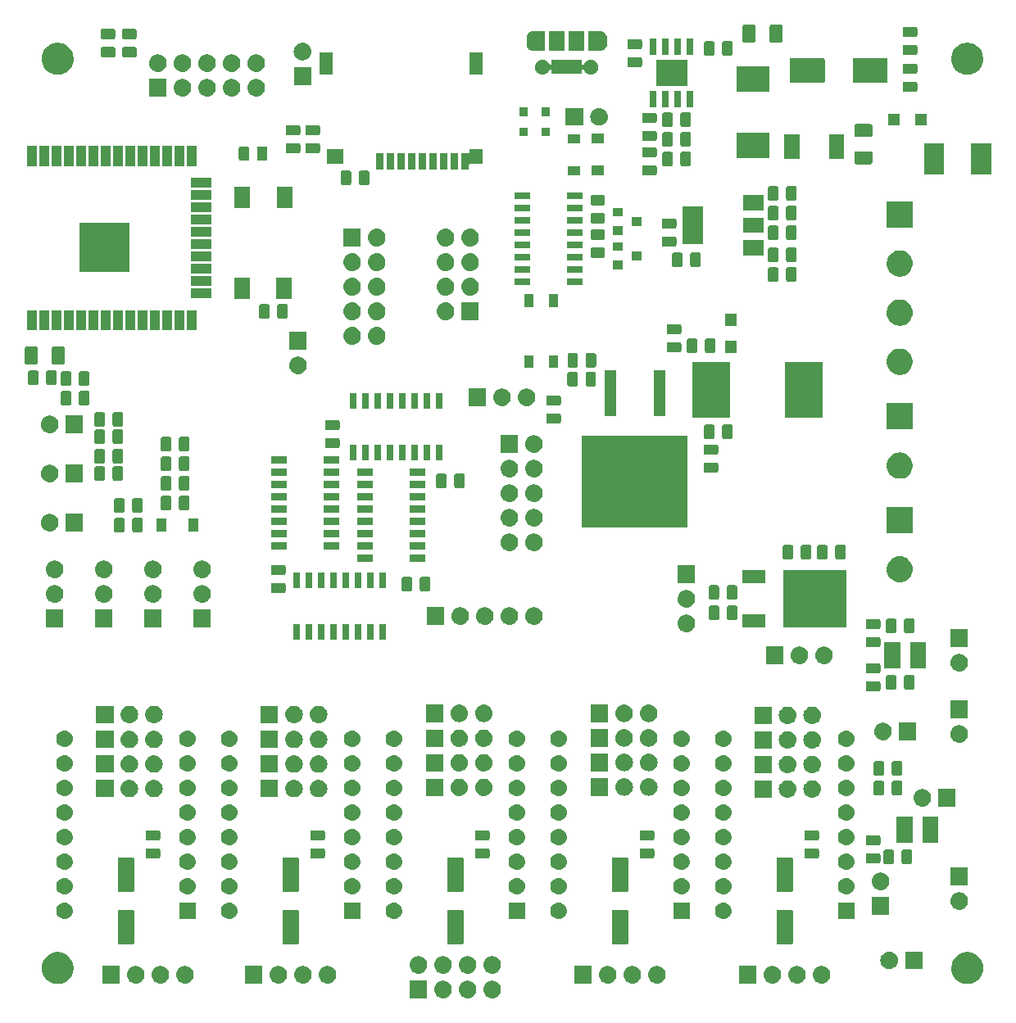
<source format=gts>
G04 #@! TF.GenerationSoftware,KiCad,Pcbnew,5.0.2-bee76a0~70~ubuntu18.04.1*
G04 #@! TF.CreationDate,2019-07-27T20:10:28+09:00*
G04 #@! TF.ProjectId,MRR_ESPE,4d52525f-4553-4504-952e-6b696361645f,v0.4*
G04 #@! TF.SameCoordinates,Original*
G04 #@! TF.FileFunction,Soldermask,Top*
G04 #@! TF.FilePolarity,Negative*
%FSLAX46Y46*%
G04 Gerber Fmt 4.6, Leading zero omitted, Abs format (unit mm)*
G04 Created by KiCad (PCBNEW 5.0.2-bee76a0~70~ubuntu18.04.1) date Sat 27 Jul 2019 08:10:28 PM JST*
%MOMM*%
%LPD*%
G01*
G04 APERTURE LIST*
%ADD10C,0.100000*%
G04 APERTURE END LIST*
D10*
G36*
X89010443Y-139313519D02*
X89076627Y-139320037D01*
X89189853Y-139354384D01*
X89246467Y-139371557D01*
X89368485Y-139436778D01*
X89402991Y-139455222D01*
X89438729Y-139484552D01*
X89540186Y-139567814D01*
X89608454Y-139651000D01*
X89652778Y-139705009D01*
X89652779Y-139705011D01*
X89736443Y-139861533D01*
X89736443Y-139861534D01*
X89787963Y-140031373D01*
X89805359Y-140208000D01*
X89787963Y-140384627D01*
X89753616Y-140497853D01*
X89736443Y-140554467D01*
X89662348Y-140693087D01*
X89652778Y-140710991D01*
X89623448Y-140746729D01*
X89540186Y-140848186D01*
X89438729Y-140931448D01*
X89402991Y-140960778D01*
X89402989Y-140960779D01*
X89246467Y-141044443D01*
X89189853Y-141061616D01*
X89076627Y-141095963D01*
X89010443Y-141102481D01*
X88944260Y-141109000D01*
X88855740Y-141109000D01*
X88789557Y-141102481D01*
X88723373Y-141095963D01*
X88610147Y-141061616D01*
X88553533Y-141044443D01*
X88397011Y-140960779D01*
X88397009Y-140960778D01*
X88361271Y-140931448D01*
X88259814Y-140848186D01*
X88176552Y-140746729D01*
X88147222Y-140710991D01*
X88137652Y-140693087D01*
X88063557Y-140554467D01*
X88046384Y-140497853D01*
X88012037Y-140384627D01*
X87994641Y-140208000D01*
X88012037Y-140031373D01*
X88063557Y-139861534D01*
X88063557Y-139861533D01*
X88147221Y-139705011D01*
X88147222Y-139705009D01*
X88191546Y-139651000D01*
X88259814Y-139567814D01*
X88361271Y-139484552D01*
X88397009Y-139455222D01*
X88431515Y-139436778D01*
X88553533Y-139371557D01*
X88610147Y-139354384D01*
X88723373Y-139320037D01*
X88789557Y-139313519D01*
X88855740Y-139307000D01*
X88944260Y-139307000D01*
X89010443Y-139313519D01*
X89010443Y-139313519D01*
G37*
G36*
X86470443Y-139313519D02*
X86536627Y-139320037D01*
X86649853Y-139354384D01*
X86706467Y-139371557D01*
X86828485Y-139436778D01*
X86862991Y-139455222D01*
X86898729Y-139484552D01*
X87000186Y-139567814D01*
X87068454Y-139651000D01*
X87112778Y-139705009D01*
X87112779Y-139705011D01*
X87196443Y-139861533D01*
X87196443Y-139861534D01*
X87247963Y-140031373D01*
X87265359Y-140208000D01*
X87247963Y-140384627D01*
X87213616Y-140497853D01*
X87196443Y-140554467D01*
X87122348Y-140693087D01*
X87112778Y-140710991D01*
X87083448Y-140746729D01*
X87000186Y-140848186D01*
X86898729Y-140931448D01*
X86862991Y-140960778D01*
X86862989Y-140960779D01*
X86706467Y-141044443D01*
X86649853Y-141061616D01*
X86536627Y-141095963D01*
X86470443Y-141102481D01*
X86404260Y-141109000D01*
X86315740Y-141109000D01*
X86249557Y-141102481D01*
X86183373Y-141095963D01*
X86070147Y-141061616D01*
X86013533Y-141044443D01*
X85857011Y-140960779D01*
X85857009Y-140960778D01*
X85821271Y-140931448D01*
X85719814Y-140848186D01*
X85636552Y-140746729D01*
X85607222Y-140710991D01*
X85597652Y-140693087D01*
X85523557Y-140554467D01*
X85506384Y-140497853D01*
X85472037Y-140384627D01*
X85454641Y-140208000D01*
X85472037Y-140031373D01*
X85523557Y-139861534D01*
X85523557Y-139861533D01*
X85607221Y-139705011D01*
X85607222Y-139705009D01*
X85651546Y-139651000D01*
X85719814Y-139567814D01*
X85821271Y-139484552D01*
X85857009Y-139455222D01*
X85891515Y-139436778D01*
X86013533Y-139371557D01*
X86070147Y-139354384D01*
X86183373Y-139320037D01*
X86249557Y-139313519D01*
X86315740Y-139307000D01*
X86404260Y-139307000D01*
X86470443Y-139313519D01*
X86470443Y-139313519D01*
G37*
G36*
X83930443Y-139313519D02*
X83996627Y-139320037D01*
X84109853Y-139354384D01*
X84166467Y-139371557D01*
X84288485Y-139436778D01*
X84322991Y-139455222D01*
X84358729Y-139484552D01*
X84460186Y-139567814D01*
X84528454Y-139651000D01*
X84572778Y-139705009D01*
X84572779Y-139705011D01*
X84656443Y-139861533D01*
X84656443Y-139861534D01*
X84707963Y-140031373D01*
X84725359Y-140208000D01*
X84707963Y-140384627D01*
X84673616Y-140497853D01*
X84656443Y-140554467D01*
X84582348Y-140693087D01*
X84572778Y-140710991D01*
X84543448Y-140746729D01*
X84460186Y-140848186D01*
X84358729Y-140931448D01*
X84322991Y-140960778D01*
X84322989Y-140960779D01*
X84166467Y-141044443D01*
X84109853Y-141061616D01*
X83996627Y-141095963D01*
X83930443Y-141102481D01*
X83864260Y-141109000D01*
X83775740Y-141109000D01*
X83709557Y-141102481D01*
X83643373Y-141095963D01*
X83530147Y-141061616D01*
X83473533Y-141044443D01*
X83317011Y-140960779D01*
X83317009Y-140960778D01*
X83281271Y-140931448D01*
X83179814Y-140848186D01*
X83096552Y-140746729D01*
X83067222Y-140710991D01*
X83057652Y-140693087D01*
X82983557Y-140554467D01*
X82966384Y-140497853D01*
X82932037Y-140384627D01*
X82914641Y-140208000D01*
X82932037Y-140031373D01*
X82983557Y-139861534D01*
X82983557Y-139861533D01*
X83067221Y-139705011D01*
X83067222Y-139705009D01*
X83111546Y-139651000D01*
X83179814Y-139567814D01*
X83281271Y-139484552D01*
X83317009Y-139455222D01*
X83351515Y-139436778D01*
X83473533Y-139371557D01*
X83530147Y-139354384D01*
X83643373Y-139320037D01*
X83709557Y-139313519D01*
X83775740Y-139307000D01*
X83864260Y-139307000D01*
X83930443Y-139313519D01*
X83930443Y-139313519D01*
G37*
G36*
X82181000Y-141109000D02*
X80379000Y-141109000D01*
X80379000Y-139307000D01*
X82181000Y-139307000D01*
X82181000Y-141109000D01*
X82181000Y-141109000D01*
G37*
G36*
X44375256Y-136391298D02*
X44481579Y-136412447D01*
X44782042Y-136536903D01*
X44809401Y-136555184D01*
X45052454Y-136717587D01*
X45282413Y-136947546D01*
X45282415Y-136947549D01*
X45463097Y-137217958D01*
X45587553Y-137518421D01*
X45608702Y-137624744D01*
X45651000Y-137837389D01*
X45651000Y-138162611D01*
X45616205Y-138337534D01*
X45587553Y-138481579D01*
X45576868Y-138507375D01*
X45463098Y-138782040D01*
X45282413Y-139052454D01*
X45052454Y-139282413D01*
X45052451Y-139282415D01*
X44782042Y-139463097D01*
X44481579Y-139587553D01*
X44375256Y-139608702D01*
X44162611Y-139651000D01*
X43837389Y-139651000D01*
X43624744Y-139608702D01*
X43518421Y-139587553D01*
X43217958Y-139463097D01*
X42947549Y-139282415D01*
X42947546Y-139282413D01*
X42717587Y-139052454D01*
X42536902Y-138782040D01*
X42423132Y-138507375D01*
X42412447Y-138481579D01*
X42383795Y-138337534D01*
X42349000Y-138162611D01*
X42349000Y-137837389D01*
X42391298Y-137624744D01*
X42412447Y-137518421D01*
X42536903Y-137217958D01*
X42717585Y-136947549D01*
X42717587Y-136947546D01*
X42947546Y-136717587D01*
X43190599Y-136555184D01*
X43217958Y-136536903D01*
X43518421Y-136412447D01*
X43624744Y-136391298D01*
X43837389Y-136349000D01*
X44162611Y-136349000D01*
X44375256Y-136391298D01*
X44375256Y-136391298D01*
G37*
G36*
X138375256Y-136391298D02*
X138481579Y-136412447D01*
X138782042Y-136536903D01*
X138809401Y-136555184D01*
X139052454Y-136717587D01*
X139282413Y-136947546D01*
X139282415Y-136947549D01*
X139463097Y-137217958D01*
X139587553Y-137518421D01*
X139608702Y-137624744D01*
X139651000Y-137837389D01*
X139651000Y-138162611D01*
X139616205Y-138337534D01*
X139587553Y-138481579D01*
X139576868Y-138507375D01*
X139463098Y-138782040D01*
X139282413Y-139052454D01*
X139052454Y-139282413D01*
X139052451Y-139282415D01*
X138782042Y-139463097D01*
X138481579Y-139587553D01*
X138375256Y-139608702D01*
X138162611Y-139651000D01*
X137837389Y-139651000D01*
X137624744Y-139608702D01*
X137518421Y-139587553D01*
X137217958Y-139463097D01*
X136947549Y-139282415D01*
X136947546Y-139282413D01*
X136717587Y-139052454D01*
X136536902Y-138782040D01*
X136423132Y-138507375D01*
X136412447Y-138481579D01*
X136383795Y-138337534D01*
X136349000Y-138162611D01*
X136349000Y-137837389D01*
X136391298Y-137624744D01*
X136412447Y-137518421D01*
X136536903Y-137217958D01*
X136717585Y-136947549D01*
X136717587Y-136947546D01*
X136947546Y-136717587D01*
X137190599Y-136555184D01*
X137217958Y-136536903D01*
X137518421Y-136412447D01*
X137624744Y-136391298D01*
X137837389Y-136349000D01*
X138162611Y-136349000D01*
X138375256Y-136391298D01*
X138375256Y-136391298D01*
G37*
G36*
X117966443Y-137789519D02*
X118032627Y-137796037D01*
X118145853Y-137830384D01*
X118202467Y-137847557D01*
X118341087Y-137921652D01*
X118358991Y-137931222D01*
X118379614Y-137948147D01*
X118496186Y-138043814D01*
X118579448Y-138145271D01*
X118608778Y-138181009D01*
X118608779Y-138181011D01*
X118692443Y-138337533D01*
X118692443Y-138337534D01*
X118743963Y-138507373D01*
X118761359Y-138684000D01*
X118743963Y-138860627D01*
X118709616Y-138973853D01*
X118692443Y-139030467D01*
X118618348Y-139169087D01*
X118608778Y-139186991D01*
X118579448Y-139222729D01*
X118496186Y-139324186D01*
X118394729Y-139407448D01*
X118358991Y-139436778D01*
X118358989Y-139436779D01*
X118202467Y-139520443D01*
X118145853Y-139537616D01*
X118032627Y-139571963D01*
X117966443Y-139578481D01*
X117900260Y-139585000D01*
X117811740Y-139585000D01*
X117745557Y-139578481D01*
X117679373Y-139571963D01*
X117566147Y-139537616D01*
X117509533Y-139520443D01*
X117353011Y-139436779D01*
X117353009Y-139436778D01*
X117317271Y-139407448D01*
X117215814Y-139324186D01*
X117132552Y-139222729D01*
X117103222Y-139186991D01*
X117093652Y-139169087D01*
X117019557Y-139030467D01*
X117002384Y-138973853D01*
X116968037Y-138860627D01*
X116950641Y-138684000D01*
X116968037Y-138507373D01*
X117019557Y-138337534D01*
X117019557Y-138337533D01*
X117103221Y-138181011D01*
X117103222Y-138181009D01*
X117132552Y-138145271D01*
X117215814Y-138043814D01*
X117332386Y-137948147D01*
X117353009Y-137931222D01*
X117370913Y-137921652D01*
X117509533Y-137847557D01*
X117566147Y-137830384D01*
X117679373Y-137796037D01*
X117745557Y-137789519D01*
X117811740Y-137783000D01*
X117900260Y-137783000D01*
X117966443Y-137789519D01*
X117966443Y-137789519D01*
G37*
G36*
X116217000Y-139585000D02*
X114415000Y-139585000D01*
X114415000Y-137783000D01*
X116217000Y-137783000D01*
X116217000Y-139585000D01*
X116217000Y-139585000D01*
G37*
G36*
X57260443Y-137789519D02*
X57326627Y-137796037D01*
X57439853Y-137830384D01*
X57496467Y-137847557D01*
X57635087Y-137921652D01*
X57652991Y-137931222D01*
X57673614Y-137948147D01*
X57790186Y-138043814D01*
X57873448Y-138145271D01*
X57902778Y-138181009D01*
X57902779Y-138181011D01*
X57986443Y-138337533D01*
X57986443Y-138337534D01*
X58037963Y-138507373D01*
X58055359Y-138684000D01*
X58037963Y-138860627D01*
X58003616Y-138973853D01*
X57986443Y-139030467D01*
X57912348Y-139169087D01*
X57902778Y-139186991D01*
X57873448Y-139222729D01*
X57790186Y-139324186D01*
X57688729Y-139407448D01*
X57652991Y-139436778D01*
X57652989Y-139436779D01*
X57496467Y-139520443D01*
X57439853Y-139537616D01*
X57326627Y-139571963D01*
X57260443Y-139578481D01*
X57194260Y-139585000D01*
X57105740Y-139585000D01*
X57039557Y-139578481D01*
X56973373Y-139571963D01*
X56860147Y-139537616D01*
X56803533Y-139520443D01*
X56647011Y-139436779D01*
X56647009Y-139436778D01*
X56611271Y-139407448D01*
X56509814Y-139324186D01*
X56426552Y-139222729D01*
X56397222Y-139186991D01*
X56387652Y-139169087D01*
X56313557Y-139030467D01*
X56296384Y-138973853D01*
X56262037Y-138860627D01*
X56244641Y-138684000D01*
X56262037Y-138507373D01*
X56313557Y-138337534D01*
X56313557Y-138337533D01*
X56397221Y-138181011D01*
X56397222Y-138181009D01*
X56426552Y-138145271D01*
X56509814Y-138043814D01*
X56626386Y-137948147D01*
X56647009Y-137931222D01*
X56664913Y-137921652D01*
X56803533Y-137847557D01*
X56860147Y-137830384D01*
X56973373Y-137796037D01*
X57039557Y-137789519D01*
X57105740Y-137783000D01*
X57194260Y-137783000D01*
X57260443Y-137789519D01*
X57260443Y-137789519D01*
G37*
G36*
X54720443Y-137789519D02*
X54786627Y-137796037D01*
X54899853Y-137830384D01*
X54956467Y-137847557D01*
X55095087Y-137921652D01*
X55112991Y-137931222D01*
X55133614Y-137948147D01*
X55250186Y-138043814D01*
X55333448Y-138145271D01*
X55362778Y-138181009D01*
X55362779Y-138181011D01*
X55446443Y-138337533D01*
X55446443Y-138337534D01*
X55497963Y-138507373D01*
X55515359Y-138684000D01*
X55497963Y-138860627D01*
X55463616Y-138973853D01*
X55446443Y-139030467D01*
X55372348Y-139169087D01*
X55362778Y-139186991D01*
X55333448Y-139222729D01*
X55250186Y-139324186D01*
X55148729Y-139407448D01*
X55112991Y-139436778D01*
X55112989Y-139436779D01*
X54956467Y-139520443D01*
X54899853Y-139537616D01*
X54786627Y-139571963D01*
X54720443Y-139578481D01*
X54654260Y-139585000D01*
X54565740Y-139585000D01*
X54499557Y-139578481D01*
X54433373Y-139571963D01*
X54320147Y-139537616D01*
X54263533Y-139520443D01*
X54107011Y-139436779D01*
X54107009Y-139436778D01*
X54071271Y-139407448D01*
X53969814Y-139324186D01*
X53886552Y-139222729D01*
X53857222Y-139186991D01*
X53847652Y-139169087D01*
X53773557Y-139030467D01*
X53756384Y-138973853D01*
X53722037Y-138860627D01*
X53704641Y-138684000D01*
X53722037Y-138507373D01*
X53773557Y-138337534D01*
X53773557Y-138337533D01*
X53857221Y-138181011D01*
X53857222Y-138181009D01*
X53886552Y-138145271D01*
X53969814Y-138043814D01*
X54086386Y-137948147D01*
X54107009Y-137931222D01*
X54124913Y-137921652D01*
X54263533Y-137847557D01*
X54320147Y-137830384D01*
X54433373Y-137796037D01*
X54499557Y-137789519D01*
X54565740Y-137783000D01*
X54654260Y-137783000D01*
X54720443Y-137789519D01*
X54720443Y-137789519D01*
G37*
G36*
X52180443Y-137789519D02*
X52246627Y-137796037D01*
X52359853Y-137830384D01*
X52416467Y-137847557D01*
X52555087Y-137921652D01*
X52572991Y-137931222D01*
X52593614Y-137948147D01*
X52710186Y-138043814D01*
X52793448Y-138145271D01*
X52822778Y-138181009D01*
X52822779Y-138181011D01*
X52906443Y-138337533D01*
X52906443Y-138337534D01*
X52957963Y-138507373D01*
X52975359Y-138684000D01*
X52957963Y-138860627D01*
X52923616Y-138973853D01*
X52906443Y-139030467D01*
X52832348Y-139169087D01*
X52822778Y-139186991D01*
X52793448Y-139222729D01*
X52710186Y-139324186D01*
X52608729Y-139407448D01*
X52572991Y-139436778D01*
X52572989Y-139436779D01*
X52416467Y-139520443D01*
X52359853Y-139537616D01*
X52246627Y-139571963D01*
X52180443Y-139578481D01*
X52114260Y-139585000D01*
X52025740Y-139585000D01*
X51959557Y-139578481D01*
X51893373Y-139571963D01*
X51780147Y-139537616D01*
X51723533Y-139520443D01*
X51567011Y-139436779D01*
X51567009Y-139436778D01*
X51531271Y-139407448D01*
X51429814Y-139324186D01*
X51346552Y-139222729D01*
X51317222Y-139186991D01*
X51307652Y-139169087D01*
X51233557Y-139030467D01*
X51216384Y-138973853D01*
X51182037Y-138860627D01*
X51164641Y-138684000D01*
X51182037Y-138507373D01*
X51233557Y-138337534D01*
X51233557Y-138337533D01*
X51317221Y-138181011D01*
X51317222Y-138181009D01*
X51346552Y-138145271D01*
X51429814Y-138043814D01*
X51546386Y-137948147D01*
X51567009Y-137931222D01*
X51584913Y-137921652D01*
X51723533Y-137847557D01*
X51780147Y-137830384D01*
X51893373Y-137796037D01*
X51959557Y-137789519D01*
X52025740Y-137783000D01*
X52114260Y-137783000D01*
X52180443Y-137789519D01*
X52180443Y-137789519D01*
G37*
G36*
X50431000Y-139585000D02*
X48629000Y-139585000D01*
X48629000Y-137783000D01*
X50431000Y-137783000D01*
X50431000Y-139585000D01*
X50431000Y-139585000D01*
G37*
G36*
X71992443Y-137789519D02*
X72058627Y-137796037D01*
X72171853Y-137830384D01*
X72228467Y-137847557D01*
X72367087Y-137921652D01*
X72384991Y-137931222D01*
X72405614Y-137948147D01*
X72522186Y-138043814D01*
X72605448Y-138145271D01*
X72634778Y-138181009D01*
X72634779Y-138181011D01*
X72718443Y-138337533D01*
X72718443Y-138337534D01*
X72769963Y-138507373D01*
X72787359Y-138684000D01*
X72769963Y-138860627D01*
X72735616Y-138973853D01*
X72718443Y-139030467D01*
X72644348Y-139169087D01*
X72634778Y-139186991D01*
X72605448Y-139222729D01*
X72522186Y-139324186D01*
X72420729Y-139407448D01*
X72384991Y-139436778D01*
X72384989Y-139436779D01*
X72228467Y-139520443D01*
X72171853Y-139537616D01*
X72058627Y-139571963D01*
X71992443Y-139578481D01*
X71926260Y-139585000D01*
X71837740Y-139585000D01*
X71771557Y-139578481D01*
X71705373Y-139571963D01*
X71592147Y-139537616D01*
X71535533Y-139520443D01*
X71379011Y-139436779D01*
X71379009Y-139436778D01*
X71343271Y-139407448D01*
X71241814Y-139324186D01*
X71158552Y-139222729D01*
X71129222Y-139186991D01*
X71119652Y-139169087D01*
X71045557Y-139030467D01*
X71028384Y-138973853D01*
X70994037Y-138860627D01*
X70976641Y-138684000D01*
X70994037Y-138507373D01*
X71045557Y-138337534D01*
X71045557Y-138337533D01*
X71129221Y-138181011D01*
X71129222Y-138181009D01*
X71158552Y-138145271D01*
X71241814Y-138043814D01*
X71358386Y-137948147D01*
X71379009Y-137931222D01*
X71396913Y-137921652D01*
X71535533Y-137847557D01*
X71592147Y-137830384D01*
X71705373Y-137796037D01*
X71771557Y-137789519D01*
X71837740Y-137783000D01*
X71926260Y-137783000D01*
X71992443Y-137789519D01*
X71992443Y-137789519D01*
G37*
G36*
X120506443Y-137789519D02*
X120572627Y-137796037D01*
X120685853Y-137830384D01*
X120742467Y-137847557D01*
X120881087Y-137921652D01*
X120898991Y-137931222D01*
X120919614Y-137948147D01*
X121036186Y-138043814D01*
X121119448Y-138145271D01*
X121148778Y-138181009D01*
X121148779Y-138181011D01*
X121232443Y-138337533D01*
X121232443Y-138337534D01*
X121283963Y-138507373D01*
X121301359Y-138684000D01*
X121283963Y-138860627D01*
X121249616Y-138973853D01*
X121232443Y-139030467D01*
X121158348Y-139169087D01*
X121148778Y-139186991D01*
X121119448Y-139222729D01*
X121036186Y-139324186D01*
X120934729Y-139407448D01*
X120898991Y-139436778D01*
X120898989Y-139436779D01*
X120742467Y-139520443D01*
X120685853Y-139537616D01*
X120572627Y-139571963D01*
X120506443Y-139578481D01*
X120440260Y-139585000D01*
X120351740Y-139585000D01*
X120285557Y-139578481D01*
X120219373Y-139571963D01*
X120106147Y-139537616D01*
X120049533Y-139520443D01*
X119893011Y-139436779D01*
X119893009Y-139436778D01*
X119857271Y-139407448D01*
X119755814Y-139324186D01*
X119672552Y-139222729D01*
X119643222Y-139186991D01*
X119633652Y-139169087D01*
X119559557Y-139030467D01*
X119542384Y-138973853D01*
X119508037Y-138860627D01*
X119490641Y-138684000D01*
X119508037Y-138507373D01*
X119559557Y-138337534D01*
X119559557Y-138337533D01*
X119643221Y-138181011D01*
X119643222Y-138181009D01*
X119672552Y-138145271D01*
X119755814Y-138043814D01*
X119872386Y-137948147D01*
X119893009Y-137931222D01*
X119910913Y-137921652D01*
X120049533Y-137847557D01*
X120106147Y-137830384D01*
X120219373Y-137796037D01*
X120285557Y-137789519D01*
X120351740Y-137783000D01*
X120440260Y-137783000D01*
X120506443Y-137789519D01*
X120506443Y-137789519D01*
G37*
G36*
X65163000Y-139585000D02*
X63361000Y-139585000D01*
X63361000Y-137783000D01*
X65163000Y-137783000D01*
X65163000Y-139585000D01*
X65163000Y-139585000D01*
G37*
G36*
X106028443Y-137789519D02*
X106094627Y-137796037D01*
X106207853Y-137830384D01*
X106264467Y-137847557D01*
X106403087Y-137921652D01*
X106420991Y-137931222D01*
X106441614Y-137948147D01*
X106558186Y-138043814D01*
X106641448Y-138145271D01*
X106670778Y-138181009D01*
X106670779Y-138181011D01*
X106754443Y-138337533D01*
X106754443Y-138337534D01*
X106805963Y-138507373D01*
X106823359Y-138684000D01*
X106805963Y-138860627D01*
X106771616Y-138973853D01*
X106754443Y-139030467D01*
X106680348Y-139169087D01*
X106670778Y-139186991D01*
X106641448Y-139222729D01*
X106558186Y-139324186D01*
X106456729Y-139407448D01*
X106420991Y-139436778D01*
X106420989Y-139436779D01*
X106264467Y-139520443D01*
X106207853Y-139537616D01*
X106094627Y-139571963D01*
X106028443Y-139578481D01*
X105962260Y-139585000D01*
X105873740Y-139585000D01*
X105807557Y-139578481D01*
X105741373Y-139571963D01*
X105628147Y-139537616D01*
X105571533Y-139520443D01*
X105415011Y-139436779D01*
X105415009Y-139436778D01*
X105379271Y-139407448D01*
X105277814Y-139324186D01*
X105194552Y-139222729D01*
X105165222Y-139186991D01*
X105155652Y-139169087D01*
X105081557Y-139030467D01*
X105064384Y-138973853D01*
X105030037Y-138860627D01*
X105012641Y-138684000D01*
X105030037Y-138507373D01*
X105081557Y-138337534D01*
X105081557Y-138337533D01*
X105165221Y-138181011D01*
X105165222Y-138181009D01*
X105194552Y-138145271D01*
X105277814Y-138043814D01*
X105394386Y-137948147D01*
X105415009Y-137931222D01*
X105432913Y-137921652D01*
X105571533Y-137847557D01*
X105628147Y-137830384D01*
X105741373Y-137796037D01*
X105807557Y-137789519D01*
X105873740Y-137783000D01*
X105962260Y-137783000D01*
X106028443Y-137789519D01*
X106028443Y-137789519D01*
G37*
G36*
X103488443Y-137789519D02*
X103554627Y-137796037D01*
X103667853Y-137830384D01*
X103724467Y-137847557D01*
X103863087Y-137921652D01*
X103880991Y-137931222D01*
X103901614Y-137948147D01*
X104018186Y-138043814D01*
X104101448Y-138145271D01*
X104130778Y-138181009D01*
X104130779Y-138181011D01*
X104214443Y-138337533D01*
X104214443Y-138337534D01*
X104265963Y-138507373D01*
X104283359Y-138684000D01*
X104265963Y-138860627D01*
X104231616Y-138973853D01*
X104214443Y-139030467D01*
X104140348Y-139169087D01*
X104130778Y-139186991D01*
X104101448Y-139222729D01*
X104018186Y-139324186D01*
X103916729Y-139407448D01*
X103880991Y-139436778D01*
X103880989Y-139436779D01*
X103724467Y-139520443D01*
X103667853Y-139537616D01*
X103554627Y-139571963D01*
X103488443Y-139578481D01*
X103422260Y-139585000D01*
X103333740Y-139585000D01*
X103267557Y-139578481D01*
X103201373Y-139571963D01*
X103088147Y-139537616D01*
X103031533Y-139520443D01*
X102875011Y-139436779D01*
X102875009Y-139436778D01*
X102839271Y-139407448D01*
X102737814Y-139324186D01*
X102654552Y-139222729D01*
X102625222Y-139186991D01*
X102615652Y-139169087D01*
X102541557Y-139030467D01*
X102524384Y-138973853D01*
X102490037Y-138860627D01*
X102472641Y-138684000D01*
X102490037Y-138507373D01*
X102541557Y-138337534D01*
X102541557Y-138337533D01*
X102625221Y-138181011D01*
X102625222Y-138181009D01*
X102654552Y-138145271D01*
X102737814Y-138043814D01*
X102854386Y-137948147D01*
X102875009Y-137931222D01*
X102892913Y-137921652D01*
X103031533Y-137847557D01*
X103088147Y-137830384D01*
X103201373Y-137796037D01*
X103267557Y-137789519D01*
X103333740Y-137783000D01*
X103422260Y-137783000D01*
X103488443Y-137789519D01*
X103488443Y-137789519D01*
G37*
G36*
X100948443Y-137789519D02*
X101014627Y-137796037D01*
X101127853Y-137830384D01*
X101184467Y-137847557D01*
X101323087Y-137921652D01*
X101340991Y-137931222D01*
X101361614Y-137948147D01*
X101478186Y-138043814D01*
X101561448Y-138145271D01*
X101590778Y-138181009D01*
X101590779Y-138181011D01*
X101674443Y-138337533D01*
X101674443Y-138337534D01*
X101725963Y-138507373D01*
X101743359Y-138684000D01*
X101725963Y-138860627D01*
X101691616Y-138973853D01*
X101674443Y-139030467D01*
X101600348Y-139169087D01*
X101590778Y-139186991D01*
X101561448Y-139222729D01*
X101478186Y-139324186D01*
X101376729Y-139407448D01*
X101340991Y-139436778D01*
X101340989Y-139436779D01*
X101184467Y-139520443D01*
X101127853Y-139537616D01*
X101014627Y-139571963D01*
X100948443Y-139578481D01*
X100882260Y-139585000D01*
X100793740Y-139585000D01*
X100727557Y-139578481D01*
X100661373Y-139571963D01*
X100548147Y-139537616D01*
X100491533Y-139520443D01*
X100335011Y-139436779D01*
X100335009Y-139436778D01*
X100299271Y-139407448D01*
X100197814Y-139324186D01*
X100114552Y-139222729D01*
X100085222Y-139186991D01*
X100075652Y-139169087D01*
X100001557Y-139030467D01*
X99984384Y-138973853D01*
X99950037Y-138860627D01*
X99932641Y-138684000D01*
X99950037Y-138507373D01*
X100001557Y-138337534D01*
X100001557Y-138337533D01*
X100085221Y-138181011D01*
X100085222Y-138181009D01*
X100114552Y-138145271D01*
X100197814Y-138043814D01*
X100314386Y-137948147D01*
X100335009Y-137931222D01*
X100352913Y-137921652D01*
X100491533Y-137847557D01*
X100548147Y-137830384D01*
X100661373Y-137796037D01*
X100727557Y-137789519D01*
X100793740Y-137783000D01*
X100882260Y-137783000D01*
X100948443Y-137789519D01*
X100948443Y-137789519D01*
G37*
G36*
X99199000Y-139585000D02*
X97397000Y-139585000D01*
X97397000Y-137783000D01*
X99199000Y-137783000D01*
X99199000Y-139585000D01*
X99199000Y-139585000D01*
G37*
G36*
X69452443Y-137789519D02*
X69518627Y-137796037D01*
X69631853Y-137830384D01*
X69688467Y-137847557D01*
X69827087Y-137921652D01*
X69844991Y-137931222D01*
X69865614Y-137948147D01*
X69982186Y-138043814D01*
X70065448Y-138145271D01*
X70094778Y-138181009D01*
X70094779Y-138181011D01*
X70178443Y-138337533D01*
X70178443Y-138337534D01*
X70229963Y-138507373D01*
X70247359Y-138684000D01*
X70229963Y-138860627D01*
X70195616Y-138973853D01*
X70178443Y-139030467D01*
X70104348Y-139169087D01*
X70094778Y-139186991D01*
X70065448Y-139222729D01*
X69982186Y-139324186D01*
X69880729Y-139407448D01*
X69844991Y-139436778D01*
X69844989Y-139436779D01*
X69688467Y-139520443D01*
X69631853Y-139537616D01*
X69518627Y-139571963D01*
X69452443Y-139578481D01*
X69386260Y-139585000D01*
X69297740Y-139585000D01*
X69231557Y-139578481D01*
X69165373Y-139571963D01*
X69052147Y-139537616D01*
X68995533Y-139520443D01*
X68839011Y-139436779D01*
X68839009Y-139436778D01*
X68803271Y-139407448D01*
X68701814Y-139324186D01*
X68618552Y-139222729D01*
X68589222Y-139186991D01*
X68579652Y-139169087D01*
X68505557Y-139030467D01*
X68488384Y-138973853D01*
X68454037Y-138860627D01*
X68436641Y-138684000D01*
X68454037Y-138507373D01*
X68505557Y-138337534D01*
X68505557Y-138337533D01*
X68589221Y-138181011D01*
X68589222Y-138181009D01*
X68618552Y-138145271D01*
X68701814Y-138043814D01*
X68818386Y-137948147D01*
X68839009Y-137931222D01*
X68856913Y-137921652D01*
X68995533Y-137847557D01*
X69052147Y-137830384D01*
X69165373Y-137796037D01*
X69231557Y-137789519D01*
X69297740Y-137783000D01*
X69386260Y-137783000D01*
X69452443Y-137789519D01*
X69452443Y-137789519D01*
G37*
G36*
X123046443Y-137789519D02*
X123112627Y-137796037D01*
X123225853Y-137830384D01*
X123282467Y-137847557D01*
X123421087Y-137921652D01*
X123438991Y-137931222D01*
X123459614Y-137948147D01*
X123576186Y-138043814D01*
X123659448Y-138145271D01*
X123688778Y-138181009D01*
X123688779Y-138181011D01*
X123772443Y-138337533D01*
X123772443Y-138337534D01*
X123823963Y-138507373D01*
X123841359Y-138684000D01*
X123823963Y-138860627D01*
X123789616Y-138973853D01*
X123772443Y-139030467D01*
X123698348Y-139169087D01*
X123688778Y-139186991D01*
X123659448Y-139222729D01*
X123576186Y-139324186D01*
X123474729Y-139407448D01*
X123438991Y-139436778D01*
X123438989Y-139436779D01*
X123282467Y-139520443D01*
X123225853Y-139537616D01*
X123112627Y-139571963D01*
X123046443Y-139578481D01*
X122980260Y-139585000D01*
X122891740Y-139585000D01*
X122825557Y-139578481D01*
X122759373Y-139571963D01*
X122646147Y-139537616D01*
X122589533Y-139520443D01*
X122433011Y-139436779D01*
X122433009Y-139436778D01*
X122397271Y-139407448D01*
X122295814Y-139324186D01*
X122212552Y-139222729D01*
X122183222Y-139186991D01*
X122173652Y-139169087D01*
X122099557Y-139030467D01*
X122082384Y-138973853D01*
X122048037Y-138860627D01*
X122030641Y-138684000D01*
X122048037Y-138507373D01*
X122099557Y-138337534D01*
X122099557Y-138337533D01*
X122183221Y-138181011D01*
X122183222Y-138181009D01*
X122212552Y-138145271D01*
X122295814Y-138043814D01*
X122412386Y-137948147D01*
X122433009Y-137931222D01*
X122450913Y-137921652D01*
X122589533Y-137847557D01*
X122646147Y-137830384D01*
X122759373Y-137796037D01*
X122825557Y-137789519D01*
X122891740Y-137783000D01*
X122980260Y-137783000D01*
X123046443Y-137789519D01*
X123046443Y-137789519D01*
G37*
G36*
X66912443Y-137789519D02*
X66978627Y-137796037D01*
X67091853Y-137830384D01*
X67148467Y-137847557D01*
X67287087Y-137921652D01*
X67304991Y-137931222D01*
X67325614Y-137948147D01*
X67442186Y-138043814D01*
X67525448Y-138145271D01*
X67554778Y-138181009D01*
X67554779Y-138181011D01*
X67638443Y-138337533D01*
X67638443Y-138337534D01*
X67689963Y-138507373D01*
X67707359Y-138684000D01*
X67689963Y-138860627D01*
X67655616Y-138973853D01*
X67638443Y-139030467D01*
X67564348Y-139169087D01*
X67554778Y-139186991D01*
X67525448Y-139222729D01*
X67442186Y-139324186D01*
X67340729Y-139407448D01*
X67304991Y-139436778D01*
X67304989Y-139436779D01*
X67148467Y-139520443D01*
X67091853Y-139537616D01*
X66978627Y-139571963D01*
X66912443Y-139578481D01*
X66846260Y-139585000D01*
X66757740Y-139585000D01*
X66691557Y-139578481D01*
X66625373Y-139571963D01*
X66512147Y-139537616D01*
X66455533Y-139520443D01*
X66299011Y-139436779D01*
X66299009Y-139436778D01*
X66263271Y-139407448D01*
X66161814Y-139324186D01*
X66078552Y-139222729D01*
X66049222Y-139186991D01*
X66039652Y-139169087D01*
X65965557Y-139030467D01*
X65948384Y-138973853D01*
X65914037Y-138860627D01*
X65896641Y-138684000D01*
X65914037Y-138507373D01*
X65965557Y-138337534D01*
X65965557Y-138337533D01*
X66049221Y-138181011D01*
X66049222Y-138181009D01*
X66078552Y-138145271D01*
X66161814Y-138043814D01*
X66278386Y-137948147D01*
X66299009Y-137931222D01*
X66316913Y-137921652D01*
X66455533Y-137847557D01*
X66512147Y-137830384D01*
X66625373Y-137796037D01*
X66691557Y-137789519D01*
X66757740Y-137783000D01*
X66846260Y-137783000D01*
X66912443Y-137789519D01*
X66912443Y-137789519D01*
G37*
G36*
X89010442Y-136773518D02*
X89076627Y-136780037D01*
X89189853Y-136814384D01*
X89246467Y-136831557D01*
X89385087Y-136905652D01*
X89402991Y-136915222D01*
X89438729Y-136944552D01*
X89540186Y-137027814D01*
X89623448Y-137129271D01*
X89652778Y-137165009D01*
X89652779Y-137165011D01*
X89736443Y-137321533D01*
X89736443Y-137321534D01*
X89787963Y-137491373D01*
X89805359Y-137668000D01*
X89787963Y-137844627D01*
X89787074Y-137847557D01*
X89736443Y-138014467D01*
X89720756Y-138043814D01*
X89652778Y-138170991D01*
X89623448Y-138206729D01*
X89540186Y-138308186D01*
X89438729Y-138391448D01*
X89402991Y-138420778D01*
X89402989Y-138420779D01*
X89246467Y-138504443D01*
X89189853Y-138521616D01*
X89076627Y-138555963D01*
X89010443Y-138562481D01*
X88944260Y-138569000D01*
X88855740Y-138569000D01*
X88789557Y-138562481D01*
X88723373Y-138555963D01*
X88610147Y-138521616D01*
X88553533Y-138504443D01*
X88397011Y-138420779D01*
X88397009Y-138420778D01*
X88361271Y-138391448D01*
X88259814Y-138308186D01*
X88176552Y-138206729D01*
X88147222Y-138170991D01*
X88079244Y-138043814D01*
X88063557Y-138014467D01*
X88012926Y-137847557D01*
X88012037Y-137844627D01*
X87994641Y-137668000D01*
X88012037Y-137491373D01*
X88063557Y-137321534D01*
X88063557Y-137321533D01*
X88147221Y-137165011D01*
X88147222Y-137165009D01*
X88176552Y-137129271D01*
X88259814Y-137027814D01*
X88361271Y-136944552D01*
X88397009Y-136915222D01*
X88414913Y-136905652D01*
X88553533Y-136831557D01*
X88610147Y-136814384D01*
X88723373Y-136780037D01*
X88789558Y-136773518D01*
X88855740Y-136767000D01*
X88944260Y-136767000D01*
X89010442Y-136773518D01*
X89010442Y-136773518D01*
G37*
G36*
X86470442Y-136773518D02*
X86536627Y-136780037D01*
X86649853Y-136814384D01*
X86706467Y-136831557D01*
X86845087Y-136905652D01*
X86862991Y-136915222D01*
X86898729Y-136944552D01*
X87000186Y-137027814D01*
X87083448Y-137129271D01*
X87112778Y-137165009D01*
X87112779Y-137165011D01*
X87196443Y-137321533D01*
X87196443Y-137321534D01*
X87247963Y-137491373D01*
X87265359Y-137668000D01*
X87247963Y-137844627D01*
X87247074Y-137847557D01*
X87196443Y-138014467D01*
X87180756Y-138043814D01*
X87112778Y-138170991D01*
X87083448Y-138206729D01*
X87000186Y-138308186D01*
X86898729Y-138391448D01*
X86862991Y-138420778D01*
X86862989Y-138420779D01*
X86706467Y-138504443D01*
X86649853Y-138521616D01*
X86536627Y-138555963D01*
X86470443Y-138562481D01*
X86404260Y-138569000D01*
X86315740Y-138569000D01*
X86249557Y-138562481D01*
X86183373Y-138555963D01*
X86070147Y-138521616D01*
X86013533Y-138504443D01*
X85857011Y-138420779D01*
X85857009Y-138420778D01*
X85821271Y-138391448D01*
X85719814Y-138308186D01*
X85636552Y-138206729D01*
X85607222Y-138170991D01*
X85539244Y-138043814D01*
X85523557Y-138014467D01*
X85472926Y-137847557D01*
X85472037Y-137844627D01*
X85454641Y-137668000D01*
X85472037Y-137491373D01*
X85523557Y-137321534D01*
X85523557Y-137321533D01*
X85607221Y-137165011D01*
X85607222Y-137165009D01*
X85636552Y-137129271D01*
X85719814Y-137027814D01*
X85821271Y-136944552D01*
X85857009Y-136915222D01*
X85874913Y-136905652D01*
X86013533Y-136831557D01*
X86070147Y-136814384D01*
X86183373Y-136780037D01*
X86249558Y-136773518D01*
X86315740Y-136767000D01*
X86404260Y-136767000D01*
X86470442Y-136773518D01*
X86470442Y-136773518D01*
G37*
G36*
X83930442Y-136773518D02*
X83996627Y-136780037D01*
X84109853Y-136814384D01*
X84166467Y-136831557D01*
X84305087Y-136905652D01*
X84322991Y-136915222D01*
X84358729Y-136944552D01*
X84460186Y-137027814D01*
X84543448Y-137129271D01*
X84572778Y-137165009D01*
X84572779Y-137165011D01*
X84656443Y-137321533D01*
X84656443Y-137321534D01*
X84707963Y-137491373D01*
X84725359Y-137668000D01*
X84707963Y-137844627D01*
X84707074Y-137847557D01*
X84656443Y-138014467D01*
X84640756Y-138043814D01*
X84572778Y-138170991D01*
X84543448Y-138206729D01*
X84460186Y-138308186D01*
X84358729Y-138391448D01*
X84322991Y-138420778D01*
X84322989Y-138420779D01*
X84166467Y-138504443D01*
X84109853Y-138521616D01*
X83996627Y-138555963D01*
X83930443Y-138562481D01*
X83864260Y-138569000D01*
X83775740Y-138569000D01*
X83709557Y-138562481D01*
X83643373Y-138555963D01*
X83530147Y-138521616D01*
X83473533Y-138504443D01*
X83317011Y-138420779D01*
X83317009Y-138420778D01*
X83281271Y-138391448D01*
X83179814Y-138308186D01*
X83096552Y-138206729D01*
X83067222Y-138170991D01*
X82999244Y-138043814D01*
X82983557Y-138014467D01*
X82932926Y-137847557D01*
X82932037Y-137844627D01*
X82914641Y-137668000D01*
X82932037Y-137491373D01*
X82983557Y-137321534D01*
X82983557Y-137321533D01*
X83067221Y-137165011D01*
X83067222Y-137165009D01*
X83096552Y-137129271D01*
X83179814Y-137027814D01*
X83281271Y-136944552D01*
X83317009Y-136915222D01*
X83334913Y-136905652D01*
X83473533Y-136831557D01*
X83530147Y-136814384D01*
X83643373Y-136780037D01*
X83709558Y-136773518D01*
X83775740Y-136767000D01*
X83864260Y-136767000D01*
X83930442Y-136773518D01*
X83930442Y-136773518D01*
G37*
G36*
X81390442Y-136773518D02*
X81456627Y-136780037D01*
X81569853Y-136814384D01*
X81626467Y-136831557D01*
X81765087Y-136905652D01*
X81782991Y-136915222D01*
X81818729Y-136944552D01*
X81920186Y-137027814D01*
X82003448Y-137129271D01*
X82032778Y-137165009D01*
X82032779Y-137165011D01*
X82116443Y-137321533D01*
X82116443Y-137321534D01*
X82167963Y-137491373D01*
X82185359Y-137668000D01*
X82167963Y-137844627D01*
X82167074Y-137847557D01*
X82116443Y-138014467D01*
X82100756Y-138043814D01*
X82032778Y-138170991D01*
X82003448Y-138206729D01*
X81920186Y-138308186D01*
X81818729Y-138391448D01*
X81782991Y-138420778D01*
X81782989Y-138420779D01*
X81626467Y-138504443D01*
X81569853Y-138521616D01*
X81456627Y-138555963D01*
X81390443Y-138562481D01*
X81324260Y-138569000D01*
X81235740Y-138569000D01*
X81169557Y-138562481D01*
X81103373Y-138555963D01*
X80990147Y-138521616D01*
X80933533Y-138504443D01*
X80777011Y-138420779D01*
X80777009Y-138420778D01*
X80741271Y-138391448D01*
X80639814Y-138308186D01*
X80556552Y-138206729D01*
X80527222Y-138170991D01*
X80459244Y-138043814D01*
X80443557Y-138014467D01*
X80392926Y-137847557D01*
X80392037Y-137844627D01*
X80374641Y-137668000D01*
X80392037Y-137491373D01*
X80443557Y-137321534D01*
X80443557Y-137321533D01*
X80527221Y-137165011D01*
X80527222Y-137165009D01*
X80556552Y-137129271D01*
X80639814Y-137027814D01*
X80741271Y-136944552D01*
X80777009Y-136915222D01*
X80794913Y-136905652D01*
X80933533Y-136831557D01*
X80990147Y-136814384D01*
X81103373Y-136780037D01*
X81169558Y-136773518D01*
X81235740Y-136767000D01*
X81324260Y-136767000D01*
X81390442Y-136773518D01*
X81390442Y-136773518D01*
G37*
G36*
X133362289Y-138096369D02*
X131560289Y-138096369D01*
X131560289Y-136294369D01*
X133362289Y-136294369D01*
X133362289Y-138096369D01*
X133362289Y-138096369D01*
G37*
G36*
X130031732Y-136300888D02*
X130097916Y-136307406D01*
X130211142Y-136341753D01*
X130267756Y-136358926D01*
X130367885Y-136412447D01*
X130424280Y-136442591D01*
X130460018Y-136471921D01*
X130561475Y-136555183D01*
X130644737Y-136656640D01*
X130674067Y-136692378D01*
X130674068Y-136692380D01*
X130757732Y-136848902D01*
X130757732Y-136848903D01*
X130809252Y-137018742D01*
X130826648Y-137195369D01*
X130809252Y-137371996D01*
X130774905Y-137485222D01*
X130757732Y-137541836D01*
X130690295Y-137668000D01*
X130674067Y-137698360D01*
X130644737Y-137734098D01*
X130561475Y-137835555D01*
X130460018Y-137918817D01*
X130424280Y-137948147D01*
X130424278Y-137948148D01*
X130267756Y-138031812D01*
X130211142Y-138048985D01*
X130097916Y-138083332D01*
X130031731Y-138089851D01*
X129965549Y-138096369D01*
X129877029Y-138096369D01*
X129810847Y-138089851D01*
X129744662Y-138083332D01*
X129631436Y-138048985D01*
X129574822Y-138031812D01*
X129418300Y-137948148D01*
X129418298Y-137948147D01*
X129382560Y-137918817D01*
X129281103Y-137835555D01*
X129197841Y-137734098D01*
X129168511Y-137698360D01*
X129152283Y-137668000D01*
X129084846Y-137541836D01*
X129067673Y-137485222D01*
X129033326Y-137371996D01*
X129015930Y-137195369D01*
X129033326Y-137018742D01*
X129084846Y-136848903D01*
X129084846Y-136848902D01*
X129168510Y-136692380D01*
X129168511Y-136692378D01*
X129197841Y-136656640D01*
X129281103Y-136555183D01*
X129382560Y-136471921D01*
X129418298Y-136442591D01*
X129474693Y-136412447D01*
X129574822Y-136358926D01*
X129631436Y-136341753D01*
X129744662Y-136307406D01*
X129810846Y-136300888D01*
X129877029Y-136294369D01*
X129965549Y-136294369D01*
X130031732Y-136300888D01*
X130031732Y-136300888D01*
G37*
G36*
X102813996Y-131967051D02*
X102847653Y-131977261D01*
X102878667Y-131993838D01*
X102905852Y-132016148D01*
X102928162Y-132043333D01*
X102944739Y-132074347D01*
X102954949Y-132108004D01*
X102959000Y-132149138D01*
X102959000Y-135378862D01*
X102954949Y-135419996D01*
X102944739Y-135453653D01*
X102928162Y-135484667D01*
X102905852Y-135511852D01*
X102878667Y-135534162D01*
X102847653Y-135550739D01*
X102813996Y-135560949D01*
X102772862Y-135565000D01*
X101443138Y-135565000D01*
X101402004Y-135560949D01*
X101368347Y-135550739D01*
X101337333Y-135534162D01*
X101310148Y-135511852D01*
X101287838Y-135484667D01*
X101271261Y-135453653D01*
X101261051Y-135419996D01*
X101257000Y-135378862D01*
X101257000Y-132149138D01*
X101261051Y-132108004D01*
X101271261Y-132074347D01*
X101287838Y-132043333D01*
X101310148Y-132016148D01*
X101337333Y-131993838D01*
X101368347Y-131977261D01*
X101402004Y-131967051D01*
X101443138Y-131963000D01*
X102772862Y-131963000D01*
X102813996Y-131967051D01*
X102813996Y-131967051D01*
G37*
G36*
X85795996Y-131967051D02*
X85829653Y-131977261D01*
X85860667Y-131993838D01*
X85887852Y-132016148D01*
X85910162Y-132043333D01*
X85926739Y-132074347D01*
X85936949Y-132108004D01*
X85941000Y-132149138D01*
X85941000Y-135378862D01*
X85936949Y-135419996D01*
X85926739Y-135453653D01*
X85910162Y-135484667D01*
X85887852Y-135511852D01*
X85860667Y-135534162D01*
X85829653Y-135550739D01*
X85795996Y-135560949D01*
X85754862Y-135565000D01*
X84425138Y-135565000D01*
X84384004Y-135560949D01*
X84350347Y-135550739D01*
X84319333Y-135534162D01*
X84292148Y-135511852D01*
X84269838Y-135484667D01*
X84253261Y-135453653D01*
X84243051Y-135419996D01*
X84239000Y-135378862D01*
X84239000Y-132149138D01*
X84243051Y-132108004D01*
X84253261Y-132074347D01*
X84269838Y-132043333D01*
X84292148Y-132016148D01*
X84319333Y-131993838D01*
X84350347Y-131977261D01*
X84384004Y-131967051D01*
X84425138Y-131963000D01*
X85754862Y-131963000D01*
X85795996Y-131967051D01*
X85795996Y-131967051D01*
G37*
G36*
X68777996Y-131967051D02*
X68811653Y-131977261D01*
X68842667Y-131993838D01*
X68869852Y-132016148D01*
X68892162Y-132043333D01*
X68908739Y-132074347D01*
X68918949Y-132108004D01*
X68923000Y-132149138D01*
X68923000Y-135378862D01*
X68918949Y-135419996D01*
X68908739Y-135453653D01*
X68892162Y-135484667D01*
X68869852Y-135511852D01*
X68842667Y-135534162D01*
X68811653Y-135550739D01*
X68777996Y-135560949D01*
X68736862Y-135565000D01*
X67407138Y-135565000D01*
X67366004Y-135560949D01*
X67332347Y-135550739D01*
X67301333Y-135534162D01*
X67274148Y-135511852D01*
X67251838Y-135484667D01*
X67235261Y-135453653D01*
X67225051Y-135419996D01*
X67221000Y-135378862D01*
X67221000Y-132149138D01*
X67225051Y-132108004D01*
X67235261Y-132074347D01*
X67251838Y-132043333D01*
X67274148Y-132016148D01*
X67301333Y-131993838D01*
X67332347Y-131977261D01*
X67366004Y-131967051D01*
X67407138Y-131963000D01*
X68736862Y-131963000D01*
X68777996Y-131967051D01*
X68777996Y-131967051D01*
G37*
G36*
X119831996Y-131967051D02*
X119865653Y-131977261D01*
X119896667Y-131993838D01*
X119923852Y-132016148D01*
X119946162Y-132043333D01*
X119962739Y-132074347D01*
X119972949Y-132108004D01*
X119977000Y-132149138D01*
X119977000Y-135378862D01*
X119972949Y-135419996D01*
X119962739Y-135453653D01*
X119946162Y-135484667D01*
X119923852Y-135511852D01*
X119896667Y-135534162D01*
X119865653Y-135550739D01*
X119831996Y-135560949D01*
X119790862Y-135565000D01*
X118461138Y-135565000D01*
X118420004Y-135560949D01*
X118386347Y-135550739D01*
X118355333Y-135534162D01*
X118328148Y-135511852D01*
X118305838Y-135484667D01*
X118289261Y-135453653D01*
X118279051Y-135419996D01*
X118275000Y-135378862D01*
X118275000Y-132149138D01*
X118279051Y-132108004D01*
X118289261Y-132074347D01*
X118305838Y-132043333D01*
X118328148Y-132016148D01*
X118355333Y-131993838D01*
X118386347Y-131977261D01*
X118420004Y-131967051D01*
X118461138Y-131963000D01*
X119790862Y-131963000D01*
X119831996Y-131967051D01*
X119831996Y-131967051D01*
G37*
G36*
X51759996Y-131967051D02*
X51793653Y-131977261D01*
X51824667Y-131993838D01*
X51851852Y-132016148D01*
X51874162Y-132043333D01*
X51890739Y-132074347D01*
X51900949Y-132108004D01*
X51905000Y-132149138D01*
X51905000Y-135378862D01*
X51900949Y-135419996D01*
X51890739Y-135453653D01*
X51874162Y-135484667D01*
X51851852Y-135511852D01*
X51824667Y-135534162D01*
X51793653Y-135550739D01*
X51759996Y-135560949D01*
X51718862Y-135565000D01*
X50389138Y-135565000D01*
X50348004Y-135560949D01*
X50314347Y-135550739D01*
X50283333Y-135534162D01*
X50256148Y-135511852D01*
X50233838Y-135484667D01*
X50217261Y-135453653D01*
X50207051Y-135419996D01*
X50203000Y-135378862D01*
X50203000Y-132149138D01*
X50207051Y-132108004D01*
X50217261Y-132074347D01*
X50233838Y-132043333D01*
X50256148Y-132016148D01*
X50283333Y-131993838D01*
X50314347Y-131977261D01*
X50348004Y-131967051D01*
X50389138Y-131963000D01*
X51718862Y-131963000D01*
X51759996Y-131967051D01*
X51759996Y-131967051D01*
G37*
G36*
X78906821Y-131241313D02*
X78906824Y-131241314D01*
X78906825Y-131241314D01*
X79067239Y-131289975D01*
X79067241Y-131289976D01*
X79067244Y-131289977D01*
X79215078Y-131368995D01*
X79344659Y-131475341D01*
X79451005Y-131604922D01*
X79530023Y-131752756D01*
X79530024Y-131752759D01*
X79530025Y-131752761D01*
X79574824Y-131900443D01*
X79578687Y-131913179D01*
X79595117Y-132080000D01*
X79578687Y-132246821D01*
X79530023Y-132407244D01*
X79451005Y-132555078D01*
X79344659Y-132684659D01*
X79215078Y-132791005D01*
X79067244Y-132870023D01*
X79067241Y-132870024D01*
X79067239Y-132870025D01*
X78906825Y-132918686D01*
X78906824Y-132918686D01*
X78906821Y-132918687D01*
X78781804Y-132931000D01*
X78698196Y-132931000D01*
X78573179Y-132918687D01*
X78573176Y-132918686D01*
X78573175Y-132918686D01*
X78412761Y-132870025D01*
X78412759Y-132870024D01*
X78412756Y-132870023D01*
X78264922Y-132791005D01*
X78135341Y-132684659D01*
X78028995Y-132555078D01*
X77949977Y-132407244D01*
X77901313Y-132246821D01*
X77884883Y-132080000D01*
X77901313Y-131913179D01*
X77905176Y-131900443D01*
X77949975Y-131752761D01*
X77949976Y-131752759D01*
X77949977Y-131752756D01*
X78028995Y-131604922D01*
X78135341Y-131475341D01*
X78264922Y-131368995D01*
X78412756Y-131289977D01*
X78412759Y-131289976D01*
X78412761Y-131289975D01*
X78573175Y-131241314D01*
X78573176Y-131241314D01*
X78573179Y-131241313D01*
X78698196Y-131229000D01*
X78781804Y-131229000D01*
X78906821Y-131241313D01*
X78906821Y-131241313D01*
G37*
G36*
X95924821Y-131241313D02*
X95924824Y-131241314D01*
X95924825Y-131241314D01*
X96085239Y-131289975D01*
X96085241Y-131289976D01*
X96085244Y-131289977D01*
X96233078Y-131368995D01*
X96362659Y-131475341D01*
X96469005Y-131604922D01*
X96548023Y-131752756D01*
X96548024Y-131752759D01*
X96548025Y-131752761D01*
X96592824Y-131900443D01*
X96596687Y-131913179D01*
X96613117Y-132080000D01*
X96596687Y-132246821D01*
X96548023Y-132407244D01*
X96469005Y-132555078D01*
X96362659Y-132684659D01*
X96233078Y-132791005D01*
X96085244Y-132870023D01*
X96085241Y-132870024D01*
X96085239Y-132870025D01*
X95924825Y-132918686D01*
X95924824Y-132918686D01*
X95924821Y-132918687D01*
X95799804Y-132931000D01*
X95716196Y-132931000D01*
X95591179Y-132918687D01*
X95591176Y-132918686D01*
X95591175Y-132918686D01*
X95430761Y-132870025D01*
X95430759Y-132870024D01*
X95430756Y-132870023D01*
X95282922Y-132791005D01*
X95153341Y-132684659D01*
X95046995Y-132555078D01*
X94967977Y-132407244D01*
X94919313Y-132246821D01*
X94902883Y-132080000D01*
X94919313Y-131913179D01*
X94923176Y-131900443D01*
X94967975Y-131752761D01*
X94967976Y-131752759D01*
X94967977Y-131752756D01*
X95046995Y-131604922D01*
X95153341Y-131475341D01*
X95282922Y-131368995D01*
X95430756Y-131289977D01*
X95430759Y-131289976D01*
X95430761Y-131289975D01*
X95591175Y-131241314D01*
X95591176Y-131241314D01*
X95591179Y-131241313D01*
X95716196Y-131229000D01*
X95799804Y-131229000D01*
X95924821Y-131241313D01*
X95924821Y-131241313D01*
G37*
G36*
X92291000Y-132931000D02*
X90589000Y-132931000D01*
X90589000Y-131229000D01*
X92291000Y-131229000D01*
X92291000Y-132931000D01*
X92291000Y-132931000D01*
G37*
G36*
X75273000Y-132931000D02*
X73571000Y-132931000D01*
X73571000Y-131229000D01*
X75273000Y-131229000D01*
X75273000Y-132931000D01*
X75273000Y-132931000D01*
G37*
G36*
X61888821Y-131241313D02*
X61888824Y-131241314D01*
X61888825Y-131241314D01*
X62049239Y-131289975D01*
X62049241Y-131289976D01*
X62049244Y-131289977D01*
X62197078Y-131368995D01*
X62326659Y-131475341D01*
X62433005Y-131604922D01*
X62512023Y-131752756D01*
X62512024Y-131752759D01*
X62512025Y-131752761D01*
X62556824Y-131900443D01*
X62560687Y-131913179D01*
X62577117Y-132080000D01*
X62560687Y-132246821D01*
X62512023Y-132407244D01*
X62433005Y-132555078D01*
X62326659Y-132684659D01*
X62197078Y-132791005D01*
X62049244Y-132870023D01*
X62049241Y-132870024D01*
X62049239Y-132870025D01*
X61888825Y-132918686D01*
X61888824Y-132918686D01*
X61888821Y-132918687D01*
X61763804Y-132931000D01*
X61680196Y-132931000D01*
X61555179Y-132918687D01*
X61555176Y-132918686D01*
X61555175Y-132918686D01*
X61394761Y-132870025D01*
X61394759Y-132870024D01*
X61394756Y-132870023D01*
X61246922Y-132791005D01*
X61117341Y-132684659D01*
X61010995Y-132555078D01*
X60931977Y-132407244D01*
X60883313Y-132246821D01*
X60866883Y-132080000D01*
X60883313Y-131913179D01*
X60887176Y-131900443D01*
X60931975Y-131752761D01*
X60931976Y-131752759D01*
X60931977Y-131752756D01*
X61010995Y-131604922D01*
X61117341Y-131475341D01*
X61246922Y-131368995D01*
X61394756Y-131289977D01*
X61394759Y-131289976D01*
X61394761Y-131289975D01*
X61555175Y-131241314D01*
X61555176Y-131241314D01*
X61555179Y-131241313D01*
X61680196Y-131229000D01*
X61763804Y-131229000D01*
X61888821Y-131241313D01*
X61888821Y-131241313D01*
G37*
G36*
X126327000Y-132931000D02*
X124625000Y-132931000D01*
X124625000Y-131229000D01*
X126327000Y-131229000D01*
X126327000Y-132931000D01*
X126327000Y-132931000D01*
G37*
G36*
X58255000Y-132931000D02*
X56553000Y-132931000D01*
X56553000Y-131229000D01*
X58255000Y-131229000D01*
X58255000Y-132931000D01*
X58255000Y-132931000D01*
G37*
G36*
X112942821Y-131241313D02*
X112942824Y-131241314D01*
X112942825Y-131241314D01*
X113103239Y-131289975D01*
X113103241Y-131289976D01*
X113103244Y-131289977D01*
X113251078Y-131368995D01*
X113380659Y-131475341D01*
X113487005Y-131604922D01*
X113566023Y-131752756D01*
X113566024Y-131752759D01*
X113566025Y-131752761D01*
X113610824Y-131900443D01*
X113614687Y-131913179D01*
X113631117Y-132080000D01*
X113614687Y-132246821D01*
X113566023Y-132407244D01*
X113487005Y-132555078D01*
X113380659Y-132684659D01*
X113251078Y-132791005D01*
X113103244Y-132870023D01*
X113103241Y-132870024D01*
X113103239Y-132870025D01*
X112942825Y-132918686D01*
X112942824Y-132918686D01*
X112942821Y-132918687D01*
X112817804Y-132931000D01*
X112734196Y-132931000D01*
X112609179Y-132918687D01*
X112609176Y-132918686D01*
X112609175Y-132918686D01*
X112448761Y-132870025D01*
X112448759Y-132870024D01*
X112448756Y-132870023D01*
X112300922Y-132791005D01*
X112171341Y-132684659D01*
X112064995Y-132555078D01*
X111985977Y-132407244D01*
X111937313Y-132246821D01*
X111920883Y-132080000D01*
X111937313Y-131913179D01*
X111941176Y-131900443D01*
X111985975Y-131752761D01*
X111985976Y-131752759D01*
X111985977Y-131752756D01*
X112064995Y-131604922D01*
X112171341Y-131475341D01*
X112300922Y-131368995D01*
X112448756Y-131289977D01*
X112448759Y-131289976D01*
X112448761Y-131289975D01*
X112609175Y-131241314D01*
X112609176Y-131241314D01*
X112609179Y-131241313D01*
X112734196Y-131229000D01*
X112817804Y-131229000D01*
X112942821Y-131241313D01*
X112942821Y-131241313D01*
G37*
G36*
X109309000Y-132931000D02*
X107607000Y-132931000D01*
X107607000Y-131229000D01*
X109309000Y-131229000D01*
X109309000Y-132931000D01*
X109309000Y-132931000D01*
G37*
G36*
X44870821Y-131241313D02*
X44870824Y-131241314D01*
X44870825Y-131241314D01*
X45031239Y-131289975D01*
X45031241Y-131289976D01*
X45031244Y-131289977D01*
X45179078Y-131368995D01*
X45308659Y-131475341D01*
X45415005Y-131604922D01*
X45494023Y-131752756D01*
X45494024Y-131752759D01*
X45494025Y-131752761D01*
X45538824Y-131900443D01*
X45542687Y-131913179D01*
X45559117Y-132080000D01*
X45542687Y-132246821D01*
X45494023Y-132407244D01*
X45415005Y-132555078D01*
X45308659Y-132684659D01*
X45179078Y-132791005D01*
X45031244Y-132870023D01*
X45031241Y-132870024D01*
X45031239Y-132870025D01*
X44870825Y-132918686D01*
X44870824Y-132918686D01*
X44870821Y-132918687D01*
X44745804Y-132931000D01*
X44662196Y-132931000D01*
X44537179Y-132918687D01*
X44537176Y-132918686D01*
X44537175Y-132918686D01*
X44376761Y-132870025D01*
X44376759Y-132870024D01*
X44376756Y-132870023D01*
X44228922Y-132791005D01*
X44099341Y-132684659D01*
X43992995Y-132555078D01*
X43913977Y-132407244D01*
X43865313Y-132246821D01*
X43848883Y-132080000D01*
X43865313Y-131913179D01*
X43869176Y-131900443D01*
X43913975Y-131752761D01*
X43913976Y-131752759D01*
X43913977Y-131752756D01*
X43992995Y-131604922D01*
X44099341Y-131475341D01*
X44228922Y-131368995D01*
X44376756Y-131289977D01*
X44376759Y-131289976D01*
X44376761Y-131289975D01*
X44537175Y-131241314D01*
X44537176Y-131241314D01*
X44537179Y-131241313D01*
X44662196Y-131229000D01*
X44745804Y-131229000D01*
X44870821Y-131241313D01*
X44870821Y-131241313D01*
G37*
G36*
X129933000Y-132473000D02*
X128131000Y-132473000D01*
X128131000Y-130671000D01*
X129933000Y-130671000D01*
X129933000Y-132473000D01*
X129933000Y-132473000D01*
G37*
G36*
X137270442Y-130169518D02*
X137336627Y-130176037D01*
X137449853Y-130210384D01*
X137506467Y-130227557D01*
X137550334Y-130251005D01*
X137662991Y-130311222D01*
X137685900Y-130330023D01*
X137800186Y-130423814D01*
X137883448Y-130525271D01*
X137912778Y-130561009D01*
X137912779Y-130561011D01*
X137996443Y-130717533D01*
X137996443Y-130717534D01*
X138047963Y-130887373D01*
X138065359Y-131064000D01*
X138047963Y-131240627D01*
X138032993Y-131289975D01*
X137996443Y-131410467D01*
X137922348Y-131549087D01*
X137912778Y-131566991D01*
X137883448Y-131602729D01*
X137800186Y-131704186D01*
X137698729Y-131787448D01*
X137662991Y-131816778D01*
X137662989Y-131816779D01*
X137506467Y-131900443D01*
X137464494Y-131913175D01*
X137336627Y-131951963D01*
X137270443Y-131958481D01*
X137204260Y-131965000D01*
X137115740Y-131965000D01*
X137049557Y-131958481D01*
X136983373Y-131951963D01*
X136855506Y-131913175D01*
X136813533Y-131900443D01*
X136657011Y-131816779D01*
X136657009Y-131816778D01*
X136621271Y-131787448D01*
X136519814Y-131704186D01*
X136436552Y-131602729D01*
X136407222Y-131566991D01*
X136397652Y-131549087D01*
X136323557Y-131410467D01*
X136287007Y-131289975D01*
X136272037Y-131240627D01*
X136254641Y-131064000D01*
X136272037Y-130887373D01*
X136323557Y-130717534D01*
X136323557Y-130717533D01*
X136407221Y-130561011D01*
X136407222Y-130561009D01*
X136436552Y-130525271D01*
X136519814Y-130423814D01*
X136634100Y-130330023D01*
X136657009Y-130311222D01*
X136769666Y-130251005D01*
X136813533Y-130227557D01*
X136870147Y-130210384D01*
X136983373Y-130176037D01*
X137049558Y-130169518D01*
X137115740Y-130163000D01*
X137204260Y-130163000D01*
X137270442Y-130169518D01*
X137270442Y-130169518D01*
G37*
G36*
X108624821Y-128701313D02*
X108624824Y-128701314D01*
X108624825Y-128701314D01*
X108785239Y-128749975D01*
X108785241Y-128749976D01*
X108785244Y-128749977D01*
X108933078Y-128828995D01*
X109062659Y-128935341D01*
X109169005Y-129064922D01*
X109248023Y-129212756D01*
X109296687Y-129373179D01*
X109313117Y-129540000D01*
X109296687Y-129706821D01*
X109248023Y-129867244D01*
X109169005Y-130015078D01*
X109062659Y-130144659D01*
X108933078Y-130251005D01*
X108785244Y-130330023D01*
X108785241Y-130330024D01*
X108785239Y-130330025D01*
X108624825Y-130378686D01*
X108624824Y-130378686D01*
X108624821Y-130378687D01*
X108499804Y-130391000D01*
X108416196Y-130391000D01*
X108291179Y-130378687D01*
X108291176Y-130378686D01*
X108291175Y-130378686D01*
X108130761Y-130330025D01*
X108130759Y-130330024D01*
X108130756Y-130330023D01*
X107982922Y-130251005D01*
X107853341Y-130144659D01*
X107746995Y-130015078D01*
X107667977Y-129867244D01*
X107619313Y-129706821D01*
X107602883Y-129540000D01*
X107619313Y-129373179D01*
X107667977Y-129212756D01*
X107746995Y-129064922D01*
X107853341Y-128935341D01*
X107982922Y-128828995D01*
X108130756Y-128749977D01*
X108130759Y-128749976D01*
X108130761Y-128749975D01*
X108291175Y-128701314D01*
X108291176Y-128701314D01*
X108291179Y-128701313D01*
X108416196Y-128689000D01*
X108499804Y-128689000D01*
X108624821Y-128701313D01*
X108624821Y-128701313D01*
G37*
G36*
X44870821Y-128701313D02*
X44870824Y-128701314D01*
X44870825Y-128701314D01*
X45031239Y-128749975D01*
X45031241Y-128749976D01*
X45031244Y-128749977D01*
X45179078Y-128828995D01*
X45308659Y-128935341D01*
X45415005Y-129064922D01*
X45494023Y-129212756D01*
X45542687Y-129373179D01*
X45559117Y-129540000D01*
X45542687Y-129706821D01*
X45494023Y-129867244D01*
X45415005Y-130015078D01*
X45308659Y-130144659D01*
X45179078Y-130251005D01*
X45031244Y-130330023D01*
X45031241Y-130330024D01*
X45031239Y-130330025D01*
X44870825Y-130378686D01*
X44870824Y-130378686D01*
X44870821Y-130378687D01*
X44745804Y-130391000D01*
X44662196Y-130391000D01*
X44537179Y-130378687D01*
X44537176Y-130378686D01*
X44537175Y-130378686D01*
X44376761Y-130330025D01*
X44376759Y-130330024D01*
X44376756Y-130330023D01*
X44228922Y-130251005D01*
X44099341Y-130144659D01*
X43992995Y-130015078D01*
X43913977Y-129867244D01*
X43865313Y-129706821D01*
X43848883Y-129540000D01*
X43865313Y-129373179D01*
X43913977Y-129212756D01*
X43992995Y-129064922D01*
X44099341Y-128935341D01*
X44228922Y-128828995D01*
X44376756Y-128749977D01*
X44376759Y-128749976D01*
X44376761Y-128749975D01*
X44537175Y-128701314D01*
X44537176Y-128701314D01*
X44537179Y-128701313D01*
X44662196Y-128689000D01*
X44745804Y-128689000D01*
X44870821Y-128701313D01*
X44870821Y-128701313D01*
G37*
G36*
X61888821Y-128701313D02*
X61888824Y-128701314D01*
X61888825Y-128701314D01*
X62049239Y-128749975D01*
X62049241Y-128749976D01*
X62049244Y-128749977D01*
X62197078Y-128828995D01*
X62326659Y-128935341D01*
X62433005Y-129064922D01*
X62512023Y-129212756D01*
X62560687Y-129373179D01*
X62577117Y-129540000D01*
X62560687Y-129706821D01*
X62512023Y-129867244D01*
X62433005Y-130015078D01*
X62326659Y-130144659D01*
X62197078Y-130251005D01*
X62049244Y-130330023D01*
X62049241Y-130330024D01*
X62049239Y-130330025D01*
X61888825Y-130378686D01*
X61888824Y-130378686D01*
X61888821Y-130378687D01*
X61763804Y-130391000D01*
X61680196Y-130391000D01*
X61555179Y-130378687D01*
X61555176Y-130378686D01*
X61555175Y-130378686D01*
X61394761Y-130330025D01*
X61394759Y-130330024D01*
X61394756Y-130330023D01*
X61246922Y-130251005D01*
X61117341Y-130144659D01*
X61010995Y-130015078D01*
X60931977Y-129867244D01*
X60883313Y-129706821D01*
X60866883Y-129540000D01*
X60883313Y-129373179D01*
X60931977Y-129212756D01*
X61010995Y-129064922D01*
X61117341Y-128935341D01*
X61246922Y-128828995D01*
X61394756Y-128749977D01*
X61394759Y-128749976D01*
X61394761Y-128749975D01*
X61555175Y-128701314D01*
X61555176Y-128701314D01*
X61555179Y-128701313D01*
X61680196Y-128689000D01*
X61763804Y-128689000D01*
X61888821Y-128701313D01*
X61888821Y-128701313D01*
G37*
G36*
X78906821Y-128701313D02*
X78906824Y-128701314D01*
X78906825Y-128701314D01*
X79067239Y-128749975D01*
X79067241Y-128749976D01*
X79067244Y-128749977D01*
X79215078Y-128828995D01*
X79344659Y-128935341D01*
X79451005Y-129064922D01*
X79530023Y-129212756D01*
X79578687Y-129373179D01*
X79595117Y-129540000D01*
X79578687Y-129706821D01*
X79530023Y-129867244D01*
X79451005Y-130015078D01*
X79344659Y-130144659D01*
X79215078Y-130251005D01*
X79067244Y-130330023D01*
X79067241Y-130330024D01*
X79067239Y-130330025D01*
X78906825Y-130378686D01*
X78906824Y-130378686D01*
X78906821Y-130378687D01*
X78781804Y-130391000D01*
X78698196Y-130391000D01*
X78573179Y-130378687D01*
X78573176Y-130378686D01*
X78573175Y-130378686D01*
X78412761Y-130330025D01*
X78412759Y-130330024D01*
X78412756Y-130330023D01*
X78264922Y-130251005D01*
X78135341Y-130144659D01*
X78028995Y-130015078D01*
X77949977Y-129867244D01*
X77901313Y-129706821D01*
X77884883Y-129540000D01*
X77901313Y-129373179D01*
X77949977Y-129212756D01*
X78028995Y-129064922D01*
X78135341Y-128935341D01*
X78264922Y-128828995D01*
X78412756Y-128749977D01*
X78412759Y-128749976D01*
X78412761Y-128749975D01*
X78573175Y-128701314D01*
X78573176Y-128701314D01*
X78573179Y-128701313D01*
X78698196Y-128689000D01*
X78781804Y-128689000D01*
X78906821Y-128701313D01*
X78906821Y-128701313D01*
G37*
G36*
X91606821Y-128701313D02*
X91606824Y-128701314D01*
X91606825Y-128701314D01*
X91767239Y-128749975D01*
X91767241Y-128749976D01*
X91767244Y-128749977D01*
X91915078Y-128828995D01*
X92044659Y-128935341D01*
X92151005Y-129064922D01*
X92230023Y-129212756D01*
X92278687Y-129373179D01*
X92295117Y-129540000D01*
X92278687Y-129706821D01*
X92230023Y-129867244D01*
X92151005Y-130015078D01*
X92044659Y-130144659D01*
X91915078Y-130251005D01*
X91767244Y-130330023D01*
X91767241Y-130330024D01*
X91767239Y-130330025D01*
X91606825Y-130378686D01*
X91606824Y-130378686D01*
X91606821Y-130378687D01*
X91481804Y-130391000D01*
X91398196Y-130391000D01*
X91273179Y-130378687D01*
X91273176Y-130378686D01*
X91273175Y-130378686D01*
X91112761Y-130330025D01*
X91112759Y-130330024D01*
X91112756Y-130330023D01*
X90964922Y-130251005D01*
X90835341Y-130144659D01*
X90728995Y-130015078D01*
X90649977Y-129867244D01*
X90601313Y-129706821D01*
X90584883Y-129540000D01*
X90601313Y-129373179D01*
X90649977Y-129212756D01*
X90728995Y-129064922D01*
X90835341Y-128935341D01*
X90964922Y-128828995D01*
X91112756Y-128749977D01*
X91112759Y-128749976D01*
X91112761Y-128749975D01*
X91273175Y-128701314D01*
X91273176Y-128701314D01*
X91273179Y-128701313D01*
X91398196Y-128689000D01*
X91481804Y-128689000D01*
X91606821Y-128701313D01*
X91606821Y-128701313D01*
G37*
G36*
X95924821Y-128701313D02*
X95924824Y-128701314D01*
X95924825Y-128701314D01*
X96085239Y-128749975D01*
X96085241Y-128749976D01*
X96085244Y-128749977D01*
X96233078Y-128828995D01*
X96362659Y-128935341D01*
X96469005Y-129064922D01*
X96548023Y-129212756D01*
X96596687Y-129373179D01*
X96613117Y-129540000D01*
X96596687Y-129706821D01*
X96548023Y-129867244D01*
X96469005Y-130015078D01*
X96362659Y-130144659D01*
X96233078Y-130251005D01*
X96085244Y-130330023D01*
X96085241Y-130330024D01*
X96085239Y-130330025D01*
X95924825Y-130378686D01*
X95924824Y-130378686D01*
X95924821Y-130378687D01*
X95799804Y-130391000D01*
X95716196Y-130391000D01*
X95591179Y-130378687D01*
X95591176Y-130378686D01*
X95591175Y-130378686D01*
X95430761Y-130330025D01*
X95430759Y-130330024D01*
X95430756Y-130330023D01*
X95282922Y-130251005D01*
X95153341Y-130144659D01*
X95046995Y-130015078D01*
X94967977Y-129867244D01*
X94919313Y-129706821D01*
X94902883Y-129540000D01*
X94919313Y-129373179D01*
X94967977Y-129212756D01*
X95046995Y-129064922D01*
X95153341Y-128935341D01*
X95282922Y-128828995D01*
X95430756Y-128749977D01*
X95430759Y-128749976D01*
X95430761Y-128749975D01*
X95591175Y-128701314D01*
X95591176Y-128701314D01*
X95591179Y-128701313D01*
X95716196Y-128689000D01*
X95799804Y-128689000D01*
X95924821Y-128701313D01*
X95924821Y-128701313D01*
G37*
G36*
X74588821Y-128701313D02*
X74588824Y-128701314D01*
X74588825Y-128701314D01*
X74749239Y-128749975D01*
X74749241Y-128749976D01*
X74749244Y-128749977D01*
X74897078Y-128828995D01*
X75026659Y-128935341D01*
X75133005Y-129064922D01*
X75212023Y-129212756D01*
X75260687Y-129373179D01*
X75277117Y-129540000D01*
X75260687Y-129706821D01*
X75212023Y-129867244D01*
X75133005Y-130015078D01*
X75026659Y-130144659D01*
X74897078Y-130251005D01*
X74749244Y-130330023D01*
X74749241Y-130330024D01*
X74749239Y-130330025D01*
X74588825Y-130378686D01*
X74588824Y-130378686D01*
X74588821Y-130378687D01*
X74463804Y-130391000D01*
X74380196Y-130391000D01*
X74255179Y-130378687D01*
X74255176Y-130378686D01*
X74255175Y-130378686D01*
X74094761Y-130330025D01*
X74094759Y-130330024D01*
X74094756Y-130330023D01*
X73946922Y-130251005D01*
X73817341Y-130144659D01*
X73710995Y-130015078D01*
X73631977Y-129867244D01*
X73583313Y-129706821D01*
X73566883Y-129540000D01*
X73583313Y-129373179D01*
X73631977Y-129212756D01*
X73710995Y-129064922D01*
X73817341Y-128935341D01*
X73946922Y-128828995D01*
X74094756Y-128749977D01*
X74094759Y-128749976D01*
X74094761Y-128749975D01*
X74255175Y-128701314D01*
X74255176Y-128701314D01*
X74255179Y-128701313D01*
X74380196Y-128689000D01*
X74463804Y-128689000D01*
X74588821Y-128701313D01*
X74588821Y-128701313D01*
G37*
G36*
X112942821Y-128701313D02*
X112942824Y-128701314D01*
X112942825Y-128701314D01*
X113103239Y-128749975D01*
X113103241Y-128749976D01*
X113103244Y-128749977D01*
X113251078Y-128828995D01*
X113380659Y-128935341D01*
X113487005Y-129064922D01*
X113566023Y-129212756D01*
X113614687Y-129373179D01*
X113631117Y-129540000D01*
X113614687Y-129706821D01*
X113566023Y-129867244D01*
X113487005Y-130015078D01*
X113380659Y-130144659D01*
X113251078Y-130251005D01*
X113103244Y-130330023D01*
X113103241Y-130330024D01*
X113103239Y-130330025D01*
X112942825Y-130378686D01*
X112942824Y-130378686D01*
X112942821Y-130378687D01*
X112817804Y-130391000D01*
X112734196Y-130391000D01*
X112609179Y-130378687D01*
X112609176Y-130378686D01*
X112609175Y-130378686D01*
X112448761Y-130330025D01*
X112448759Y-130330024D01*
X112448756Y-130330023D01*
X112300922Y-130251005D01*
X112171341Y-130144659D01*
X112064995Y-130015078D01*
X111985977Y-129867244D01*
X111937313Y-129706821D01*
X111920883Y-129540000D01*
X111937313Y-129373179D01*
X111985977Y-129212756D01*
X112064995Y-129064922D01*
X112171341Y-128935341D01*
X112300922Y-128828995D01*
X112448756Y-128749977D01*
X112448759Y-128749976D01*
X112448761Y-128749975D01*
X112609175Y-128701314D01*
X112609176Y-128701314D01*
X112609179Y-128701313D01*
X112734196Y-128689000D01*
X112817804Y-128689000D01*
X112942821Y-128701313D01*
X112942821Y-128701313D01*
G37*
G36*
X125642821Y-128701313D02*
X125642824Y-128701314D01*
X125642825Y-128701314D01*
X125803239Y-128749975D01*
X125803241Y-128749976D01*
X125803244Y-128749977D01*
X125951078Y-128828995D01*
X126080659Y-128935341D01*
X126187005Y-129064922D01*
X126266023Y-129212756D01*
X126314687Y-129373179D01*
X126331117Y-129540000D01*
X126314687Y-129706821D01*
X126266023Y-129867244D01*
X126187005Y-130015078D01*
X126080659Y-130144659D01*
X125951078Y-130251005D01*
X125803244Y-130330023D01*
X125803241Y-130330024D01*
X125803239Y-130330025D01*
X125642825Y-130378686D01*
X125642824Y-130378686D01*
X125642821Y-130378687D01*
X125517804Y-130391000D01*
X125434196Y-130391000D01*
X125309179Y-130378687D01*
X125309176Y-130378686D01*
X125309175Y-130378686D01*
X125148761Y-130330025D01*
X125148759Y-130330024D01*
X125148756Y-130330023D01*
X125000922Y-130251005D01*
X124871341Y-130144659D01*
X124764995Y-130015078D01*
X124685977Y-129867244D01*
X124637313Y-129706821D01*
X124620883Y-129540000D01*
X124637313Y-129373179D01*
X124685977Y-129212756D01*
X124764995Y-129064922D01*
X124871341Y-128935341D01*
X125000922Y-128828995D01*
X125148756Y-128749977D01*
X125148759Y-128749976D01*
X125148761Y-128749975D01*
X125309175Y-128701314D01*
X125309176Y-128701314D01*
X125309179Y-128701313D01*
X125434196Y-128689000D01*
X125517804Y-128689000D01*
X125642821Y-128701313D01*
X125642821Y-128701313D01*
G37*
G36*
X57570821Y-128701313D02*
X57570824Y-128701314D01*
X57570825Y-128701314D01*
X57731239Y-128749975D01*
X57731241Y-128749976D01*
X57731244Y-128749977D01*
X57879078Y-128828995D01*
X58008659Y-128935341D01*
X58115005Y-129064922D01*
X58194023Y-129212756D01*
X58242687Y-129373179D01*
X58259117Y-129540000D01*
X58242687Y-129706821D01*
X58194023Y-129867244D01*
X58115005Y-130015078D01*
X58008659Y-130144659D01*
X57879078Y-130251005D01*
X57731244Y-130330023D01*
X57731241Y-130330024D01*
X57731239Y-130330025D01*
X57570825Y-130378686D01*
X57570824Y-130378686D01*
X57570821Y-130378687D01*
X57445804Y-130391000D01*
X57362196Y-130391000D01*
X57237179Y-130378687D01*
X57237176Y-130378686D01*
X57237175Y-130378686D01*
X57076761Y-130330025D01*
X57076759Y-130330024D01*
X57076756Y-130330023D01*
X56928922Y-130251005D01*
X56799341Y-130144659D01*
X56692995Y-130015078D01*
X56613977Y-129867244D01*
X56565313Y-129706821D01*
X56548883Y-129540000D01*
X56565313Y-129373179D01*
X56613977Y-129212756D01*
X56692995Y-129064922D01*
X56799341Y-128935341D01*
X56928922Y-128828995D01*
X57076756Y-128749977D01*
X57076759Y-128749976D01*
X57076761Y-128749975D01*
X57237175Y-128701314D01*
X57237176Y-128701314D01*
X57237179Y-128701313D01*
X57362196Y-128689000D01*
X57445804Y-128689000D01*
X57570821Y-128701313D01*
X57570821Y-128701313D01*
G37*
G36*
X51759996Y-126567051D02*
X51793653Y-126577261D01*
X51824667Y-126593838D01*
X51851852Y-126616148D01*
X51874162Y-126643333D01*
X51890739Y-126674347D01*
X51900949Y-126708004D01*
X51905000Y-126749138D01*
X51905000Y-129978862D01*
X51900949Y-130019996D01*
X51890739Y-130053653D01*
X51874162Y-130084667D01*
X51851852Y-130111852D01*
X51824667Y-130134162D01*
X51793653Y-130150739D01*
X51759996Y-130160949D01*
X51718862Y-130165000D01*
X50389138Y-130165000D01*
X50348004Y-130160949D01*
X50314347Y-130150739D01*
X50283333Y-130134162D01*
X50256148Y-130111852D01*
X50233838Y-130084667D01*
X50217261Y-130053653D01*
X50207051Y-130019996D01*
X50203000Y-129978862D01*
X50203000Y-126749138D01*
X50207051Y-126708004D01*
X50217261Y-126674347D01*
X50233838Y-126643333D01*
X50256148Y-126616148D01*
X50283333Y-126593838D01*
X50314347Y-126577261D01*
X50348004Y-126567051D01*
X50389138Y-126563000D01*
X51718862Y-126563000D01*
X51759996Y-126567051D01*
X51759996Y-126567051D01*
G37*
G36*
X85795996Y-126567051D02*
X85829653Y-126577261D01*
X85860667Y-126593838D01*
X85887852Y-126616148D01*
X85910162Y-126643333D01*
X85926739Y-126674347D01*
X85936949Y-126708004D01*
X85941000Y-126749138D01*
X85941000Y-129978862D01*
X85936949Y-130019996D01*
X85926739Y-130053653D01*
X85910162Y-130084667D01*
X85887852Y-130111852D01*
X85860667Y-130134162D01*
X85829653Y-130150739D01*
X85795996Y-130160949D01*
X85754862Y-130165000D01*
X84425138Y-130165000D01*
X84384004Y-130160949D01*
X84350347Y-130150739D01*
X84319333Y-130134162D01*
X84292148Y-130111852D01*
X84269838Y-130084667D01*
X84253261Y-130053653D01*
X84243051Y-130019996D01*
X84239000Y-129978862D01*
X84239000Y-126749138D01*
X84243051Y-126708004D01*
X84253261Y-126674347D01*
X84269838Y-126643333D01*
X84292148Y-126616148D01*
X84319333Y-126593838D01*
X84350347Y-126577261D01*
X84384004Y-126567051D01*
X84425138Y-126563000D01*
X85754862Y-126563000D01*
X85795996Y-126567051D01*
X85795996Y-126567051D01*
G37*
G36*
X68777996Y-126567051D02*
X68811653Y-126577261D01*
X68842667Y-126593838D01*
X68869852Y-126616148D01*
X68892162Y-126643333D01*
X68908739Y-126674347D01*
X68918949Y-126708004D01*
X68923000Y-126749138D01*
X68923000Y-129978862D01*
X68918949Y-130019996D01*
X68908739Y-130053653D01*
X68892162Y-130084667D01*
X68869852Y-130111852D01*
X68842667Y-130134162D01*
X68811653Y-130150739D01*
X68777996Y-130160949D01*
X68736862Y-130165000D01*
X67407138Y-130165000D01*
X67366004Y-130160949D01*
X67332347Y-130150739D01*
X67301333Y-130134162D01*
X67274148Y-130111852D01*
X67251838Y-130084667D01*
X67235261Y-130053653D01*
X67225051Y-130019996D01*
X67221000Y-129978862D01*
X67221000Y-126749138D01*
X67225051Y-126708004D01*
X67235261Y-126674347D01*
X67251838Y-126643333D01*
X67274148Y-126616148D01*
X67301333Y-126593838D01*
X67332347Y-126577261D01*
X67366004Y-126567051D01*
X67407138Y-126563000D01*
X68736862Y-126563000D01*
X68777996Y-126567051D01*
X68777996Y-126567051D01*
G37*
G36*
X119831996Y-126567051D02*
X119865653Y-126577261D01*
X119896667Y-126593838D01*
X119923852Y-126616148D01*
X119946162Y-126643333D01*
X119962739Y-126674347D01*
X119972949Y-126708004D01*
X119977000Y-126749138D01*
X119977000Y-129978862D01*
X119972949Y-130019996D01*
X119962739Y-130053653D01*
X119946162Y-130084667D01*
X119923852Y-130111852D01*
X119896667Y-130134162D01*
X119865653Y-130150739D01*
X119831996Y-130160949D01*
X119790862Y-130165000D01*
X118461138Y-130165000D01*
X118420004Y-130160949D01*
X118386347Y-130150739D01*
X118355333Y-130134162D01*
X118328148Y-130111852D01*
X118305838Y-130084667D01*
X118289261Y-130053653D01*
X118279051Y-130019996D01*
X118275000Y-129978862D01*
X118275000Y-126749138D01*
X118279051Y-126708004D01*
X118289261Y-126674347D01*
X118305838Y-126643333D01*
X118328148Y-126616148D01*
X118355333Y-126593838D01*
X118386347Y-126577261D01*
X118420004Y-126567051D01*
X118461138Y-126563000D01*
X119790862Y-126563000D01*
X119831996Y-126567051D01*
X119831996Y-126567051D01*
G37*
G36*
X102813996Y-126567051D02*
X102847653Y-126577261D01*
X102878667Y-126593838D01*
X102905852Y-126616148D01*
X102928162Y-126643333D01*
X102944739Y-126674347D01*
X102954949Y-126708004D01*
X102959000Y-126749138D01*
X102959000Y-129978862D01*
X102954949Y-130019996D01*
X102944739Y-130053653D01*
X102928162Y-130084667D01*
X102905852Y-130111852D01*
X102878667Y-130134162D01*
X102847653Y-130150739D01*
X102813996Y-130160949D01*
X102772862Y-130165000D01*
X101443138Y-130165000D01*
X101402004Y-130160949D01*
X101368347Y-130150739D01*
X101337333Y-130134162D01*
X101310148Y-130111852D01*
X101287838Y-130084667D01*
X101271261Y-130053653D01*
X101261051Y-130019996D01*
X101257000Y-129978862D01*
X101257000Y-126749138D01*
X101261051Y-126708004D01*
X101271261Y-126674347D01*
X101287838Y-126643333D01*
X101310148Y-126616148D01*
X101337333Y-126593838D01*
X101368347Y-126577261D01*
X101402004Y-126567051D01*
X101443138Y-126563000D01*
X102772862Y-126563000D01*
X102813996Y-126567051D01*
X102813996Y-126567051D01*
G37*
G36*
X129142442Y-128137518D02*
X129208627Y-128144037D01*
X129321853Y-128178384D01*
X129378467Y-128195557D01*
X129517087Y-128269652D01*
X129534991Y-128279222D01*
X129570729Y-128308552D01*
X129672186Y-128391814D01*
X129755448Y-128493271D01*
X129784778Y-128529009D01*
X129784779Y-128529011D01*
X129868443Y-128685533D01*
X129873230Y-128701314D01*
X129919963Y-128855373D01*
X129937359Y-129032000D01*
X129919963Y-129208627D01*
X129885616Y-129321853D01*
X129868443Y-129378467D01*
X129843570Y-129425000D01*
X129784778Y-129534991D01*
X129780667Y-129540000D01*
X129672186Y-129672186D01*
X129570729Y-129755448D01*
X129534991Y-129784778D01*
X129534989Y-129784779D01*
X129378467Y-129868443D01*
X129321853Y-129885616D01*
X129208627Y-129919963D01*
X129142442Y-129926482D01*
X129076260Y-129933000D01*
X128987740Y-129933000D01*
X128921558Y-129926482D01*
X128855373Y-129919963D01*
X128742147Y-129885616D01*
X128685533Y-129868443D01*
X128529011Y-129784779D01*
X128529009Y-129784778D01*
X128493271Y-129755448D01*
X128391814Y-129672186D01*
X128283333Y-129540000D01*
X128279222Y-129534991D01*
X128220430Y-129425000D01*
X128195557Y-129378467D01*
X128178384Y-129321853D01*
X128144037Y-129208627D01*
X128126641Y-129032000D01*
X128144037Y-128855373D01*
X128190770Y-128701314D01*
X128195557Y-128685533D01*
X128279221Y-128529011D01*
X128279222Y-128529009D01*
X128308552Y-128493271D01*
X128391814Y-128391814D01*
X128493271Y-128308552D01*
X128529009Y-128279222D01*
X128546913Y-128269652D01*
X128685533Y-128195557D01*
X128742147Y-128178384D01*
X128855373Y-128144037D01*
X128921558Y-128137518D01*
X128987740Y-128131000D01*
X129076260Y-128131000D01*
X129142442Y-128137518D01*
X129142442Y-128137518D01*
G37*
G36*
X138061000Y-129425000D02*
X136259000Y-129425000D01*
X136259000Y-127623000D01*
X138061000Y-127623000D01*
X138061000Y-129425000D01*
X138061000Y-129425000D01*
G37*
G36*
X112942821Y-126161313D02*
X112942824Y-126161314D01*
X112942825Y-126161314D01*
X113103239Y-126209975D01*
X113103241Y-126209976D01*
X113103244Y-126209977D01*
X113251078Y-126288995D01*
X113380659Y-126395341D01*
X113487005Y-126524922D01*
X113566023Y-126672756D01*
X113566024Y-126672759D01*
X113566025Y-126672761D01*
X113597662Y-126777055D01*
X113614687Y-126833179D01*
X113631117Y-127000000D01*
X113614687Y-127166821D01*
X113614686Y-127166824D01*
X113614686Y-127166825D01*
X113591579Y-127243000D01*
X113566023Y-127327244D01*
X113487005Y-127475078D01*
X113380659Y-127604659D01*
X113251078Y-127711005D01*
X113103244Y-127790023D01*
X113103241Y-127790024D01*
X113103239Y-127790025D01*
X112942825Y-127838686D01*
X112942824Y-127838686D01*
X112942821Y-127838687D01*
X112817804Y-127851000D01*
X112734196Y-127851000D01*
X112609179Y-127838687D01*
X112609176Y-127838686D01*
X112609175Y-127838686D01*
X112448761Y-127790025D01*
X112448759Y-127790024D01*
X112448756Y-127790023D01*
X112300922Y-127711005D01*
X112171341Y-127604659D01*
X112064995Y-127475078D01*
X111985977Y-127327244D01*
X111960422Y-127243000D01*
X111937314Y-127166825D01*
X111937314Y-127166824D01*
X111937313Y-127166821D01*
X111920883Y-127000000D01*
X111937313Y-126833179D01*
X111954338Y-126777055D01*
X111985975Y-126672761D01*
X111985976Y-126672759D01*
X111985977Y-126672756D01*
X112064995Y-126524922D01*
X112171341Y-126395341D01*
X112300922Y-126288995D01*
X112448756Y-126209977D01*
X112448759Y-126209976D01*
X112448761Y-126209975D01*
X112609175Y-126161314D01*
X112609176Y-126161314D01*
X112609179Y-126161313D01*
X112734196Y-126149000D01*
X112817804Y-126149000D01*
X112942821Y-126161313D01*
X112942821Y-126161313D01*
G37*
G36*
X74588821Y-126161313D02*
X74588824Y-126161314D01*
X74588825Y-126161314D01*
X74749239Y-126209975D01*
X74749241Y-126209976D01*
X74749244Y-126209977D01*
X74897078Y-126288995D01*
X75026659Y-126395341D01*
X75133005Y-126524922D01*
X75212023Y-126672756D01*
X75212024Y-126672759D01*
X75212025Y-126672761D01*
X75243662Y-126777055D01*
X75260687Y-126833179D01*
X75277117Y-127000000D01*
X75260687Y-127166821D01*
X75260686Y-127166824D01*
X75260686Y-127166825D01*
X75237579Y-127243000D01*
X75212023Y-127327244D01*
X75133005Y-127475078D01*
X75026659Y-127604659D01*
X74897078Y-127711005D01*
X74749244Y-127790023D01*
X74749241Y-127790024D01*
X74749239Y-127790025D01*
X74588825Y-127838686D01*
X74588824Y-127838686D01*
X74588821Y-127838687D01*
X74463804Y-127851000D01*
X74380196Y-127851000D01*
X74255179Y-127838687D01*
X74255176Y-127838686D01*
X74255175Y-127838686D01*
X74094761Y-127790025D01*
X74094759Y-127790024D01*
X74094756Y-127790023D01*
X73946922Y-127711005D01*
X73817341Y-127604659D01*
X73710995Y-127475078D01*
X73631977Y-127327244D01*
X73606422Y-127243000D01*
X73583314Y-127166825D01*
X73583314Y-127166824D01*
X73583313Y-127166821D01*
X73566883Y-127000000D01*
X73583313Y-126833179D01*
X73600338Y-126777055D01*
X73631975Y-126672761D01*
X73631976Y-126672759D01*
X73631977Y-126672756D01*
X73710995Y-126524922D01*
X73817341Y-126395341D01*
X73946922Y-126288995D01*
X74094756Y-126209977D01*
X74094759Y-126209976D01*
X74094761Y-126209975D01*
X74255175Y-126161314D01*
X74255176Y-126161314D01*
X74255179Y-126161313D01*
X74380196Y-126149000D01*
X74463804Y-126149000D01*
X74588821Y-126161313D01*
X74588821Y-126161313D01*
G37*
G36*
X44870821Y-126161313D02*
X44870824Y-126161314D01*
X44870825Y-126161314D01*
X45031239Y-126209975D01*
X45031241Y-126209976D01*
X45031244Y-126209977D01*
X45179078Y-126288995D01*
X45308659Y-126395341D01*
X45415005Y-126524922D01*
X45494023Y-126672756D01*
X45494024Y-126672759D01*
X45494025Y-126672761D01*
X45525662Y-126777055D01*
X45542687Y-126833179D01*
X45559117Y-127000000D01*
X45542687Y-127166821D01*
X45542686Y-127166824D01*
X45542686Y-127166825D01*
X45519579Y-127243000D01*
X45494023Y-127327244D01*
X45415005Y-127475078D01*
X45308659Y-127604659D01*
X45179078Y-127711005D01*
X45031244Y-127790023D01*
X45031241Y-127790024D01*
X45031239Y-127790025D01*
X44870825Y-127838686D01*
X44870824Y-127838686D01*
X44870821Y-127838687D01*
X44745804Y-127851000D01*
X44662196Y-127851000D01*
X44537179Y-127838687D01*
X44537176Y-127838686D01*
X44537175Y-127838686D01*
X44376761Y-127790025D01*
X44376759Y-127790024D01*
X44376756Y-127790023D01*
X44228922Y-127711005D01*
X44099341Y-127604659D01*
X43992995Y-127475078D01*
X43913977Y-127327244D01*
X43888422Y-127243000D01*
X43865314Y-127166825D01*
X43865314Y-127166824D01*
X43865313Y-127166821D01*
X43848883Y-127000000D01*
X43865313Y-126833179D01*
X43882338Y-126777055D01*
X43913975Y-126672761D01*
X43913976Y-126672759D01*
X43913977Y-126672756D01*
X43992995Y-126524922D01*
X44099341Y-126395341D01*
X44228922Y-126288995D01*
X44376756Y-126209977D01*
X44376759Y-126209976D01*
X44376761Y-126209975D01*
X44537175Y-126161314D01*
X44537176Y-126161314D01*
X44537179Y-126161313D01*
X44662196Y-126149000D01*
X44745804Y-126149000D01*
X44870821Y-126161313D01*
X44870821Y-126161313D01*
G37*
G36*
X108624821Y-126161313D02*
X108624824Y-126161314D01*
X108624825Y-126161314D01*
X108785239Y-126209975D01*
X108785241Y-126209976D01*
X108785244Y-126209977D01*
X108933078Y-126288995D01*
X109062659Y-126395341D01*
X109169005Y-126524922D01*
X109248023Y-126672756D01*
X109248024Y-126672759D01*
X109248025Y-126672761D01*
X109279662Y-126777055D01*
X109296687Y-126833179D01*
X109313117Y-127000000D01*
X109296687Y-127166821D01*
X109296686Y-127166824D01*
X109296686Y-127166825D01*
X109273579Y-127243000D01*
X109248023Y-127327244D01*
X109169005Y-127475078D01*
X109062659Y-127604659D01*
X108933078Y-127711005D01*
X108785244Y-127790023D01*
X108785241Y-127790024D01*
X108785239Y-127790025D01*
X108624825Y-127838686D01*
X108624824Y-127838686D01*
X108624821Y-127838687D01*
X108499804Y-127851000D01*
X108416196Y-127851000D01*
X108291179Y-127838687D01*
X108291176Y-127838686D01*
X108291175Y-127838686D01*
X108130761Y-127790025D01*
X108130759Y-127790024D01*
X108130756Y-127790023D01*
X107982922Y-127711005D01*
X107853341Y-127604659D01*
X107746995Y-127475078D01*
X107667977Y-127327244D01*
X107642422Y-127243000D01*
X107619314Y-127166825D01*
X107619314Y-127166824D01*
X107619313Y-127166821D01*
X107602883Y-127000000D01*
X107619313Y-126833179D01*
X107636338Y-126777055D01*
X107667975Y-126672761D01*
X107667976Y-126672759D01*
X107667977Y-126672756D01*
X107746995Y-126524922D01*
X107853341Y-126395341D01*
X107982922Y-126288995D01*
X108130756Y-126209977D01*
X108130759Y-126209976D01*
X108130761Y-126209975D01*
X108291175Y-126161314D01*
X108291176Y-126161314D01*
X108291179Y-126161313D01*
X108416196Y-126149000D01*
X108499804Y-126149000D01*
X108624821Y-126161313D01*
X108624821Y-126161313D01*
G37*
G36*
X125642821Y-126161313D02*
X125642824Y-126161314D01*
X125642825Y-126161314D01*
X125803239Y-126209975D01*
X125803241Y-126209976D01*
X125803244Y-126209977D01*
X125951078Y-126288995D01*
X126080659Y-126395341D01*
X126187005Y-126524922D01*
X126266023Y-126672756D01*
X126266024Y-126672759D01*
X126266025Y-126672761D01*
X126297662Y-126777055D01*
X126314687Y-126833179D01*
X126331117Y-127000000D01*
X126314687Y-127166821D01*
X126314686Y-127166824D01*
X126314686Y-127166825D01*
X126291579Y-127243000D01*
X126266023Y-127327244D01*
X126187005Y-127475078D01*
X126080659Y-127604659D01*
X125951078Y-127711005D01*
X125803244Y-127790023D01*
X125803241Y-127790024D01*
X125803239Y-127790025D01*
X125642825Y-127838686D01*
X125642824Y-127838686D01*
X125642821Y-127838687D01*
X125517804Y-127851000D01*
X125434196Y-127851000D01*
X125309179Y-127838687D01*
X125309176Y-127838686D01*
X125309175Y-127838686D01*
X125148761Y-127790025D01*
X125148759Y-127790024D01*
X125148756Y-127790023D01*
X125000922Y-127711005D01*
X124871341Y-127604659D01*
X124764995Y-127475078D01*
X124685977Y-127327244D01*
X124660422Y-127243000D01*
X124637314Y-127166825D01*
X124637314Y-127166824D01*
X124637313Y-127166821D01*
X124620883Y-127000000D01*
X124637313Y-126833179D01*
X124654338Y-126777055D01*
X124685975Y-126672761D01*
X124685976Y-126672759D01*
X124685977Y-126672756D01*
X124764995Y-126524922D01*
X124871341Y-126395341D01*
X125000922Y-126288995D01*
X125148756Y-126209977D01*
X125148759Y-126209976D01*
X125148761Y-126209975D01*
X125309175Y-126161314D01*
X125309176Y-126161314D01*
X125309179Y-126161313D01*
X125434196Y-126149000D01*
X125517804Y-126149000D01*
X125642821Y-126161313D01*
X125642821Y-126161313D01*
G37*
G36*
X61888821Y-126161313D02*
X61888824Y-126161314D01*
X61888825Y-126161314D01*
X62049239Y-126209975D01*
X62049241Y-126209976D01*
X62049244Y-126209977D01*
X62197078Y-126288995D01*
X62326659Y-126395341D01*
X62433005Y-126524922D01*
X62512023Y-126672756D01*
X62512024Y-126672759D01*
X62512025Y-126672761D01*
X62543662Y-126777055D01*
X62560687Y-126833179D01*
X62577117Y-127000000D01*
X62560687Y-127166821D01*
X62560686Y-127166824D01*
X62560686Y-127166825D01*
X62537579Y-127243000D01*
X62512023Y-127327244D01*
X62433005Y-127475078D01*
X62326659Y-127604659D01*
X62197078Y-127711005D01*
X62049244Y-127790023D01*
X62049241Y-127790024D01*
X62049239Y-127790025D01*
X61888825Y-127838686D01*
X61888824Y-127838686D01*
X61888821Y-127838687D01*
X61763804Y-127851000D01*
X61680196Y-127851000D01*
X61555179Y-127838687D01*
X61555176Y-127838686D01*
X61555175Y-127838686D01*
X61394761Y-127790025D01*
X61394759Y-127790024D01*
X61394756Y-127790023D01*
X61246922Y-127711005D01*
X61117341Y-127604659D01*
X61010995Y-127475078D01*
X60931977Y-127327244D01*
X60906422Y-127243000D01*
X60883314Y-127166825D01*
X60883314Y-127166824D01*
X60883313Y-127166821D01*
X60866883Y-127000000D01*
X60883313Y-126833179D01*
X60900338Y-126777055D01*
X60931975Y-126672761D01*
X60931976Y-126672759D01*
X60931977Y-126672756D01*
X61010995Y-126524922D01*
X61117341Y-126395341D01*
X61246922Y-126288995D01*
X61394756Y-126209977D01*
X61394759Y-126209976D01*
X61394761Y-126209975D01*
X61555175Y-126161314D01*
X61555176Y-126161314D01*
X61555179Y-126161313D01*
X61680196Y-126149000D01*
X61763804Y-126149000D01*
X61888821Y-126161313D01*
X61888821Y-126161313D01*
G37*
G36*
X95924821Y-126161313D02*
X95924824Y-126161314D01*
X95924825Y-126161314D01*
X96085239Y-126209975D01*
X96085241Y-126209976D01*
X96085244Y-126209977D01*
X96233078Y-126288995D01*
X96362659Y-126395341D01*
X96469005Y-126524922D01*
X96548023Y-126672756D01*
X96548024Y-126672759D01*
X96548025Y-126672761D01*
X96579662Y-126777055D01*
X96596687Y-126833179D01*
X96613117Y-127000000D01*
X96596687Y-127166821D01*
X96596686Y-127166824D01*
X96596686Y-127166825D01*
X96573579Y-127243000D01*
X96548023Y-127327244D01*
X96469005Y-127475078D01*
X96362659Y-127604659D01*
X96233078Y-127711005D01*
X96085244Y-127790023D01*
X96085241Y-127790024D01*
X96085239Y-127790025D01*
X95924825Y-127838686D01*
X95924824Y-127838686D01*
X95924821Y-127838687D01*
X95799804Y-127851000D01*
X95716196Y-127851000D01*
X95591179Y-127838687D01*
X95591176Y-127838686D01*
X95591175Y-127838686D01*
X95430761Y-127790025D01*
X95430759Y-127790024D01*
X95430756Y-127790023D01*
X95282922Y-127711005D01*
X95153341Y-127604659D01*
X95046995Y-127475078D01*
X94967977Y-127327244D01*
X94942422Y-127243000D01*
X94919314Y-127166825D01*
X94919314Y-127166824D01*
X94919313Y-127166821D01*
X94902883Y-127000000D01*
X94919313Y-126833179D01*
X94936338Y-126777055D01*
X94967975Y-126672761D01*
X94967976Y-126672759D01*
X94967977Y-126672756D01*
X95046995Y-126524922D01*
X95153341Y-126395341D01*
X95282922Y-126288995D01*
X95430756Y-126209977D01*
X95430759Y-126209976D01*
X95430761Y-126209975D01*
X95591175Y-126161314D01*
X95591176Y-126161314D01*
X95591179Y-126161313D01*
X95716196Y-126149000D01*
X95799804Y-126149000D01*
X95924821Y-126161313D01*
X95924821Y-126161313D01*
G37*
G36*
X91606821Y-126161313D02*
X91606824Y-126161314D01*
X91606825Y-126161314D01*
X91767239Y-126209975D01*
X91767241Y-126209976D01*
X91767244Y-126209977D01*
X91915078Y-126288995D01*
X92044659Y-126395341D01*
X92151005Y-126524922D01*
X92230023Y-126672756D01*
X92230024Y-126672759D01*
X92230025Y-126672761D01*
X92261662Y-126777055D01*
X92278687Y-126833179D01*
X92295117Y-127000000D01*
X92278687Y-127166821D01*
X92278686Y-127166824D01*
X92278686Y-127166825D01*
X92255579Y-127243000D01*
X92230023Y-127327244D01*
X92151005Y-127475078D01*
X92044659Y-127604659D01*
X91915078Y-127711005D01*
X91767244Y-127790023D01*
X91767241Y-127790024D01*
X91767239Y-127790025D01*
X91606825Y-127838686D01*
X91606824Y-127838686D01*
X91606821Y-127838687D01*
X91481804Y-127851000D01*
X91398196Y-127851000D01*
X91273179Y-127838687D01*
X91273176Y-127838686D01*
X91273175Y-127838686D01*
X91112761Y-127790025D01*
X91112759Y-127790024D01*
X91112756Y-127790023D01*
X90964922Y-127711005D01*
X90835341Y-127604659D01*
X90728995Y-127475078D01*
X90649977Y-127327244D01*
X90624422Y-127243000D01*
X90601314Y-127166825D01*
X90601314Y-127166824D01*
X90601313Y-127166821D01*
X90584883Y-127000000D01*
X90601313Y-126833179D01*
X90618338Y-126777055D01*
X90649975Y-126672761D01*
X90649976Y-126672759D01*
X90649977Y-126672756D01*
X90728995Y-126524922D01*
X90835341Y-126395341D01*
X90964922Y-126288995D01*
X91112756Y-126209977D01*
X91112759Y-126209976D01*
X91112761Y-126209975D01*
X91273175Y-126161314D01*
X91273176Y-126161314D01*
X91273179Y-126161313D01*
X91398196Y-126149000D01*
X91481804Y-126149000D01*
X91606821Y-126161313D01*
X91606821Y-126161313D01*
G37*
G36*
X78906821Y-126161313D02*
X78906824Y-126161314D01*
X78906825Y-126161314D01*
X79067239Y-126209975D01*
X79067241Y-126209976D01*
X79067244Y-126209977D01*
X79215078Y-126288995D01*
X79344659Y-126395341D01*
X79451005Y-126524922D01*
X79530023Y-126672756D01*
X79530024Y-126672759D01*
X79530025Y-126672761D01*
X79561662Y-126777055D01*
X79578687Y-126833179D01*
X79595117Y-127000000D01*
X79578687Y-127166821D01*
X79578686Y-127166824D01*
X79578686Y-127166825D01*
X79555579Y-127243000D01*
X79530023Y-127327244D01*
X79451005Y-127475078D01*
X79344659Y-127604659D01*
X79215078Y-127711005D01*
X79067244Y-127790023D01*
X79067241Y-127790024D01*
X79067239Y-127790025D01*
X78906825Y-127838686D01*
X78906824Y-127838686D01*
X78906821Y-127838687D01*
X78781804Y-127851000D01*
X78698196Y-127851000D01*
X78573179Y-127838687D01*
X78573176Y-127838686D01*
X78573175Y-127838686D01*
X78412761Y-127790025D01*
X78412759Y-127790024D01*
X78412756Y-127790023D01*
X78264922Y-127711005D01*
X78135341Y-127604659D01*
X78028995Y-127475078D01*
X77949977Y-127327244D01*
X77924422Y-127243000D01*
X77901314Y-127166825D01*
X77901314Y-127166824D01*
X77901313Y-127166821D01*
X77884883Y-127000000D01*
X77901313Y-126833179D01*
X77918338Y-126777055D01*
X77949975Y-126672761D01*
X77949976Y-126672759D01*
X77949977Y-126672756D01*
X78028995Y-126524922D01*
X78135341Y-126395341D01*
X78264922Y-126288995D01*
X78412756Y-126209977D01*
X78412759Y-126209976D01*
X78412761Y-126209975D01*
X78573175Y-126161314D01*
X78573176Y-126161314D01*
X78573179Y-126161313D01*
X78698196Y-126149000D01*
X78781804Y-126149000D01*
X78906821Y-126161313D01*
X78906821Y-126161313D01*
G37*
G36*
X57570821Y-126161313D02*
X57570824Y-126161314D01*
X57570825Y-126161314D01*
X57731239Y-126209975D01*
X57731241Y-126209976D01*
X57731244Y-126209977D01*
X57879078Y-126288995D01*
X58008659Y-126395341D01*
X58115005Y-126524922D01*
X58194023Y-126672756D01*
X58194024Y-126672759D01*
X58194025Y-126672761D01*
X58225662Y-126777055D01*
X58242687Y-126833179D01*
X58259117Y-127000000D01*
X58242687Y-127166821D01*
X58242686Y-127166824D01*
X58242686Y-127166825D01*
X58219579Y-127243000D01*
X58194023Y-127327244D01*
X58115005Y-127475078D01*
X58008659Y-127604659D01*
X57879078Y-127711005D01*
X57731244Y-127790023D01*
X57731241Y-127790024D01*
X57731239Y-127790025D01*
X57570825Y-127838686D01*
X57570824Y-127838686D01*
X57570821Y-127838687D01*
X57445804Y-127851000D01*
X57362196Y-127851000D01*
X57237179Y-127838687D01*
X57237176Y-127838686D01*
X57237175Y-127838686D01*
X57076761Y-127790025D01*
X57076759Y-127790024D01*
X57076756Y-127790023D01*
X56928922Y-127711005D01*
X56799341Y-127604659D01*
X56692995Y-127475078D01*
X56613977Y-127327244D01*
X56588422Y-127243000D01*
X56565314Y-127166825D01*
X56565314Y-127166824D01*
X56565313Y-127166821D01*
X56548883Y-127000000D01*
X56565313Y-126833179D01*
X56582338Y-126777055D01*
X56613975Y-126672761D01*
X56613976Y-126672759D01*
X56613977Y-126672756D01*
X56692995Y-126524922D01*
X56799341Y-126395341D01*
X56928922Y-126288995D01*
X57076756Y-126209977D01*
X57076759Y-126209976D01*
X57076761Y-126209975D01*
X57237175Y-126161314D01*
X57237176Y-126161314D01*
X57237179Y-126161313D01*
X57362196Y-126149000D01*
X57445804Y-126149000D01*
X57570821Y-126161313D01*
X57570821Y-126161313D01*
G37*
G36*
X130244466Y-125745565D02*
X130283137Y-125757296D01*
X130318779Y-125776348D01*
X130350017Y-125801983D01*
X130375652Y-125833221D01*
X130394704Y-125868863D01*
X130406435Y-125907534D01*
X130411000Y-125953888D01*
X130411000Y-127030112D01*
X130406435Y-127076466D01*
X130394704Y-127115137D01*
X130375652Y-127150779D01*
X130350017Y-127182017D01*
X130318779Y-127207652D01*
X130283137Y-127226704D01*
X130244466Y-127238435D01*
X130198112Y-127243000D01*
X129546888Y-127243000D01*
X129500534Y-127238435D01*
X129461863Y-127226704D01*
X129426221Y-127207652D01*
X129394983Y-127182017D01*
X129369348Y-127150779D01*
X129350296Y-127115137D01*
X129338565Y-127076466D01*
X129334000Y-127030112D01*
X129334000Y-125953888D01*
X129338565Y-125907534D01*
X129350296Y-125868863D01*
X129369348Y-125833221D01*
X129394983Y-125801983D01*
X129426221Y-125776348D01*
X129461863Y-125757296D01*
X129500534Y-125745565D01*
X129546888Y-125741000D01*
X130198112Y-125741000D01*
X130244466Y-125745565D01*
X130244466Y-125745565D01*
G37*
G36*
X132119466Y-125745565D02*
X132158137Y-125757296D01*
X132193779Y-125776348D01*
X132225017Y-125801983D01*
X132250652Y-125833221D01*
X132269704Y-125868863D01*
X132281435Y-125907534D01*
X132286000Y-125953888D01*
X132286000Y-127030112D01*
X132281435Y-127076466D01*
X132269704Y-127115137D01*
X132250652Y-127150779D01*
X132225017Y-127182017D01*
X132193779Y-127207652D01*
X132158137Y-127226704D01*
X132119466Y-127238435D01*
X132073112Y-127243000D01*
X131421888Y-127243000D01*
X131375534Y-127238435D01*
X131336863Y-127226704D01*
X131301221Y-127207652D01*
X131269983Y-127182017D01*
X131244348Y-127150779D01*
X131225296Y-127115137D01*
X131213565Y-127076466D01*
X131209000Y-127030112D01*
X131209000Y-125953888D01*
X131213565Y-125907534D01*
X131225296Y-125868863D01*
X131244348Y-125833221D01*
X131269983Y-125801983D01*
X131301221Y-125776348D01*
X131336863Y-125757296D01*
X131375534Y-125745565D01*
X131421888Y-125741000D01*
X132073112Y-125741000D01*
X132119466Y-125745565D01*
X132119466Y-125745565D01*
G37*
G36*
X128854466Y-126133565D02*
X128893137Y-126145296D01*
X128928779Y-126164348D01*
X128960017Y-126189983D01*
X128985652Y-126221221D01*
X129004704Y-126256863D01*
X129016435Y-126295534D01*
X129021000Y-126341888D01*
X129021000Y-126993112D01*
X129016435Y-127039466D01*
X129004704Y-127078137D01*
X128985652Y-127113779D01*
X128960017Y-127145017D01*
X128928779Y-127170652D01*
X128893137Y-127189704D01*
X128854466Y-127201435D01*
X128808112Y-127206000D01*
X127731888Y-127206000D01*
X127685534Y-127201435D01*
X127646863Y-127189704D01*
X127611221Y-127170652D01*
X127579983Y-127145017D01*
X127554348Y-127113779D01*
X127535296Y-127078137D01*
X127523565Y-127039466D01*
X127519000Y-126993112D01*
X127519000Y-126341888D01*
X127523565Y-126295534D01*
X127535296Y-126256863D01*
X127554348Y-126221221D01*
X127579983Y-126189983D01*
X127611221Y-126164348D01*
X127646863Y-126145296D01*
X127685534Y-126133565D01*
X127731888Y-126129000D01*
X128808112Y-126129000D01*
X128854466Y-126133565D01*
X128854466Y-126133565D01*
G37*
G36*
X105486466Y-125625565D02*
X105525137Y-125637296D01*
X105560779Y-125656348D01*
X105592017Y-125681983D01*
X105617652Y-125713221D01*
X105636704Y-125748863D01*
X105648435Y-125787534D01*
X105653000Y-125833888D01*
X105653000Y-126485112D01*
X105648435Y-126531466D01*
X105636704Y-126570137D01*
X105617652Y-126605779D01*
X105592017Y-126637017D01*
X105560779Y-126662652D01*
X105525137Y-126681704D01*
X105486466Y-126693435D01*
X105440112Y-126698000D01*
X104363888Y-126698000D01*
X104317534Y-126693435D01*
X104278863Y-126681704D01*
X104243221Y-126662652D01*
X104211983Y-126637017D01*
X104186348Y-126605779D01*
X104167296Y-126570137D01*
X104155565Y-126531466D01*
X104151000Y-126485112D01*
X104151000Y-125833888D01*
X104155565Y-125787534D01*
X104167296Y-125748863D01*
X104186348Y-125713221D01*
X104211983Y-125681983D01*
X104243221Y-125656348D01*
X104278863Y-125637296D01*
X104317534Y-125625565D01*
X104363888Y-125621000D01*
X105440112Y-125621000D01*
X105486466Y-125625565D01*
X105486466Y-125625565D01*
G37*
G36*
X122504466Y-125625565D02*
X122543137Y-125637296D01*
X122578779Y-125656348D01*
X122610017Y-125681983D01*
X122635652Y-125713221D01*
X122654704Y-125748863D01*
X122666435Y-125787534D01*
X122671000Y-125833888D01*
X122671000Y-126485112D01*
X122666435Y-126531466D01*
X122654704Y-126570137D01*
X122635652Y-126605779D01*
X122610017Y-126637017D01*
X122578779Y-126662652D01*
X122543137Y-126681704D01*
X122504466Y-126693435D01*
X122458112Y-126698000D01*
X121381888Y-126698000D01*
X121335534Y-126693435D01*
X121296863Y-126681704D01*
X121261221Y-126662652D01*
X121229983Y-126637017D01*
X121204348Y-126605779D01*
X121185296Y-126570137D01*
X121173565Y-126531466D01*
X121169000Y-126485112D01*
X121169000Y-125833888D01*
X121173565Y-125787534D01*
X121185296Y-125748863D01*
X121204348Y-125713221D01*
X121229983Y-125681983D01*
X121261221Y-125656348D01*
X121296863Y-125637296D01*
X121335534Y-125625565D01*
X121381888Y-125621000D01*
X122458112Y-125621000D01*
X122504466Y-125625565D01*
X122504466Y-125625565D01*
G37*
G36*
X71450466Y-125625565D02*
X71489137Y-125637296D01*
X71524779Y-125656348D01*
X71556017Y-125681983D01*
X71581652Y-125713221D01*
X71600704Y-125748863D01*
X71612435Y-125787534D01*
X71617000Y-125833888D01*
X71617000Y-126485112D01*
X71612435Y-126531466D01*
X71600704Y-126570137D01*
X71581652Y-126605779D01*
X71556017Y-126637017D01*
X71524779Y-126662652D01*
X71489137Y-126681704D01*
X71450466Y-126693435D01*
X71404112Y-126698000D01*
X70327888Y-126698000D01*
X70281534Y-126693435D01*
X70242863Y-126681704D01*
X70207221Y-126662652D01*
X70175983Y-126637017D01*
X70150348Y-126605779D01*
X70131296Y-126570137D01*
X70119565Y-126531466D01*
X70115000Y-126485112D01*
X70115000Y-125833888D01*
X70119565Y-125787534D01*
X70131296Y-125748863D01*
X70150348Y-125713221D01*
X70175983Y-125681983D01*
X70207221Y-125656348D01*
X70242863Y-125637296D01*
X70281534Y-125625565D01*
X70327888Y-125621000D01*
X71404112Y-125621000D01*
X71450466Y-125625565D01*
X71450466Y-125625565D01*
G37*
G36*
X88468466Y-125625565D02*
X88507137Y-125637296D01*
X88542779Y-125656348D01*
X88574017Y-125681983D01*
X88599652Y-125713221D01*
X88618704Y-125748863D01*
X88630435Y-125787534D01*
X88635000Y-125833888D01*
X88635000Y-126485112D01*
X88630435Y-126531466D01*
X88618704Y-126570137D01*
X88599652Y-126605779D01*
X88574017Y-126637017D01*
X88542779Y-126662652D01*
X88507137Y-126681704D01*
X88468466Y-126693435D01*
X88422112Y-126698000D01*
X87345888Y-126698000D01*
X87299534Y-126693435D01*
X87260863Y-126681704D01*
X87225221Y-126662652D01*
X87193983Y-126637017D01*
X87168348Y-126605779D01*
X87149296Y-126570137D01*
X87137565Y-126531466D01*
X87133000Y-126485112D01*
X87133000Y-125833888D01*
X87137565Y-125787534D01*
X87149296Y-125748863D01*
X87168348Y-125713221D01*
X87193983Y-125681983D01*
X87225221Y-125656348D01*
X87260863Y-125637296D01*
X87299534Y-125625565D01*
X87345888Y-125621000D01*
X88422112Y-125621000D01*
X88468466Y-125625565D01*
X88468466Y-125625565D01*
G37*
G36*
X54432466Y-125625565D02*
X54471137Y-125637296D01*
X54506779Y-125656348D01*
X54538017Y-125681983D01*
X54563652Y-125713221D01*
X54582704Y-125748863D01*
X54594435Y-125787534D01*
X54599000Y-125833888D01*
X54599000Y-126485112D01*
X54594435Y-126531466D01*
X54582704Y-126570137D01*
X54563652Y-126605779D01*
X54538017Y-126637017D01*
X54506779Y-126662652D01*
X54471137Y-126681704D01*
X54432466Y-126693435D01*
X54386112Y-126698000D01*
X53309888Y-126698000D01*
X53263534Y-126693435D01*
X53224863Y-126681704D01*
X53189221Y-126662652D01*
X53157983Y-126637017D01*
X53132348Y-126605779D01*
X53113296Y-126570137D01*
X53101565Y-126531466D01*
X53097000Y-126485112D01*
X53097000Y-125833888D01*
X53101565Y-125787534D01*
X53113296Y-125748863D01*
X53132348Y-125713221D01*
X53157983Y-125681983D01*
X53189221Y-125656348D01*
X53224863Y-125637296D01*
X53263534Y-125625565D01*
X53309888Y-125621000D01*
X54386112Y-125621000D01*
X54432466Y-125625565D01*
X54432466Y-125625565D01*
G37*
G36*
X128854466Y-124258565D02*
X128893137Y-124270296D01*
X128928779Y-124289348D01*
X128960017Y-124314983D01*
X128985652Y-124346221D01*
X129004704Y-124381863D01*
X129016435Y-124420534D01*
X129021000Y-124466888D01*
X129021000Y-125118112D01*
X129016435Y-125164466D01*
X129004704Y-125203137D01*
X128985652Y-125238779D01*
X128960017Y-125270017D01*
X128928779Y-125295652D01*
X128893137Y-125314704D01*
X128854466Y-125326435D01*
X128808112Y-125331000D01*
X127731888Y-125331000D01*
X127685534Y-125326435D01*
X127646863Y-125314704D01*
X127611221Y-125295652D01*
X127579983Y-125270017D01*
X127554348Y-125238779D01*
X127535296Y-125203137D01*
X127523565Y-125164466D01*
X127519000Y-125118112D01*
X127519000Y-124466888D01*
X127523565Y-124420534D01*
X127535296Y-124381863D01*
X127554348Y-124346221D01*
X127579983Y-124314983D01*
X127611221Y-124289348D01*
X127646863Y-124270296D01*
X127685534Y-124258565D01*
X127731888Y-124254000D01*
X128808112Y-124254000D01*
X128854466Y-124258565D01*
X128854466Y-124258565D01*
G37*
G36*
X57570821Y-123621313D02*
X57570824Y-123621314D01*
X57570825Y-123621314D01*
X57731239Y-123669975D01*
X57731241Y-123669976D01*
X57731244Y-123669977D01*
X57879078Y-123748995D01*
X58008659Y-123855341D01*
X58115005Y-123984922D01*
X58194023Y-124132756D01*
X58194024Y-124132759D01*
X58194025Y-124132761D01*
X58237019Y-124274495D01*
X58242687Y-124293179D01*
X58259117Y-124460000D01*
X58242687Y-124626821D01*
X58242686Y-124626824D01*
X58242686Y-124626825D01*
X58221964Y-124695137D01*
X58194023Y-124787244D01*
X58115005Y-124935078D01*
X58008659Y-125064659D01*
X57879078Y-125171005D01*
X57731244Y-125250023D01*
X57731241Y-125250024D01*
X57731239Y-125250025D01*
X57570825Y-125298686D01*
X57570824Y-125298686D01*
X57570821Y-125298687D01*
X57445804Y-125311000D01*
X57362196Y-125311000D01*
X57237179Y-125298687D01*
X57237176Y-125298686D01*
X57237175Y-125298686D01*
X57076761Y-125250025D01*
X57076759Y-125250024D01*
X57076756Y-125250023D01*
X56928922Y-125171005D01*
X56799341Y-125064659D01*
X56692995Y-124935078D01*
X56613977Y-124787244D01*
X56586037Y-124695137D01*
X56565314Y-124626825D01*
X56565314Y-124626824D01*
X56565313Y-124626821D01*
X56548883Y-124460000D01*
X56565313Y-124293179D01*
X56570981Y-124274495D01*
X56613975Y-124132761D01*
X56613976Y-124132759D01*
X56613977Y-124132756D01*
X56692995Y-123984922D01*
X56799341Y-123855341D01*
X56928922Y-123748995D01*
X57076756Y-123669977D01*
X57076759Y-123669976D01*
X57076761Y-123669975D01*
X57237175Y-123621314D01*
X57237176Y-123621314D01*
X57237179Y-123621313D01*
X57362196Y-123609000D01*
X57445804Y-123609000D01*
X57570821Y-123621313D01*
X57570821Y-123621313D01*
G37*
G36*
X125642821Y-123621313D02*
X125642824Y-123621314D01*
X125642825Y-123621314D01*
X125803239Y-123669975D01*
X125803241Y-123669976D01*
X125803244Y-123669977D01*
X125951078Y-123748995D01*
X126080659Y-123855341D01*
X126187005Y-123984922D01*
X126266023Y-124132756D01*
X126266024Y-124132759D01*
X126266025Y-124132761D01*
X126309019Y-124274495D01*
X126314687Y-124293179D01*
X126331117Y-124460000D01*
X126314687Y-124626821D01*
X126314686Y-124626824D01*
X126314686Y-124626825D01*
X126293964Y-124695137D01*
X126266023Y-124787244D01*
X126187005Y-124935078D01*
X126080659Y-125064659D01*
X125951078Y-125171005D01*
X125803244Y-125250023D01*
X125803241Y-125250024D01*
X125803239Y-125250025D01*
X125642825Y-125298686D01*
X125642824Y-125298686D01*
X125642821Y-125298687D01*
X125517804Y-125311000D01*
X125434196Y-125311000D01*
X125309179Y-125298687D01*
X125309176Y-125298686D01*
X125309175Y-125298686D01*
X125148761Y-125250025D01*
X125148759Y-125250024D01*
X125148756Y-125250023D01*
X125000922Y-125171005D01*
X124871341Y-125064659D01*
X124764995Y-124935078D01*
X124685977Y-124787244D01*
X124658037Y-124695137D01*
X124637314Y-124626825D01*
X124637314Y-124626824D01*
X124637313Y-124626821D01*
X124620883Y-124460000D01*
X124637313Y-124293179D01*
X124642981Y-124274495D01*
X124685975Y-124132761D01*
X124685976Y-124132759D01*
X124685977Y-124132756D01*
X124764995Y-123984922D01*
X124871341Y-123855341D01*
X125000922Y-123748995D01*
X125148756Y-123669977D01*
X125148759Y-123669976D01*
X125148761Y-123669975D01*
X125309175Y-123621314D01*
X125309176Y-123621314D01*
X125309179Y-123621313D01*
X125434196Y-123609000D01*
X125517804Y-123609000D01*
X125642821Y-123621313D01*
X125642821Y-123621313D01*
G37*
G36*
X108624821Y-123621313D02*
X108624824Y-123621314D01*
X108624825Y-123621314D01*
X108785239Y-123669975D01*
X108785241Y-123669976D01*
X108785244Y-123669977D01*
X108933078Y-123748995D01*
X109062659Y-123855341D01*
X109169005Y-123984922D01*
X109248023Y-124132756D01*
X109248024Y-124132759D01*
X109248025Y-124132761D01*
X109291019Y-124274495D01*
X109296687Y-124293179D01*
X109313117Y-124460000D01*
X109296687Y-124626821D01*
X109296686Y-124626824D01*
X109296686Y-124626825D01*
X109275964Y-124695137D01*
X109248023Y-124787244D01*
X109169005Y-124935078D01*
X109062659Y-125064659D01*
X108933078Y-125171005D01*
X108785244Y-125250023D01*
X108785241Y-125250024D01*
X108785239Y-125250025D01*
X108624825Y-125298686D01*
X108624824Y-125298686D01*
X108624821Y-125298687D01*
X108499804Y-125311000D01*
X108416196Y-125311000D01*
X108291179Y-125298687D01*
X108291176Y-125298686D01*
X108291175Y-125298686D01*
X108130761Y-125250025D01*
X108130759Y-125250024D01*
X108130756Y-125250023D01*
X107982922Y-125171005D01*
X107853341Y-125064659D01*
X107746995Y-124935078D01*
X107667977Y-124787244D01*
X107640037Y-124695137D01*
X107619314Y-124626825D01*
X107619314Y-124626824D01*
X107619313Y-124626821D01*
X107602883Y-124460000D01*
X107619313Y-124293179D01*
X107624981Y-124274495D01*
X107667975Y-124132761D01*
X107667976Y-124132759D01*
X107667977Y-124132756D01*
X107746995Y-123984922D01*
X107853341Y-123855341D01*
X107982922Y-123748995D01*
X108130756Y-123669977D01*
X108130759Y-123669976D01*
X108130761Y-123669975D01*
X108291175Y-123621314D01*
X108291176Y-123621314D01*
X108291179Y-123621313D01*
X108416196Y-123609000D01*
X108499804Y-123609000D01*
X108624821Y-123621313D01*
X108624821Y-123621313D01*
G37*
G36*
X112942821Y-123621313D02*
X112942824Y-123621314D01*
X112942825Y-123621314D01*
X113103239Y-123669975D01*
X113103241Y-123669976D01*
X113103244Y-123669977D01*
X113251078Y-123748995D01*
X113380659Y-123855341D01*
X113487005Y-123984922D01*
X113566023Y-124132756D01*
X113566024Y-124132759D01*
X113566025Y-124132761D01*
X113609019Y-124274495D01*
X113614687Y-124293179D01*
X113631117Y-124460000D01*
X113614687Y-124626821D01*
X113614686Y-124626824D01*
X113614686Y-124626825D01*
X113593964Y-124695137D01*
X113566023Y-124787244D01*
X113487005Y-124935078D01*
X113380659Y-125064659D01*
X113251078Y-125171005D01*
X113103244Y-125250023D01*
X113103241Y-125250024D01*
X113103239Y-125250025D01*
X112942825Y-125298686D01*
X112942824Y-125298686D01*
X112942821Y-125298687D01*
X112817804Y-125311000D01*
X112734196Y-125311000D01*
X112609179Y-125298687D01*
X112609176Y-125298686D01*
X112609175Y-125298686D01*
X112448761Y-125250025D01*
X112448759Y-125250024D01*
X112448756Y-125250023D01*
X112300922Y-125171005D01*
X112171341Y-125064659D01*
X112064995Y-124935078D01*
X111985977Y-124787244D01*
X111958037Y-124695137D01*
X111937314Y-124626825D01*
X111937314Y-124626824D01*
X111937313Y-124626821D01*
X111920883Y-124460000D01*
X111937313Y-124293179D01*
X111942981Y-124274495D01*
X111985975Y-124132761D01*
X111985976Y-124132759D01*
X111985977Y-124132756D01*
X112064995Y-123984922D01*
X112171341Y-123855341D01*
X112300922Y-123748995D01*
X112448756Y-123669977D01*
X112448759Y-123669976D01*
X112448761Y-123669975D01*
X112609175Y-123621314D01*
X112609176Y-123621314D01*
X112609179Y-123621313D01*
X112734196Y-123609000D01*
X112817804Y-123609000D01*
X112942821Y-123621313D01*
X112942821Y-123621313D01*
G37*
G36*
X91606821Y-123621313D02*
X91606824Y-123621314D01*
X91606825Y-123621314D01*
X91767239Y-123669975D01*
X91767241Y-123669976D01*
X91767244Y-123669977D01*
X91915078Y-123748995D01*
X92044659Y-123855341D01*
X92151005Y-123984922D01*
X92230023Y-124132756D01*
X92230024Y-124132759D01*
X92230025Y-124132761D01*
X92273019Y-124274495D01*
X92278687Y-124293179D01*
X92295117Y-124460000D01*
X92278687Y-124626821D01*
X92278686Y-124626824D01*
X92278686Y-124626825D01*
X92257964Y-124695137D01*
X92230023Y-124787244D01*
X92151005Y-124935078D01*
X92044659Y-125064659D01*
X91915078Y-125171005D01*
X91767244Y-125250023D01*
X91767241Y-125250024D01*
X91767239Y-125250025D01*
X91606825Y-125298686D01*
X91606824Y-125298686D01*
X91606821Y-125298687D01*
X91481804Y-125311000D01*
X91398196Y-125311000D01*
X91273179Y-125298687D01*
X91273176Y-125298686D01*
X91273175Y-125298686D01*
X91112761Y-125250025D01*
X91112759Y-125250024D01*
X91112756Y-125250023D01*
X90964922Y-125171005D01*
X90835341Y-125064659D01*
X90728995Y-124935078D01*
X90649977Y-124787244D01*
X90622037Y-124695137D01*
X90601314Y-124626825D01*
X90601314Y-124626824D01*
X90601313Y-124626821D01*
X90584883Y-124460000D01*
X90601313Y-124293179D01*
X90606981Y-124274495D01*
X90649975Y-124132761D01*
X90649976Y-124132759D01*
X90649977Y-124132756D01*
X90728995Y-123984922D01*
X90835341Y-123855341D01*
X90964922Y-123748995D01*
X91112756Y-123669977D01*
X91112759Y-123669976D01*
X91112761Y-123669975D01*
X91273175Y-123621314D01*
X91273176Y-123621314D01*
X91273179Y-123621313D01*
X91398196Y-123609000D01*
X91481804Y-123609000D01*
X91606821Y-123621313D01*
X91606821Y-123621313D01*
G37*
G36*
X78906821Y-123621313D02*
X78906824Y-123621314D01*
X78906825Y-123621314D01*
X79067239Y-123669975D01*
X79067241Y-123669976D01*
X79067244Y-123669977D01*
X79215078Y-123748995D01*
X79344659Y-123855341D01*
X79451005Y-123984922D01*
X79530023Y-124132756D01*
X79530024Y-124132759D01*
X79530025Y-124132761D01*
X79573019Y-124274495D01*
X79578687Y-124293179D01*
X79595117Y-124460000D01*
X79578687Y-124626821D01*
X79578686Y-124626824D01*
X79578686Y-124626825D01*
X79557964Y-124695137D01*
X79530023Y-124787244D01*
X79451005Y-124935078D01*
X79344659Y-125064659D01*
X79215078Y-125171005D01*
X79067244Y-125250023D01*
X79067241Y-125250024D01*
X79067239Y-125250025D01*
X78906825Y-125298686D01*
X78906824Y-125298686D01*
X78906821Y-125298687D01*
X78781804Y-125311000D01*
X78698196Y-125311000D01*
X78573179Y-125298687D01*
X78573176Y-125298686D01*
X78573175Y-125298686D01*
X78412761Y-125250025D01*
X78412759Y-125250024D01*
X78412756Y-125250023D01*
X78264922Y-125171005D01*
X78135341Y-125064659D01*
X78028995Y-124935078D01*
X77949977Y-124787244D01*
X77922037Y-124695137D01*
X77901314Y-124626825D01*
X77901314Y-124626824D01*
X77901313Y-124626821D01*
X77884883Y-124460000D01*
X77901313Y-124293179D01*
X77906981Y-124274495D01*
X77949975Y-124132761D01*
X77949976Y-124132759D01*
X77949977Y-124132756D01*
X78028995Y-123984922D01*
X78135341Y-123855341D01*
X78264922Y-123748995D01*
X78412756Y-123669977D01*
X78412759Y-123669976D01*
X78412761Y-123669975D01*
X78573175Y-123621314D01*
X78573176Y-123621314D01*
X78573179Y-123621313D01*
X78698196Y-123609000D01*
X78781804Y-123609000D01*
X78906821Y-123621313D01*
X78906821Y-123621313D01*
G37*
G36*
X74588821Y-123621313D02*
X74588824Y-123621314D01*
X74588825Y-123621314D01*
X74749239Y-123669975D01*
X74749241Y-123669976D01*
X74749244Y-123669977D01*
X74897078Y-123748995D01*
X75026659Y-123855341D01*
X75133005Y-123984922D01*
X75212023Y-124132756D01*
X75212024Y-124132759D01*
X75212025Y-124132761D01*
X75255019Y-124274495D01*
X75260687Y-124293179D01*
X75277117Y-124460000D01*
X75260687Y-124626821D01*
X75260686Y-124626824D01*
X75260686Y-124626825D01*
X75239964Y-124695137D01*
X75212023Y-124787244D01*
X75133005Y-124935078D01*
X75026659Y-125064659D01*
X74897078Y-125171005D01*
X74749244Y-125250023D01*
X74749241Y-125250024D01*
X74749239Y-125250025D01*
X74588825Y-125298686D01*
X74588824Y-125298686D01*
X74588821Y-125298687D01*
X74463804Y-125311000D01*
X74380196Y-125311000D01*
X74255179Y-125298687D01*
X74255176Y-125298686D01*
X74255175Y-125298686D01*
X74094761Y-125250025D01*
X74094759Y-125250024D01*
X74094756Y-125250023D01*
X73946922Y-125171005D01*
X73817341Y-125064659D01*
X73710995Y-124935078D01*
X73631977Y-124787244D01*
X73604037Y-124695137D01*
X73583314Y-124626825D01*
X73583314Y-124626824D01*
X73583313Y-124626821D01*
X73566883Y-124460000D01*
X73583313Y-124293179D01*
X73588981Y-124274495D01*
X73631975Y-124132761D01*
X73631976Y-124132759D01*
X73631977Y-124132756D01*
X73710995Y-123984922D01*
X73817341Y-123855341D01*
X73946922Y-123748995D01*
X74094756Y-123669977D01*
X74094759Y-123669976D01*
X74094761Y-123669975D01*
X74255175Y-123621314D01*
X74255176Y-123621314D01*
X74255179Y-123621313D01*
X74380196Y-123609000D01*
X74463804Y-123609000D01*
X74588821Y-123621313D01*
X74588821Y-123621313D01*
G37*
G36*
X61888821Y-123621313D02*
X61888824Y-123621314D01*
X61888825Y-123621314D01*
X62049239Y-123669975D01*
X62049241Y-123669976D01*
X62049244Y-123669977D01*
X62197078Y-123748995D01*
X62326659Y-123855341D01*
X62433005Y-123984922D01*
X62512023Y-124132756D01*
X62512024Y-124132759D01*
X62512025Y-124132761D01*
X62555019Y-124274495D01*
X62560687Y-124293179D01*
X62577117Y-124460000D01*
X62560687Y-124626821D01*
X62560686Y-124626824D01*
X62560686Y-124626825D01*
X62539964Y-124695137D01*
X62512023Y-124787244D01*
X62433005Y-124935078D01*
X62326659Y-125064659D01*
X62197078Y-125171005D01*
X62049244Y-125250023D01*
X62049241Y-125250024D01*
X62049239Y-125250025D01*
X61888825Y-125298686D01*
X61888824Y-125298686D01*
X61888821Y-125298687D01*
X61763804Y-125311000D01*
X61680196Y-125311000D01*
X61555179Y-125298687D01*
X61555176Y-125298686D01*
X61555175Y-125298686D01*
X61394761Y-125250025D01*
X61394759Y-125250024D01*
X61394756Y-125250023D01*
X61246922Y-125171005D01*
X61117341Y-125064659D01*
X61010995Y-124935078D01*
X60931977Y-124787244D01*
X60904037Y-124695137D01*
X60883314Y-124626825D01*
X60883314Y-124626824D01*
X60883313Y-124626821D01*
X60866883Y-124460000D01*
X60883313Y-124293179D01*
X60888981Y-124274495D01*
X60931975Y-124132761D01*
X60931976Y-124132759D01*
X60931977Y-124132756D01*
X61010995Y-123984922D01*
X61117341Y-123855341D01*
X61246922Y-123748995D01*
X61394756Y-123669977D01*
X61394759Y-123669976D01*
X61394761Y-123669975D01*
X61555175Y-123621314D01*
X61555176Y-123621314D01*
X61555179Y-123621313D01*
X61680196Y-123609000D01*
X61763804Y-123609000D01*
X61888821Y-123621313D01*
X61888821Y-123621313D01*
G37*
G36*
X44870821Y-123621313D02*
X44870824Y-123621314D01*
X44870825Y-123621314D01*
X45031239Y-123669975D01*
X45031241Y-123669976D01*
X45031244Y-123669977D01*
X45179078Y-123748995D01*
X45308659Y-123855341D01*
X45415005Y-123984922D01*
X45494023Y-124132756D01*
X45494024Y-124132759D01*
X45494025Y-124132761D01*
X45537019Y-124274495D01*
X45542687Y-124293179D01*
X45559117Y-124460000D01*
X45542687Y-124626821D01*
X45542686Y-124626824D01*
X45542686Y-124626825D01*
X45521964Y-124695137D01*
X45494023Y-124787244D01*
X45415005Y-124935078D01*
X45308659Y-125064659D01*
X45179078Y-125171005D01*
X45031244Y-125250023D01*
X45031241Y-125250024D01*
X45031239Y-125250025D01*
X44870825Y-125298686D01*
X44870824Y-125298686D01*
X44870821Y-125298687D01*
X44745804Y-125311000D01*
X44662196Y-125311000D01*
X44537179Y-125298687D01*
X44537176Y-125298686D01*
X44537175Y-125298686D01*
X44376761Y-125250025D01*
X44376759Y-125250024D01*
X44376756Y-125250023D01*
X44228922Y-125171005D01*
X44099341Y-125064659D01*
X43992995Y-124935078D01*
X43913977Y-124787244D01*
X43886037Y-124695137D01*
X43865314Y-124626825D01*
X43865314Y-124626824D01*
X43865313Y-124626821D01*
X43848883Y-124460000D01*
X43865313Y-124293179D01*
X43870981Y-124274495D01*
X43913975Y-124132761D01*
X43913976Y-124132759D01*
X43913977Y-124132756D01*
X43992995Y-123984922D01*
X44099341Y-123855341D01*
X44228922Y-123748995D01*
X44376756Y-123669977D01*
X44376759Y-123669976D01*
X44376761Y-123669975D01*
X44537175Y-123621314D01*
X44537176Y-123621314D01*
X44537179Y-123621313D01*
X44662196Y-123609000D01*
X44745804Y-123609000D01*
X44870821Y-123621313D01*
X44870821Y-123621313D01*
G37*
G36*
X95924821Y-123621313D02*
X95924824Y-123621314D01*
X95924825Y-123621314D01*
X96085239Y-123669975D01*
X96085241Y-123669976D01*
X96085244Y-123669977D01*
X96233078Y-123748995D01*
X96362659Y-123855341D01*
X96469005Y-123984922D01*
X96548023Y-124132756D01*
X96548024Y-124132759D01*
X96548025Y-124132761D01*
X96591019Y-124274495D01*
X96596687Y-124293179D01*
X96613117Y-124460000D01*
X96596687Y-124626821D01*
X96596686Y-124626824D01*
X96596686Y-124626825D01*
X96575964Y-124695137D01*
X96548023Y-124787244D01*
X96469005Y-124935078D01*
X96362659Y-125064659D01*
X96233078Y-125171005D01*
X96085244Y-125250023D01*
X96085241Y-125250024D01*
X96085239Y-125250025D01*
X95924825Y-125298686D01*
X95924824Y-125298686D01*
X95924821Y-125298687D01*
X95799804Y-125311000D01*
X95716196Y-125311000D01*
X95591179Y-125298687D01*
X95591176Y-125298686D01*
X95591175Y-125298686D01*
X95430761Y-125250025D01*
X95430759Y-125250024D01*
X95430756Y-125250023D01*
X95282922Y-125171005D01*
X95153341Y-125064659D01*
X95046995Y-124935078D01*
X94967977Y-124787244D01*
X94940037Y-124695137D01*
X94919314Y-124626825D01*
X94919314Y-124626824D01*
X94919313Y-124626821D01*
X94902883Y-124460000D01*
X94919313Y-124293179D01*
X94924981Y-124274495D01*
X94967975Y-124132761D01*
X94967976Y-124132759D01*
X94967977Y-124132756D01*
X95046995Y-123984922D01*
X95153341Y-123855341D01*
X95282922Y-123748995D01*
X95430756Y-123669977D01*
X95430759Y-123669976D01*
X95430761Y-123669975D01*
X95591175Y-123621314D01*
X95591176Y-123621314D01*
X95591179Y-123621313D01*
X95716196Y-123609000D01*
X95799804Y-123609000D01*
X95924821Y-123621313D01*
X95924821Y-123621313D01*
G37*
G36*
X135023000Y-125024000D02*
X133361000Y-125024000D01*
X133361000Y-122372000D01*
X135023000Y-122372000D01*
X135023000Y-125024000D01*
X135023000Y-125024000D01*
G37*
G36*
X132323000Y-125024000D02*
X130661000Y-125024000D01*
X130661000Y-122372000D01*
X132323000Y-122372000D01*
X132323000Y-125024000D01*
X132323000Y-125024000D01*
G37*
G36*
X105486466Y-123750565D02*
X105525137Y-123762296D01*
X105560779Y-123781348D01*
X105592017Y-123806983D01*
X105617652Y-123838221D01*
X105636704Y-123873863D01*
X105648435Y-123912534D01*
X105653000Y-123958888D01*
X105653000Y-124610112D01*
X105648435Y-124656466D01*
X105636704Y-124695137D01*
X105617652Y-124730779D01*
X105592017Y-124762017D01*
X105560779Y-124787652D01*
X105525137Y-124806704D01*
X105486466Y-124818435D01*
X105440112Y-124823000D01*
X104363888Y-124823000D01*
X104317534Y-124818435D01*
X104278863Y-124806704D01*
X104243221Y-124787652D01*
X104211983Y-124762017D01*
X104186348Y-124730779D01*
X104167296Y-124695137D01*
X104155565Y-124656466D01*
X104151000Y-124610112D01*
X104151000Y-123958888D01*
X104155565Y-123912534D01*
X104167296Y-123873863D01*
X104186348Y-123838221D01*
X104211983Y-123806983D01*
X104243221Y-123781348D01*
X104278863Y-123762296D01*
X104317534Y-123750565D01*
X104363888Y-123746000D01*
X105440112Y-123746000D01*
X105486466Y-123750565D01*
X105486466Y-123750565D01*
G37*
G36*
X122504466Y-123750565D02*
X122543137Y-123762296D01*
X122578779Y-123781348D01*
X122610017Y-123806983D01*
X122635652Y-123838221D01*
X122654704Y-123873863D01*
X122666435Y-123912534D01*
X122671000Y-123958888D01*
X122671000Y-124610112D01*
X122666435Y-124656466D01*
X122654704Y-124695137D01*
X122635652Y-124730779D01*
X122610017Y-124762017D01*
X122578779Y-124787652D01*
X122543137Y-124806704D01*
X122504466Y-124818435D01*
X122458112Y-124823000D01*
X121381888Y-124823000D01*
X121335534Y-124818435D01*
X121296863Y-124806704D01*
X121261221Y-124787652D01*
X121229983Y-124762017D01*
X121204348Y-124730779D01*
X121185296Y-124695137D01*
X121173565Y-124656466D01*
X121169000Y-124610112D01*
X121169000Y-123958888D01*
X121173565Y-123912534D01*
X121185296Y-123873863D01*
X121204348Y-123838221D01*
X121229983Y-123806983D01*
X121261221Y-123781348D01*
X121296863Y-123762296D01*
X121335534Y-123750565D01*
X121381888Y-123746000D01*
X122458112Y-123746000D01*
X122504466Y-123750565D01*
X122504466Y-123750565D01*
G37*
G36*
X88468466Y-123750565D02*
X88507137Y-123762296D01*
X88542779Y-123781348D01*
X88574017Y-123806983D01*
X88599652Y-123838221D01*
X88618704Y-123873863D01*
X88630435Y-123912534D01*
X88635000Y-123958888D01*
X88635000Y-124610112D01*
X88630435Y-124656466D01*
X88618704Y-124695137D01*
X88599652Y-124730779D01*
X88574017Y-124762017D01*
X88542779Y-124787652D01*
X88507137Y-124806704D01*
X88468466Y-124818435D01*
X88422112Y-124823000D01*
X87345888Y-124823000D01*
X87299534Y-124818435D01*
X87260863Y-124806704D01*
X87225221Y-124787652D01*
X87193983Y-124762017D01*
X87168348Y-124730779D01*
X87149296Y-124695137D01*
X87137565Y-124656466D01*
X87133000Y-124610112D01*
X87133000Y-123958888D01*
X87137565Y-123912534D01*
X87149296Y-123873863D01*
X87168348Y-123838221D01*
X87193983Y-123806983D01*
X87225221Y-123781348D01*
X87260863Y-123762296D01*
X87299534Y-123750565D01*
X87345888Y-123746000D01*
X88422112Y-123746000D01*
X88468466Y-123750565D01*
X88468466Y-123750565D01*
G37*
G36*
X54432466Y-123750565D02*
X54471137Y-123762296D01*
X54506779Y-123781348D01*
X54538017Y-123806983D01*
X54563652Y-123838221D01*
X54582704Y-123873863D01*
X54594435Y-123912534D01*
X54599000Y-123958888D01*
X54599000Y-124610112D01*
X54594435Y-124656466D01*
X54582704Y-124695137D01*
X54563652Y-124730779D01*
X54538017Y-124762017D01*
X54506779Y-124787652D01*
X54471137Y-124806704D01*
X54432466Y-124818435D01*
X54386112Y-124823000D01*
X53309888Y-124823000D01*
X53263534Y-124818435D01*
X53224863Y-124806704D01*
X53189221Y-124787652D01*
X53157983Y-124762017D01*
X53132348Y-124730779D01*
X53113296Y-124695137D01*
X53101565Y-124656466D01*
X53097000Y-124610112D01*
X53097000Y-123958888D01*
X53101565Y-123912534D01*
X53113296Y-123873863D01*
X53132348Y-123838221D01*
X53157983Y-123806983D01*
X53189221Y-123781348D01*
X53224863Y-123762296D01*
X53263534Y-123750565D01*
X53309888Y-123746000D01*
X54386112Y-123746000D01*
X54432466Y-123750565D01*
X54432466Y-123750565D01*
G37*
G36*
X71450466Y-123750565D02*
X71489137Y-123762296D01*
X71524779Y-123781348D01*
X71556017Y-123806983D01*
X71581652Y-123838221D01*
X71600704Y-123873863D01*
X71612435Y-123912534D01*
X71617000Y-123958888D01*
X71617000Y-124610112D01*
X71612435Y-124656466D01*
X71600704Y-124695137D01*
X71581652Y-124730779D01*
X71556017Y-124762017D01*
X71524779Y-124787652D01*
X71489137Y-124806704D01*
X71450466Y-124818435D01*
X71404112Y-124823000D01*
X70327888Y-124823000D01*
X70281534Y-124818435D01*
X70242863Y-124806704D01*
X70207221Y-124787652D01*
X70175983Y-124762017D01*
X70150348Y-124730779D01*
X70131296Y-124695137D01*
X70119565Y-124656466D01*
X70115000Y-124610112D01*
X70115000Y-123958888D01*
X70119565Y-123912534D01*
X70131296Y-123873863D01*
X70150348Y-123838221D01*
X70175983Y-123806983D01*
X70207221Y-123781348D01*
X70242863Y-123762296D01*
X70281534Y-123750565D01*
X70327888Y-123746000D01*
X71404112Y-123746000D01*
X71450466Y-123750565D01*
X71450466Y-123750565D01*
G37*
G36*
X112942821Y-121081313D02*
X112942824Y-121081314D01*
X112942825Y-121081314D01*
X113103239Y-121129975D01*
X113103241Y-121129976D01*
X113103244Y-121129977D01*
X113251078Y-121208995D01*
X113380659Y-121315341D01*
X113487005Y-121444922D01*
X113566023Y-121592756D01*
X113614687Y-121753179D01*
X113631117Y-121920000D01*
X113614687Y-122086821D01*
X113566023Y-122247244D01*
X113487005Y-122395078D01*
X113380659Y-122524659D01*
X113251078Y-122631005D01*
X113103244Y-122710023D01*
X113103241Y-122710024D01*
X113103239Y-122710025D01*
X112942825Y-122758686D01*
X112942824Y-122758686D01*
X112942821Y-122758687D01*
X112817804Y-122771000D01*
X112734196Y-122771000D01*
X112609179Y-122758687D01*
X112609176Y-122758686D01*
X112609175Y-122758686D01*
X112448761Y-122710025D01*
X112448759Y-122710024D01*
X112448756Y-122710023D01*
X112300922Y-122631005D01*
X112171341Y-122524659D01*
X112064995Y-122395078D01*
X111985977Y-122247244D01*
X111937313Y-122086821D01*
X111920883Y-121920000D01*
X111937313Y-121753179D01*
X111985977Y-121592756D01*
X112064995Y-121444922D01*
X112171341Y-121315341D01*
X112300922Y-121208995D01*
X112448756Y-121129977D01*
X112448759Y-121129976D01*
X112448761Y-121129975D01*
X112609175Y-121081314D01*
X112609176Y-121081314D01*
X112609179Y-121081313D01*
X112734196Y-121069000D01*
X112817804Y-121069000D01*
X112942821Y-121081313D01*
X112942821Y-121081313D01*
G37*
G36*
X125642821Y-121081313D02*
X125642824Y-121081314D01*
X125642825Y-121081314D01*
X125803239Y-121129975D01*
X125803241Y-121129976D01*
X125803244Y-121129977D01*
X125951078Y-121208995D01*
X126080659Y-121315341D01*
X126187005Y-121444922D01*
X126266023Y-121592756D01*
X126314687Y-121753179D01*
X126331117Y-121920000D01*
X126314687Y-122086821D01*
X126266023Y-122247244D01*
X126187005Y-122395078D01*
X126080659Y-122524659D01*
X125951078Y-122631005D01*
X125803244Y-122710023D01*
X125803241Y-122710024D01*
X125803239Y-122710025D01*
X125642825Y-122758686D01*
X125642824Y-122758686D01*
X125642821Y-122758687D01*
X125517804Y-122771000D01*
X125434196Y-122771000D01*
X125309179Y-122758687D01*
X125309176Y-122758686D01*
X125309175Y-122758686D01*
X125148761Y-122710025D01*
X125148759Y-122710024D01*
X125148756Y-122710023D01*
X125000922Y-122631005D01*
X124871341Y-122524659D01*
X124764995Y-122395078D01*
X124685977Y-122247244D01*
X124637313Y-122086821D01*
X124620883Y-121920000D01*
X124637313Y-121753179D01*
X124685977Y-121592756D01*
X124764995Y-121444922D01*
X124871341Y-121315341D01*
X125000922Y-121208995D01*
X125148756Y-121129977D01*
X125148759Y-121129976D01*
X125148761Y-121129975D01*
X125309175Y-121081314D01*
X125309176Y-121081314D01*
X125309179Y-121081313D01*
X125434196Y-121069000D01*
X125517804Y-121069000D01*
X125642821Y-121081313D01*
X125642821Y-121081313D01*
G37*
G36*
X91606821Y-121081313D02*
X91606824Y-121081314D01*
X91606825Y-121081314D01*
X91767239Y-121129975D01*
X91767241Y-121129976D01*
X91767244Y-121129977D01*
X91915078Y-121208995D01*
X92044659Y-121315341D01*
X92151005Y-121444922D01*
X92230023Y-121592756D01*
X92278687Y-121753179D01*
X92295117Y-121920000D01*
X92278687Y-122086821D01*
X92230023Y-122247244D01*
X92151005Y-122395078D01*
X92044659Y-122524659D01*
X91915078Y-122631005D01*
X91767244Y-122710023D01*
X91767241Y-122710024D01*
X91767239Y-122710025D01*
X91606825Y-122758686D01*
X91606824Y-122758686D01*
X91606821Y-122758687D01*
X91481804Y-122771000D01*
X91398196Y-122771000D01*
X91273179Y-122758687D01*
X91273176Y-122758686D01*
X91273175Y-122758686D01*
X91112761Y-122710025D01*
X91112759Y-122710024D01*
X91112756Y-122710023D01*
X90964922Y-122631005D01*
X90835341Y-122524659D01*
X90728995Y-122395078D01*
X90649977Y-122247244D01*
X90601313Y-122086821D01*
X90584883Y-121920000D01*
X90601313Y-121753179D01*
X90649977Y-121592756D01*
X90728995Y-121444922D01*
X90835341Y-121315341D01*
X90964922Y-121208995D01*
X91112756Y-121129977D01*
X91112759Y-121129976D01*
X91112761Y-121129975D01*
X91273175Y-121081314D01*
X91273176Y-121081314D01*
X91273179Y-121081313D01*
X91398196Y-121069000D01*
X91481804Y-121069000D01*
X91606821Y-121081313D01*
X91606821Y-121081313D01*
G37*
G36*
X78906821Y-121081313D02*
X78906824Y-121081314D01*
X78906825Y-121081314D01*
X79067239Y-121129975D01*
X79067241Y-121129976D01*
X79067244Y-121129977D01*
X79215078Y-121208995D01*
X79344659Y-121315341D01*
X79451005Y-121444922D01*
X79530023Y-121592756D01*
X79578687Y-121753179D01*
X79595117Y-121920000D01*
X79578687Y-122086821D01*
X79530023Y-122247244D01*
X79451005Y-122395078D01*
X79344659Y-122524659D01*
X79215078Y-122631005D01*
X79067244Y-122710023D01*
X79067241Y-122710024D01*
X79067239Y-122710025D01*
X78906825Y-122758686D01*
X78906824Y-122758686D01*
X78906821Y-122758687D01*
X78781804Y-122771000D01*
X78698196Y-122771000D01*
X78573179Y-122758687D01*
X78573176Y-122758686D01*
X78573175Y-122758686D01*
X78412761Y-122710025D01*
X78412759Y-122710024D01*
X78412756Y-122710023D01*
X78264922Y-122631005D01*
X78135341Y-122524659D01*
X78028995Y-122395078D01*
X77949977Y-122247244D01*
X77901313Y-122086821D01*
X77884883Y-121920000D01*
X77901313Y-121753179D01*
X77949977Y-121592756D01*
X78028995Y-121444922D01*
X78135341Y-121315341D01*
X78264922Y-121208995D01*
X78412756Y-121129977D01*
X78412759Y-121129976D01*
X78412761Y-121129975D01*
X78573175Y-121081314D01*
X78573176Y-121081314D01*
X78573179Y-121081313D01*
X78698196Y-121069000D01*
X78781804Y-121069000D01*
X78906821Y-121081313D01*
X78906821Y-121081313D01*
G37*
G36*
X108624821Y-121081313D02*
X108624824Y-121081314D01*
X108624825Y-121081314D01*
X108785239Y-121129975D01*
X108785241Y-121129976D01*
X108785244Y-121129977D01*
X108933078Y-121208995D01*
X109062659Y-121315341D01*
X109169005Y-121444922D01*
X109248023Y-121592756D01*
X109296687Y-121753179D01*
X109313117Y-121920000D01*
X109296687Y-122086821D01*
X109248023Y-122247244D01*
X109169005Y-122395078D01*
X109062659Y-122524659D01*
X108933078Y-122631005D01*
X108785244Y-122710023D01*
X108785241Y-122710024D01*
X108785239Y-122710025D01*
X108624825Y-122758686D01*
X108624824Y-122758686D01*
X108624821Y-122758687D01*
X108499804Y-122771000D01*
X108416196Y-122771000D01*
X108291179Y-122758687D01*
X108291176Y-122758686D01*
X108291175Y-122758686D01*
X108130761Y-122710025D01*
X108130759Y-122710024D01*
X108130756Y-122710023D01*
X107982922Y-122631005D01*
X107853341Y-122524659D01*
X107746995Y-122395078D01*
X107667977Y-122247244D01*
X107619313Y-122086821D01*
X107602883Y-121920000D01*
X107619313Y-121753179D01*
X107667977Y-121592756D01*
X107746995Y-121444922D01*
X107853341Y-121315341D01*
X107982922Y-121208995D01*
X108130756Y-121129977D01*
X108130759Y-121129976D01*
X108130761Y-121129975D01*
X108291175Y-121081314D01*
X108291176Y-121081314D01*
X108291179Y-121081313D01*
X108416196Y-121069000D01*
X108499804Y-121069000D01*
X108624821Y-121081313D01*
X108624821Y-121081313D01*
G37*
G36*
X95924821Y-121081313D02*
X95924824Y-121081314D01*
X95924825Y-121081314D01*
X96085239Y-121129975D01*
X96085241Y-121129976D01*
X96085244Y-121129977D01*
X96233078Y-121208995D01*
X96362659Y-121315341D01*
X96469005Y-121444922D01*
X96548023Y-121592756D01*
X96596687Y-121753179D01*
X96613117Y-121920000D01*
X96596687Y-122086821D01*
X96548023Y-122247244D01*
X96469005Y-122395078D01*
X96362659Y-122524659D01*
X96233078Y-122631005D01*
X96085244Y-122710023D01*
X96085241Y-122710024D01*
X96085239Y-122710025D01*
X95924825Y-122758686D01*
X95924824Y-122758686D01*
X95924821Y-122758687D01*
X95799804Y-122771000D01*
X95716196Y-122771000D01*
X95591179Y-122758687D01*
X95591176Y-122758686D01*
X95591175Y-122758686D01*
X95430761Y-122710025D01*
X95430759Y-122710024D01*
X95430756Y-122710023D01*
X95282922Y-122631005D01*
X95153341Y-122524659D01*
X95046995Y-122395078D01*
X94967977Y-122247244D01*
X94919313Y-122086821D01*
X94902883Y-121920000D01*
X94919313Y-121753179D01*
X94967977Y-121592756D01*
X95046995Y-121444922D01*
X95153341Y-121315341D01*
X95282922Y-121208995D01*
X95430756Y-121129977D01*
X95430759Y-121129976D01*
X95430761Y-121129975D01*
X95591175Y-121081314D01*
X95591176Y-121081314D01*
X95591179Y-121081313D01*
X95716196Y-121069000D01*
X95799804Y-121069000D01*
X95924821Y-121081313D01*
X95924821Y-121081313D01*
G37*
G36*
X44870821Y-121081313D02*
X44870824Y-121081314D01*
X44870825Y-121081314D01*
X45031239Y-121129975D01*
X45031241Y-121129976D01*
X45031244Y-121129977D01*
X45179078Y-121208995D01*
X45308659Y-121315341D01*
X45415005Y-121444922D01*
X45494023Y-121592756D01*
X45542687Y-121753179D01*
X45559117Y-121920000D01*
X45542687Y-122086821D01*
X45494023Y-122247244D01*
X45415005Y-122395078D01*
X45308659Y-122524659D01*
X45179078Y-122631005D01*
X45031244Y-122710023D01*
X45031241Y-122710024D01*
X45031239Y-122710025D01*
X44870825Y-122758686D01*
X44870824Y-122758686D01*
X44870821Y-122758687D01*
X44745804Y-122771000D01*
X44662196Y-122771000D01*
X44537179Y-122758687D01*
X44537176Y-122758686D01*
X44537175Y-122758686D01*
X44376761Y-122710025D01*
X44376759Y-122710024D01*
X44376756Y-122710023D01*
X44228922Y-122631005D01*
X44099341Y-122524659D01*
X43992995Y-122395078D01*
X43913977Y-122247244D01*
X43865313Y-122086821D01*
X43848883Y-121920000D01*
X43865313Y-121753179D01*
X43913977Y-121592756D01*
X43992995Y-121444922D01*
X44099341Y-121315341D01*
X44228922Y-121208995D01*
X44376756Y-121129977D01*
X44376759Y-121129976D01*
X44376761Y-121129975D01*
X44537175Y-121081314D01*
X44537176Y-121081314D01*
X44537179Y-121081313D01*
X44662196Y-121069000D01*
X44745804Y-121069000D01*
X44870821Y-121081313D01*
X44870821Y-121081313D01*
G37*
G36*
X57570821Y-121081313D02*
X57570824Y-121081314D01*
X57570825Y-121081314D01*
X57731239Y-121129975D01*
X57731241Y-121129976D01*
X57731244Y-121129977D01*
X57879078Y-121208995D01*
X58008659Y-121315341D01*
X58115005Y-121444922D01*
X58194023Y-121592756D01*
X58242687Y-121753179D01*
X58259117Y-121920000D01*
X58242687Y-122086821D01*
X58194023Y-122247244D01*
X58115005Y-122395078D01*
X58008659Y-122524659D01*
X57879078Y-122631005D01*
X57731244Y-122710023D01*
X57731241Y-122710024D01*
X57731239Y-122710025D01*
X57570825Y-122758686D01*
X57570824Y-122758686D01*
X57570821Y-122758687D01*
X57445804Y-122771000D01*
X57362196Y-122771000D01*
X57237179Y-122758687D01*
X57237176Y-122758686D01*
X57237175Y-122758686D01*
X57076761Y-122710025D01*
X57076759Y-122710024D01*
X57076756Y-122710023D01*
X56928922Y-122631005D01*
X56799341Y-122524659D01*
X56692995Y-122395078D01*
X56613977Y-122247244D01*
X56565313Y-122086821D01*
X56548883Y-121920000D01*
X56565313Y-121753179D01*
X56613977Y-121592756D01*
X56692995Y-121444922D01*
X56799341Y-121315341D01*
X56928922Y-121208995D01*
X57076756Y-121129977D01*
X57076759Y-121129976D01*
X57076761Y-121129975D01*
X57237175Y-121081314D01*
X57237176Y-121081314D01*
X57237179Y-121081313D01*
X57362196Y-121069000D01*
X57445804Y-121069000D01*
X57570821Y-121081313D01*
X57570821Y-121081313D01*
G37*
G36*
X74588821Y-121081313D02*
X74588824Y-121081314D01*
X74588825Y-121081314D01*
X74749239Y-121129975D01*
X74749241Y-121129976D01*
X74749244Y-121129977D01*
X74897078Y-121208995D01*
X75026659Y-121315341D01*
X75133005Y-121444922D01*
X75212023Y-121592756D01*
X75260687Y-121753179D01*
X75277117Y-121920000D01*
X75260687Y-122086821D01*
X75212023Y-122247244D01*
X75133005Y-122395078D01*
X75026659Y-122524659D01*
X74897078Y-122631005D01*
X74749244Y-122710023D01*
X74749241Y-122710024D01*
X74749239Y-122710025D01*
X74588825Y-122758686D01*
X74588824Y-122758686D01*
X74588821Y-122758687D01*
X74463804Y-122771000D01*
X74380196Y-122771000D01*
X74255179Y-122758687D01*
X74255176Y-122758686D01*
X74255175Y-122758686D01*
X74094761Y-122710025D01*
X74094759Y-122710024D01*
X74094756Y-122710023D01*
X73946922Y-122631005D01*
X73817341Y-122524659D01*
X73710995Y-122395078D01*
X73631977Y-122247244D01*
X73583313Y-122086821D01*
X73566883Y-121920000D01*
X73583313Y-121753179D01*
X73631977Y-121592756D01*
X73710995Y-121444922D01*
X73817341Y-121315341D01*
X73946922Y-121208995D01*
X74094756Y-121129977D01*
X74094759Y-121129976D01*
X74094761Y-121129975D01*
X74255175Y-121081314D01*
X74255176Y-121081314D01*
X74255179Y-121081313D01*
X74380196Y-121069000D01*
X74463804Y-121069000D01*
X74588821Y-121081313D01*
X74588821Y-121081313D01*
G37*
G36*
X61888821Y-121081313D02*
X61888824Y-121081314D01*
X61888825Y-121081314D01*
X62049239Y-121129975D01*
X62049241Y-121129976D01*
X62049244Y-121129977D01*
X62197078Y-121208995D01*
X62326659Y-121315341D01*
X62433005Y-121444922D01*
X62512023Y-121592756D01*
X62560687Y-121753179D01*
X62577117Y-121920000D01*
X62560687Y-122086821D01*
X62512023Y-122247244D01*
X62433005Y-122395078D01*
X62326659Y-122524659D01*
X62197078Y-122631005D01*
X62049244Y-122710023D01*
X62049241Y-122710024D01*
X62049239Y-122710025D01*
X61888825Y-122758686D01*
X61888824Y-122758686D01*
X61888821Y-122758687D01*
X61763804Y-122771000D01*
X61680196Y-122771000D01*
X61555179Y-122758687D01*
X61555176Y-122758686D01*
X61555175Y-122758686D01*
X61394761Y-122710025D01*
X61394759Y-122710024D01*
X61394756Y-122710023D01*
X61246922Y-122631005D01*
X61117341Y-122524659D01*
X61010995Y-122395078D01*
X60931977Y-122247244D01*
X60883313Y-122086821D01*
X60866883Y-121920000D01*
X60883313Y-121753179D01*
X60931977Y-121592756D01*
X61010995Y-121444922D01*
X61117341Y-121315341D01*
X61246922Y-121208995D01*
X61394756Y-121129977D01*
X61394759Y-121129976D01*
X61394761Y-121129975D01*
X61555175Y-121081314D01*
X61555176Y-121081314D01*
X61555179Y-121081313D01*
X61680196Y-121069000D01*
X61763804Y-121069000D01*
X61888821Y-121081313D01*
X61888821Y-121081313D01*
G37*
G36*
X133460443Y-119501519D02*
X133526627Y-119508037D01*
X133639853Y-119542384D01*
X133696467Y-119559557D01*
X133788729Y-119608873D01*
X133852991Y-119643222D01*
X133888729Y-119672552D01*
X133990186Y-119755814D01*
X134071649Y-119855078D01*
X134102778Y-119893009D01*
X134102779Y-119893011D01*
X134186443Y-120049533D01*
X134199023Y-120091004D01*
X134237963Y-120219373D01*
X134255359Y-120396000D01*
X134237963Y-120572627D01*
X134203616Y-120685853D01*
X134186443Y-120742467D01*
X134112348Y-120881087D01*
X134102778Y-120898991D01*
X134073448Y-120934729D01*
X133990186Y-121036186D01*
X133888729Y-121119448D01*
X133852991Y-121148778D01*
X133852989Y-121148779D01*
X133696467Y-121232443D01*
X133639853Y-121249616D01*
X133526627Y-121283963D01*
X133460443Y-121290481D01*
X133394260Y-121297000D01*
X133305740Y-121297000D01*
X133239557Y-121290481D01*
X133173373Y-121283963D01*
X133060147Y-121249616D01*
X133003533Y-121232443D01*
X132847011Y-121148779D01*
X132847009Y-121148778D01*
X132811271Y-121119448D01*
X132709814Y-121036186D01*
X132626552Y-120934729D01*
X132597222Y-120898991D01*
X132587652Y-120881087D01*
X132513557Y-120742467D01*
X132496384Y-120685853D01*
X132462037Y-120572627D01*
X132444641Y-120396000D01*
X132462037Y-120219373D01*
X132500977Y-120091004D01*
X132513557Y-120049533D01*
X132597221Y-119893011D01*
X132597222Y-119893009D01*
X132628351Y-119855078D01*
X132709814Y-119755814D01*
X132811271Y-119672552D01*
X132847009Y-119643222D01*
X132911271Y-119608873D01*
X133003533Y-119559557D01*
X133060147Y-119542384D01*
X133173373Y-119508037D01*
X133239557Y-119501519D01*
X133305740Y-119495000D01*
X133394260Y-119495000D01*
X133460443Y-119501519D01*
X133460443Y-119501519D01*
G37*
G36*
X136791000Y-121297000D02*
X134989000Y-121297000D01*
X134989000Y-119495000D01*
X136791000Y-119495000D01*
X136791000Y-121297000D01*
X136791000Y-121297000D01*
G37*
G36*
X117785785Y-120384143D02*
X115983785Y-120384143D01*
X115983785Y-118582143D01*
X117785785Y-118582143D01*
X117785785Y-120384143D01*
X117785785Y-120384143D01*
G37*
G36*
X119535227Y-118588661D02*
X119601412Y-118595180D01*
X119712902Y-118629000D01*
X119771252Y-118646700D01*
X119885674Y-118707861D01*
X119927776Y-118730365D01*
X119950072Y-118748663D01*
X120064971Y-118842957D01*
X120138344Y-118932364D01*
X120177563Y-118980152D01*
X120177564Y-118980154D01*
X120261228Y-119136676D01*
X120261228Y-119136677D01*
X120312748Y-119306516D01*
X120330144Y-119483143D01*
X120312748Y-119659770D01*
X120298348Y-119707239D01*
X120261228Y-119829610D01*
X120197196Y-119949403D01*
X120177563Y-119986134D01*
X120163609Y-120003137D01*
X120064971Y-120123329D01*
X119963514Y-120206591D01*
X119927776Y-120235921D01*
X119927774Y-120235922D01*
X119771252Y-120319586D01*
X119715978Y-120336353D01*
X119601412Y-120371106D01*
X119535228Y-120377624D01*
X119469045Y-120384143D01*
X119380525Y-120384143D01*
X119314342Y-120377624D01*
X119248158Y-120371106D01*
X119133592Y-120336353D01*
X119078318Y-120319586D01*
X118921796Y-120235922D01*
X118921794Y-120235921D01*
X118886056Y-120206591D01*
X118784599Y-120123329D01*
X118685961Y-120003137D01*
X118672007Y-119986134D01*
X118652374Y-119949403D01*
X118588342Y-119829610D01*
X118551222Y-119707239D01*
X118536822Y-119659770D01*
X118519426Y-119483143D01*
X118536822Y-119306516D01*
X118588342Y-119136677D01*
X118588342Y-119136676D01*
X118672006Y-118980154D01*
X118672007Y-118980152D01*
X118711226Y-118932364D01*
X118784599Y-118842957D01*
X118899498Y-118748663D01*
X118921794Y-118730365D01*
X118963896Y-118707861D01*
X119078318Y-118646700D01*
X119136668Y-118629000D01*
X119248158Y-118595180D01*
X119314343Y-118588661D01*
X119380525Y-118582143D01*
X119469045Y-118582143D01*
X119535227Y-118588661D01*
X119535227Y-118588661D01*
G37*
G36*
X122075227Y-118588661D02*
X122141412Y-118595180D01*
X122252902Y-118629000D01*
X122311252Y-118646700D01*
X122425674Y-118707861D01*
X122467776Y-118730365D01*
X122490072Y-118748663D01*
X122604971Y-118842957D01*
X122678344Y-118932364D01*
X122717563Y-118980152D01*
X122717564Y-118980154D01*
X122801228Y-119136676D01*
X122801228Y-119136677D01*
X122852748Y-119306516D01*
X122870144Y-119483143D01*
X122852748Y-119659770D01*
X122838348Y-119707239D01*
X122801228Y-119829610D01*
X122737196Y-119949403D01*
X122717563Y-119986134D01*
X122703609Y-120003137D01*
X122604971Y-120123329D01*
X122503514Y-120206591D01*
X122467776Y-120235921D01*
X122467774Y-120235922D01*
X122311252Y-120319586D01*
X122255978Y-120336353D01*
X122141412Y-120371106D01*
X122075228Y-120377624D01*
X122009045Y-120384143D01*
X121920525Y-120384143D01*
X121854342Y-120377624D01*
X121788158Y-120371106D01*
X121673592Y-120336353D01*
X121618318Y-120319586D01*
X121461796Y-120235922D01*
X121461794Y-120235921D01*
X121426056Y-120206591D01*
X121324599Y-120123329D01*
X121225961Y-120003137D01*
X121212007Y-119986134D01*
X121192374Y-119949403D01*
X121128342Y-119829610D01*
X121091222Y-119707239D01*
X121076822Y-119659770D01*
X121059426Y-119483143D01*
X121076822Y-119306516D01*
X121128342Y-119136677D01*
X121128342Y-119136676D01*
X121212006Y-118980154D01*
X121212007Y-118980152D01*
X121251226Y-118932364D01*
X121324599Y-118842957D01*
X121439498Y-118748663D01*
X121461794Y-118730365D01*
X121503896Y-118707861D01*
X121618318Y-118646700D01*
X121676668Y-118629000D01*
X121788158Y-118595180D01*
X121854343Y-118588661D01*
X121920525Y-118582143D01*
X122009045Y-118582143D01*
X122075227Y-118588661D01*
X122075227Y-118588661D01*
G37*
G36*
X54062940Y-118540872D02*
X54129124Y-118547390D01*
X54242350Y-118581737D01*
X54298964Y-118598910D01*
X54388371Y-118646700D01*
X54455488Y-118682575D01*
X54486299Y-118707861D01*
X54592683Y-118795167D01*
X54675945Y-118896624D01*
X54705275Y-118932362D01*
X54705276Y-118932364D01*
X54788940Y-119088886D01*
X54802198Y-119132593D01*
X54840460Y-119258726D01*
X54857856Y-119435353D01*
X54840460Y-119611980D01*
X54811562Y-119707244D01*
X54788940Y-119781820D01*
X54772696Y-119812209D01*
X54705275Y-119938344D01*
X54696199Y-119949403D01*
X54592683Y-120075539D01*
X54491226Y-120158801D01*
X54455488Y-120188131D01*
X54455486Y-120188132D01*
X54298964Y-120271796D01*
X54242350Y-120288969D01*
X54129124Y-120323316D01*
X54062940Y-120329834D01*
X53996757Y-120336353D01*
X53908237Y-120336353D01*
X53842054Y-120329834D01*
X53775870Y-120323316D01*
X53662644Y-120288969D01*
X53606030Y-120271796D01*
X53449508Y-120188132D01*
X53449506Y-120188131D01*
X53413768Y-120158801D01*
X53312311Y-120075539D01*
X53208795Y-119949403D01*
X53199719Y-119938344D01*
X53132298Y-119812209D01*
X53116054Y-119781820D01*
X53093432Y-119707244D01*
X53064534Y-119611980D01*
X53047138Y-119435353D01*
X53064534Y-119258726D01*
X53102796Y-119132593D01*
X53116054Y-119088886D01*
X53199718Y-118932364D01*
X53199719Y-118932362D01*
X53229049Y-118896624D01*
X53312311Y-118795167D01*
X53418695Y-118707861D01*
X53449506Y-118682575D01*
X53516623Y-118646700D01*
X53606030Y-118598910D01*
X53662644Y-118581737D01*
X53775870Y-118547390D01*
X53842054Y-118540872D01*
X53908237Y-118534353D01*
X53996757Y-118534353D01*
X54062940Y-118540872D01*
X54062940Y-118540872D01*
G37*
G36*
X51522940Y-118540872D02*
X51589124Y-118547390D01*
X51702350Y-118581737D01*
X51758964Y-118598910D01*
X51848371Y-118646700D01*
X51915488Y-118682575D01*
X51946299Y-118707861D01*
X52052683Y-118795167D01*
X52135945Y-118896624D01*
X52165275Y-118932362D01*
X52165276Y-118932364D01*
X52248940Y-119088886D01*
X52262198Y-119132593D01*
X52300460Y-119258726D01*
X52317856Y-119435353D01*
X52300460Y-119611980D01*
X52271562Y-119707244D01*
X52248940Y-119781820D01*
X52232696Y-119812209D01*
X52165275Y-119938344D01*
X52156199Y-119949403D01*
X52052683Y-120075539D01*
X51951226Y-120158801D01*
X51915488Y-120188131D01*
X51915486Y-120188132D01*
X51758964Y-120271796D01*
X51702350Y-120288969D01*
X51589124Y-120323316D01*
X51522940Y-120329834D01*
X51456757Y-120336353D01*
X51368237Y-120336353D01*
X51302054Y-120329834D01*
X51235870Y-120323316D01*
X51122644Y-120288969D01*
X51066030Y-120271796D01*
X50909508Y-120188132D01*
X50909506Y-120188131D01*
X50873768Y-120158801D01*
X50772311Y-120075539D01*
X50668795Y-119949403D01*
X50659719Y-119938344D01*
X50592298Y-119812209D01*
X50576054Y-119781820D01*
X50553432Y-119707244D01*
X50524534Y-119611980D01*
X50507138Y-119435353D01*
X50524534Y-119258726D01*
X50562796Y-119132593D01*
X50576054Y-119088886D01*
X50659718Y-118932364D01*
X50659719Y-118932362D01*
X50689049Y-118896624D01*
X50772311Y-118795167D01*
X50878695Y-118707861D01*
X50909506Y-118682575D01*
X50976623Y-118646700D01*
X51066030Y-118598910D01*
X51122644Y-118581737D01*
X51235870Y-118547390D01*
X51302054Y-118540872D01*
X51368237Y-118534353D01*
X51456757Y-118534353D01*
X51522940Y-118540872D01*
X51522940Y-118540872D01*
G37*
G36*
X49773497Y-120336353D02*
X47971497Y-120336353D01*
X47971497Y-118534353D01*
X49773497Y-118534353D01*
X49773497Y-120336353D01*
X49773497Y-120336353D01*
G37*
G36*
X66788289Y-120333248D02*
X64986289Y-120333248D01*
X64986289Y-118531248D01*
X66788289Y-118531248D01*
X66788289Y-120333248D01*
X66788289Y-120333248D01*
G37*
G36*
X68537732Y-118537767D02*
X68603916Y-118544285D01*
X68717142Y-118578632D01*
X68773756Y-118595805D01*
X68868972Y-118646700D01*
X68930280Y-118679470D01*
X68934062Y-118682574D01*
X69067475Y-118792062D01*
X69150737Y-118893519D01*
X69180067Y-118929257D01*
X69180068Y-118929259D01*
X69263732Y-119085781D01*
X69279171Y-119136677D01*
X69315252Y-119255621D01*
X69332648Y-119432248D01*
X69315252Y-119608875D01*
X69299813Y-119659770D01*
X69263732Y-119778715D01*
X69219348Y-119861750D01*
X69180067Y-119935239D01*
X69150737Y-119970977D01*
X69067475Y-120072434D01*
X68978246Y-120145661D01*
X68930280Y-120185026D01*
X68930278Y-120185027D01*
X68773756Y-120268691D01*
X68717142Y-120285864D01*
X68603916Y-120320211D01*
X68537732Y-120326729D01*
X68471549Y-120333248D01*
X68383029Y-120333248D01*
X68316846Y-120326729D01*
X68250662Y-120320211D01*
X68137436Y-120285864D01*
X68080822Y-120268691D01*
X67924300Y-120185027D01*
X67924298Y-120185026D01*
X67876332Y-120145661D01*
X67787103Y-120072434D01*
X67703841Y-119970977D01*
X67674511Y-119935239D01*
X67635230Y-119861750D01*
X67590846Y-119778715D01*
X67554765Y-119659770D01*
X67539326Y-119608875D01*
X67521930Y-119432248D01*
X67539326Y-119255621D01*
X67575407Y-119136677D01*
X67590846Y-119085781D01*
X67674510Y-118929259D01*
X67674511Y-118929257D01*
X67703841Y-118893519D01*
X67787103Y-118792062D01*
X67920516Y-118682574D01*
X67924298Y-118679470D01*
X67985606Y-118646700D01*
X68080822Y-118595805D01*
X68137436Y-118578632D01*
X68250662Y-118544285D01*
X68316846Y-118537767D01*
X68383029Y-118531248D01*
X68471549Y-118531248D01*
X68537732Y-118537767D01*
X68537732Y-118537767D01*
G37*
G36*
X71077732Y-118537767D02*
X71143916Y-118544285D01*
X71257142Y-118578632D01*
X71313756Y-118595805D01*
X71408972Y-118646700D01*
X71470280Y-118679470D01*
X71474062Y-118682574D01*
X71607475Y-118792062D01*
X71690737Y-118893519D01*
X71720067Y-118929257D01*
X71720068Y-118929259D01*
X71803732Y-119085781D01*
X71819171Y-119136677D01*
X71855252Y-119255621D01*
X71872648Y-119432248D01*
X71855252Y-119608875D01*
X71839813Y-119659770D01*
X71803732Y-119778715D01*
X71759348Y-119861750D01*
X71720067Y-119935239D01*
X71690737Y-119970977D01*
X71607475Y-120072434D01*
X71518246Y-120145661D01*
X71470280Y-120185026D01*
X71470278Y-120185027D01*
X71313756Y-120268691D01*
X71257142Y-120285864D01*
X71143916Y-120320211D01*
X71077732Y-120326729D01*
X71011549Y-120333248D01*
X70923029Y-120333248D01*
X70856846Y-120326729D01*
X70790662Y-120320211D01*
X70677436Y-120285864D01*
X70620822Y-120268691D01*
X70464300Y-120185027D01*
X70464298Y-120185026D01*
X70416332Y-120145661D01*
X70327103Y-120072434D01*
X70243841Y-119970977D01*
X70214511Y-119935239D01*
X70175230Y-119861750D01*
X70130846Y-119778715D01*
X70094765Y-119659770D01*
X70079326Y-119608875D01*
X70061930Y-119432248D01*
X70079326Y-119255621D01*
X70115407Y-119136677D01*
X70130846Y-119085781D01*
X70214510Y-118929259D01*
X70214511Y-118929257D01*
X70243841Y-118893519D01*
X70327103Y-118792062D01*
X70460516Y-118682574D01*
X70464298Y-118679470D01*
X70525606Y-118646700D01*
X70620822Y-118595805D01*
X70677436Y-118578632D01*
X70790662Y-118544285D01*
X70856846Y-118537767D01*
X70923029Y-118531248D01*
X71011549Y-118531248D01*
X71077732Y-118537767D01*
X71077732Y-118537767D01*
G37*
G36*
X61888821Y-118541313D02*
X61888824Y-118541314D01*
X61888825Y-118541314D01*
X62049239Y-118589975D01*
X62049241Y-118589976D01*
X62049244Y-118589977D01*
X62197078Y-118668995D01*
X62326659Y-118775341D01*
X62433005Y-118904922D01*
X62512023Y-119052756D01*
X62512024Y-119052759D01*
X62512025Y-119052761D01*
X62560686Y-119213175D01*
X62560687Y-119213179D01*
X62577117Y-119380000D01*
X62560687Y-119546821D01*
X62560686Y-119546824D01*
X62560686Y-119546825D01*
X62526425Y-119659770D01*
X62512023Y-119707244D01*
X62433005Y-119855078D01*
X62326659Y-119984659D01*
X62197078Y-120091005D01*
X62049244Y-120170023D01*
X62049241Y-120170024D01*
X62049239Y-120170025D01*
X61888825Y-120218686D01*
X61888824Y-120218686D01*
X61888821Y-120218687D01*
X61763804Y-120231000D01*
X61680196Y-120231000D01*
X61555179Y-120218687D01*
X61555176Y-120218686D01*
X61555175Y-120218686D01*
X61394761Y-120170025D01*
X61394759Y-120170024D01*
X61394756Y-120170023D01*
X61246922Y-120091005D01*
X61117341Y-119984659D01*
X61010995Y-119855078D01*
X60931977Y-119707244D01*
X60917576Y-119659770D01*
X60883314Y-119546825D01*
X60883314Y-119546824D01*
X60883313Y-119546821D01*
X60866883Y-119380000D01*
X60883313Y-119213179D01*
X60883314Y-119213175D01*
X60931975Y-119052761D01*
X60931976Y-119052759D01*
X60931977Y-119052756D01*
X61010995Y-118904922D01*
X61117341Y-118775341D01*
X61246922Y-118668995D01*
X61394756Y-118589977D01*
X61394759Y-118589976D01*
X61394761Y-118589975D01*
X61555175Y-118541314D01*
X61555176Y-118541314D01*
X61555179Y-118541313D01*
X61680196Y-118529000D01*
X61763804Y-118529000D01*
X61888821Y-118541313D01*
X61888821Y-118541313D01*
G37*
G36*
X78906821Y-118541313D02*
X78906824Y-118541314D01*
X78906825Y-118541314D01*
X79067239Y-118589975D01*
X79067241Y-118589976D01*
X79067244Y-118589977D01*
X79215078Y-118668995D01*
X79344659Y-118775341D01*
X79451005Y-118904922D01*
X79530023Y-119052756D01*
X79530024Y-119052759D01*
X79530025Y-119052761D01*
X79578686Y-119213175D01*
X79578687Y-119213179D01*
X79595117Y-119380000D01*
X79578687Y-119546821D01*
X79578686Y-119546824D01*
X79578686Y-119546825D01*
X79544425Y-119659770D01*
X79530023Y-119707244D01*
X79451005Y-119855078D01*
X79344659Y-119984659D01*
X79215078Y-120091005D01*
X79067244Y-120170023D01*
X79067241Y-120170024D01*
X79067239Y-120170025D01*
X78906825Y-120218686D01*
X78906824Y-120218686D01*
X78906821Y-120218687D01*
X78781804Y-120231000D01*
X78698196Y-120231000D01*
X78573179Y-120218687D01*
X78573176Y-120218686D01*
X78573175Y-120218686D01*
X78412761Y-120170025D01*
X78412759Y-120170024D01*
X78412756Y-120170023D01*
X78264922Y-120091005D01*
X78135341Y-119984659D01*
X78028995Y-119855078D01*
X77949977Y-119707244D01*
X77935576Y-119659770D01*
X77901314Y-119546825D01*
X77901314Y-119546824D01*
X77901313Y-119546821D01*
X77884883Y-119380000D01*
X77901313Y-119213179D01*
X77901314Y-119213175D01*
X77949975Y-119052761D01*
X77949976Y-119052759D01*
X77949977Y-119052756D01*
X78028995Y-118904922D01*
X78135341Y-118775341D01*
X78264922Y-118668995D01*
X78412756Y-118589977D01*
X78412759Y-118589976D01*
X78412761Y-118589975D01*
X78573175Y-118541314D01*
X78573176Y-118541314D01*
X78573179Y-118541313D01*
X78698196Y-118529000D01*
X78781804Y-118529000D01*
X78906821Y-118541313D01*
X78906821Y-118541313D01*
G37*
G36*
X44870821Y-118541313D02*
X44870824Y-118541314D01*
X44870825Y-118541314D01*
X45031239Y-118589975D01*
X45031241Y-118589976D01*
X45031244Y-118589977D01*
X45179078Y-118668995D01*
X45308659Y-118775341D01*
X45415005Y-118904922D01*
X45494023Y-119052756D01*
X45494024Y-119052759D01*
X45494025Y-119052761D01*
X45542686Y-119213175D01*
X45542687Y-119213179D01*
X45559117Y-119380000D01*
X45542687Y-119546821D01*
X45542686Y-119546824D01*
X45542686Y-119546825D01*
X45508425Y-119659770D01*
X45494023Y-119707244D01*
X45415005Y-119855078D01*
X45308659Y-119984659D01*
X45179078Y-120091005D01*
X45031244Y-120170023D01*
X45031241Y-120170024D01*
X45031239Y-120170025D01*
X44870825Y-120218686D01*
X44870824Y-120218686D01*
X44870821Y-120218687D01*
X44745804Y-120231000D01*
X44662196Y-120231000D01*
X44537179Y-120218687D01*
X44537176Y-120218686D01*
X44537175Y-120218686D01*
X44376761Y-120170025D01*
X44376759Y-120170024D01*
X44376756Y-120170023D01*
X44228922Y-120091005D01*
X44099341Y-119984659D01*
X43992995Y-119855078D01*
X43913977Y-119707244D01*
X43899576Y-119659770D01*
X43865314Y-119546825D01*
X43865314Y-119546824D01*
X43865313Y-119546821D01*
X43848883Y-119380000D01*
X43865313Y-119213179D01*
X43865314Y-119213175D01*
X43913975Y-119052761D01*
X43913976Y-119052759D01*
X43913977Y-119052756D01*
X43992995Y-118904922D01*
X44099341Y-118775341D01*
X44228922Y-118668995D01*
X44376756Y-118589977D01*
X44376759Y-118589976D01*
X44376761Y-118589975D01*
X44537175Y-118541314D01*
X44537176Y-118541314D01*
X44537179Y-118541313D01*
X44662196Y-118529000D01*
X44745804Y-118529000D01*
X44870821Y-118541313D01*
X44870821Y-118541313D01*
G37*
G36*
X57570821Y-118541313D02*
X57570824Y-118541314D01*
X57570825Y-118541314D01*
X57731239Y-118589975D01*
X57731241Y-118589976D01*
X57731244Y-118589977D01*
X57879078Y-118668995D01*
X58008659Y-118775341D01*
X58115005Y-118904922D01*
X58194023Y-119052756D01*
X58194024Y-119052759D01*
X58194025Y-119052761D01*
X58242686Y-119213175D01*
X58242687Y-119213179D01*
X58259117Y-119380000D01*
X58242687Y-119546821D01*
X58242686Y-119546824D01*
X58242686Y-119546825D01*
X58208425Y-119659770D01*
X58194023Y-119707244D01*
X58115005Y-119855078D01*
X58008659Y-119984659D01*
X57879078Y-120091005D01*
X57731244Y-120170023D01*
X57731241Y-120170024D01*
X57731239Y-120170025D01*
X57570825Y-120218686D01*
X57570824Y-120218686D01*
X57570821Y-120218687D01*
X57445804Y-120231000D01*
X57362196Y-120231000D01*
X57237179Y-120218687D01*
X57237176Y-120218686D01*
X57237175Y-120218686D01*
X57076761Y-120170025D01*
X57076759Y-120170024D01*
X57076756Y-120170023D01*
X56928922Y-120091005D01*
X56799341Y-119984659D01*
X56692995Y-119855078D01*
X56613977Y-119707244D01*
X56599576Y-119659770D01*
X56565314Y-119546825D01*
X56565314Y-119546824D01*
X56565313Y-119546821D01*
X56548883Y-119380000D01*
X56565313Y-119213179D01*
X56565314Y-119213175D01*
X56613975Y-119052761D01*
X56613976Y-119052759D01*
X56613977Y-119052756D01*
X56692995Y-118904922D01*
X56799341Y-118775341D01*
X56928922Y-118668995D01*
X57076756Y-118589977D01*
X57076759Y-118589976D01*
X57076761Y-118589975D01*
X57237175Y-118541314D01*
X57237176Y-118541314D01*
X57237179Y-118541313D01*
X57362196Y-118529000D01*
X57445804Y-118529000D01*
X57570821Y-118541313D01*
X57570821Y-118541313D01*
G37*
G36*
X74588821Y-118541313D02*
X74588824Y-118541314D01*
X74588825Y-118541314D01*
X74749239Y-118589975D01*
X74749241Y-118589976D01*
X74749244Y-118589977D01*
X74897078Y-118668995D01*
X75026659Y-118775341D01*
X75133005Y-118904922D01*
X75212023Y-119052756D01*
X75212024Y-119052759D01*
X75212025Y-119052761D01*
X75260686Y-119213175D01*
X75260687Y-119213179D01*
X75277117Y-119380000D01*
X75260687Y-119546821D01*
X75260686Y-119546824D01*
X75260686Y-119546825D01*
X75226425Y-119659770D01*
X75212023Y-119707244D01*
X75133005Y-119855078D01*
X75026659Y-119984659D01*
X74897078Y-120091005D01*
X74749244Y-120170023D01*
X74749241Y-120170024D01*
X74749239Y-120170025D01*
X74588825Y-120218686D01*
X74588824Y-120218686D01*
X74588821Y-120218687D01*
X74463804Y-120231000D01*
X74380196Y-120231000D01*
X74255179Y-120218687D01*
X74255176Y-120218686D01*
X74255175Y-120218686D01*
X74094761Y-120170025D01*
X74094759Y-120170024D01*
X74094756Y-120170023D01*
X73946922Y-120091005D01*
X73817341Y-119984659D01*
X73710995Y-119855078D01*
X73631977Y-119707244D01*
X73617576Y-119659770D01*
X73583314Y-119546825D01*
X73583314Y-119546824D01*
X73583313Y-119546821D01*
X73566883Y-119380000D01*
X73583313Y-119213179D01*
X73583314Y-119213175D01*
X73631975Y-119052761D01*
X73631976Y-119052759D01*
X73631977Y-119052756D01*
X73710995Y-118904922D01*
X73817341Y-118775341D01*
X73946922Y-118668995D01*
X74094756Y-118589977D01*
X74094759Y-118589976D01*
X74094761Y-118589975D01*
X74255175Y-118541314D01*
X74255176Y-118541314D01*
X74255179Y-118541313D01*
X74380196Y-118529000D01*
X74463804Y-118529000D01*
X74588821Y-118541313D01*
X74588821Y-118541313D01*
G37*
G36*
X91606821Y-118541313D02*
X91606824Y-118541314D01*
X91606825Y-118541314D01*
X91767239Y-118589975D01*
X91767241Y-118589976D01*
X91767244Y-118589977D01*
X91915078Y-118668995D01*
X92044659Y-118775341D01*
X92151005Y-118904922D01*
X92230023Y-119052756D01*
X92230024Y-119052759D01*
X92230025Y-119052761D01*
X92278686Y-119213175D01*
X92278687Y-119213179D01*
X92295117Y-119380000D01*
X92278687Y-119546821D01*
X92278686Y-119546824D01*
X92278686Y-119546825D01*
X92244425Y-119659770D01*
X92230023Y-119707244D01*
X92151005Y-119855078D01*
X92044659Y-119984659D01*
X91915078Y-120091005D01*
X91767244Y-120170023D01*
X91767241Y-120170024D01*
X91767239Y-120170025D01*
X91606825Y-120218686D01*
X91606824Y-120218686D01*
X91606821Y-120218687D01*
X91481804Y-120231000D01*
X91398196Y-120231000D01*
X91273179Y-120218687D01*
X91273176Y-120218686D01*
X91273175Y-120218686D01*
X91112761Y-120170025D01*
X91112759Y-120170024D01*
X91112756Y-120170023D01*
X90964922Y-120091005D01*
X90835341Y-119984659D01*
X90728995Y-119855078D01*
X90649977Y-119707244D01*
X90635576Y-119659770D01*
X90601314Y-119546825D01*
X90601314Y-119546824D01*
X90601313Y-119546821D01*
X90584883Y-119380000D01*
X90601313Y-119213179D01*
X90601314Y-119213175D01*
X90649975Y-119052761D01*
X90649976Y-119052759D01*
X90649977Y-119052756D01*
X90728995Y-118904922D01*
X90835341Y-118775341D01*
X90964922Y-118668995D01*
X91112756Y-118589977D01*
X91112759Y-118589976D01*
X91112761Y-118589975D01*
X91273175Y-118541314D01*
X91273176Y-118541314D01*
X91273179Y-118541313D01*
X91398196Y-118529000D01*
X91481804Y-118529000D01*
X91606821Y-118541313D01*
X91606821Y-118541313D01*
G37*
G36*
X95924821Y-118541313D02*
X95924824Y-118541314D01*
X95924825Y-118541314D01*
X96085239Y-118589975D01*
X96085241Y-118589976D01*
X96085244Y-118589977D01*
X96233078Y-118668995D01*
X96362659Y-118775341D01*
X96469005Y-118904922D01*
X96548023Y-119052756D01*
X96548024Y-119052759D01*
X96548025Y-119052761D01*
X96596686Y-119213175D01*
X96596687Y-119213179D01*
X96613117Y-119380000D01*
X96596687Y-119546821D01*
X96596686Y-119546824D01*
X96596686Y-119546825D01*
X96562425Y-119659770D01*
X96548023Y-119707244D01*
X96469005Y-119855078D01*
X96362659Y-119984659D01*
X96233078Y-120091005D01*
X96085244Y-120170023D01*
X96085241Y-120170024D01*
X96085239Y-120170025D01*
X95924825Y-120218686D01*
X95924824Y-120218686D01*
X95924821Y-120218687D01*
X95799804Y-120231000D01*
X95716196Y-120231000D01*
X95591179Y-120218687D01*
X95591176Y-120218686D01*
X95591175Y-120218686D01*
X95430761Y-120170025D01*
X95430759Y-120170024D01*
X95430756Y-120170023D01*
X95282922Y-120091005D01*
X95153341Y-119984659D01*
X95046995Y-119855078D01*
X94967977Y-119707244D01*
X94953576Y-119659770D01*
X94919314Y-119546825D01*
X94919314Y-119546824D01*
X94919313Y-119546821D01*
X94902883Y-119380000D01*
X94919313Y-119213179D01*
X94919314Y-119213175D01*
X94967975Y-119052761D01*
X94967976Y-119052759D01*
X94967977Y-119052756D01*
X95046995Y-118904922D01*
X95153341Y-118775341D01*
X95282922Y-118668995D01*
X95430756Y-118589977D01*
X95430759Y-118589976D01*
X95430761Y-118589975D01*
X95591175Y-118541314D01*
X95591176Y-118541314D01*
X95591179Y-118541313D01*
X95716196Y-118529000D01*
X95799804Y-118529000D01*
X95924821Y-118541313D01*
X95924821Y-118541313D01*
G37*
G36*
X112942821Y-118541313D02*
X112942824Y-118541314D01*
X112942825Y-118541314D01*
X113103239Y-118589975D01*
X113103241Y-118589976D01*
X113103244Y-118589977D01*
X113251078Y-118668995D01*
X113380659Y-118775341D01*
X113487005Y-118904922D01*
X113566023Y-119052756D01*
X113566024Y-119052759D01*
X113566025Y-119052761D01*
X113614686Y-119213175D01*
X113614687Y-119213179D01*
X113631117Y-119380000D01*
X113614687Y-119546821D01*
X113614686Y-119546824D01*
X113614686Y-119546825D01*
X113580425Y-119659770D01*
X113566023Y-119707244D01*
X113487005Y-119855078D01*
X113380659Y-119984659D01*
X113251078Y-120091005D01*
X113103244Y-120170023D01*
X113103241Y-120170024D01*
X113103239Y-120170025D01*
X112942825Y-120218686D01*
X112942824Y-120218686D01*
X112942821Y-120218687D01*
X112817804Y-120231000D01*
X112734196Y-120231000D01*
X112609179Y-120218687D01*
X112609176Y-120218686D01*
X112609175Y-120218686D01*
X112448761Y-120170025D01*
X112448759Y-120170024D01*
X112448756Y-120170023D01*
X112300922Y-120091005D01*
X112171341Y-119984659D01*
X112064995Y-119855078D01*
X111985977Y-119707244D01*
X111971576Y-119659770D01*
X111937314Y-119546825D01*
X111937314Y-119546824D01*
X111937313Y-119546821D01*
X111920883Y-119380000D01*
X111937313Y-119213179D01*
X111937314Y-119213175D01*
X111985975Y-119052761D01*
X111985976Y-119052759D01*
X111985977Y-119052756D01*
X112064995Y-118904922D01*
X112171341Y-118775341D01*
X112300922Y-118668995D01*
X112448756Y-118589977D01*
X112448759Y-118589976D01*
X112448761Y-118589975D01*
X112609175Y-118541314D01*
X112609176Y-118541314D01*
X112609179Y-118541313D01*
X112734196Y-118529000D01*
X112817804Y-118529000D01*
X112942821Y-118541313D01*
X112942821Y-118541313D01*
G37*
G36*
X125642821Y-118541313D02*
X125642824Y-118541314D01*
X125642825Y-118541314D01*
X125803239Y-118589975D01*
X125803241Y-118589976D01*
X125803244Y-118589977D01*
X125951078Y-118668995D01*
X126080659Y-118775341D01*
X126187005Y-118904922D01*
X126266023Y-119052756D01*
X126266024Y-119052759D01*
X126266025Y-119052761D01*
X126314686Y-119213175D01*
X126314687Y-119213179D01*
X126331117Y-119380000D01*
X126314687Y-119546821D01*
X126314686Y-119546824D01*
X126314686Y-119546825D01*
X126280425Y-119659770D01*
X126266023Y-119707244D01*
X126187005Y-119855078D01*
X126080659Y-119984659D01*
X125951078Y-120091005D01*
X125803244Y-120170023D01*
X125803241Y-120170024D01*
X125803239Y-120170025D01*
X125642825Y-120218686D01*
X125642824Y-120218686D01*
X125642821Y-120218687D01*
X125517804Y-120231000D01*
X125434196Y-120231000D01*
X125309179Y-120218687D01*
X125309176Y-120218686D01*
X125309175Y-120218686D01*
X125148761Y-120170025D01*
X125148759Y-120170024D01*
X125148756Y-120170023D01*
X125000922Y-120091005D01*
X124871341Y-119984659D01*
X124764995Y-119855078D01*
X124685977Y-119707244D01*
X124671576Y-119659770D01*
X124637314Y-119546825D01*
X124637314Y-119546824D01*
X124637313Y-119546821D01*
X124620883Y-119380000D01*
X124637313Y-119213179D01*
X124637314Y-119213175D01*
X124685975Y-119052761D01*
X124685976Y-119052759D01*
X124685977Y-119052756D01*
X124764995Y-118904922D01*
X124871341Y-118775341D01*
X125000922Y-118668995D01*
X125148756Y-118589977D01*
X125148759Y-118589976D01*
X125148761Y-118589975D01*
X125309175Y-118541314D01*
X125309176Y-118541314D01*
X125309179Y-118541313D01*
X125434196Y-118529000D01*
X125517804Y-118529000D01*
X125642821Y-118541313D01*
X125642821Y-118541313D01*
G37*
G36*
X108624821Y-118541313D02*
X108624824Y-118541314D01*
X108624825Y-118541314D01*
X108785239Y-118589975D01*
X108785241Y-118589976D01*
X108785244Y-118589977D01*
X108933078Y-118668995D01*
X109062659Y-118775341D01*
X109169005Y-118904922D01*
X109248023Y-119052756D01*
X109248024Y-119052759D01*
X109248025Y-119052761D01*
X109296686Y-119213175D01*
X109296687Y-119213179D01*
X109313117Y-119380000D01*
X109296687Y-119546821D01*
X109296686Y-119546824D01*
X109296686Y-119546825D01*
X109262425Y-119659770D01*
X109248023Y-119707244D01*
X109169005Y-119855078D01*
X109062659Y-119984659D01*
X108933078Y-120091005D01*
X108785244Y-120170023D01*
X108785241Y-120170024D01*
X108785239Y-120170025D01*
X108624825Y-120218686D01*
X108624824Y-120218686D01*
X108624821Y-120218687D01*
X108499804Y-120231000D01*
X108416196Y-120231000D01*
X108291179Y-120218687D01*
X108291176Y-120218686D01*
X108291175Y-120218686D01*
X108130761Y-120170025D01*
X108130759Y-120170024D01*
X108130756Y-120170023D01*
X107982922Y-120091005D01*
X107853341Y-119984659D01*
X107746995Y-119855078D01*
X107667977Y-119707244D01*
X107653576Y-119659770D01*
X107619314Y-119546825D01*
X107619314Y-119546824D01*
X107619313Y-119546821D01*
X107602883Y-119380000D01*
X107619313Y-119213179D01*
X107619314Y-119213175D01*
X107667975Y-119052761D01*
X107667976Y-119052759D01*
X107667977Y-119052756D01*
X107746995Y-118904922D01*
X107853341Y-118775341D01*
X107982922Y-118668995D01*
X108130756Y-118589977D01*
X108130759Y-118589976D01*
X108130761Y-118589975D01*
X108291175Y-118541314D01*
X108291176Y-118541314D01*
X108291179Y-118541313D01*
X108416196Y-118529000D01*
X108499804Y-118529000D01*
X108624821Y-118541313D01*
X108624821Y-118541313D01*
G37*
G36*
X85603333Y-118414737D02*
X85669517Y-118421255D01*
X85769347Y-118451538D01*
X85839357Y-118472775D01*
X85973141Y-118544285D01*
X85995881Y-118556440D01*
X86027200Y-118582143D01*
X86133076Y-118669032D01*
X86205156Y-118756863D01*
X86245668Y-118806227D01*
X86245669Y-118806229D01*
X86329333Y-118962751D01*
X86329333Y-118962752D01*
X86380853Y-119132591D01*
X86398249Y-119309218D01*
X86380853Y-119485845D01*
X86374121Y-119508037D01*
X86329333Y-119655685D01*
X86263572Y-119778714D01*
X86245668Y-119812209D01*
X86231388Y-119829609D01*
X86133076Y-119949404D01*
X86057609Y-120011337D01*
X85995881Y-120061996D01*
X85995879Y-120061997D01*
X85839357Y-120145661D01*
X85782743Y-120162834D01*
X85669517Y-120197181D01*
X85603333Y-120203699D01*
X85537150Y-120210218D01*
X85448630Y-120210218D01*
X85382447Y-120203699D01*
X85316263Y-120197181D01*
X85203037Y-120162834D01*
X85146423Y-120145661D01*
X84989901Y-120061997D01*
X84989899Y-120061996D01*
X84928171Y-120011337D01*
X84852704Y-119949404D01*
X84754392Y-119829609D01*
X84740112Y-119812209D01*
X84722208Y-119778714D01*
X84656447Y-119655685D01*
X84611659Y-119508037D01*
X84604927Y-119485845D01*
X84587531Y-119309218D01*
X84604927Y-119132591D01*
X84656447Y-118962752D01*
X84656447Y-118962751D01*
X84740111Y-118806229D01*
X84740112Y-118806227D01*
X84780624Y-118756863D01*
X84852704Y-118669032D01*
X84958580Y-118582143D01*
X84989899Y-118556440D01*
X85012639Y-118544285D01*
X85146423Y-118472775D01*
X85216433Y-118451538D01*
X85316263Y-118421255D01*
X85382447Y-118414737D01*
X85448630Y-118408218D01*
X85537150Y-118408218D01*
X85603333Y-118414737D01*
X85603333Y-118414737D01*
G37*
G36*
X88143333Y-118414737D02*
X88209517Y-118421255D01*
X88309347Y-118451538D01*
X88379357Y-118472775D01*
X88513141Y-118544285D01*
X88535881Y-118556440D01*
X88567200Y-118582143D01*
X88673076Y-118669032D01*
X88745156Y-118756863D01*
X88785668Y-118806227D01*
X88785669Y-118806229D01*
X88869333Y-118962751D01*
X88869333Y-118962752D01*
X88920853Y-119132591D01*
X88938249Y-119309218D01*
X88920853Y-119485845D01*
X88914121Y-119508037D01*
X88869333Y-119655685D01*
X88803572Y-119778714D01*
X88785668Y-119812209D01*
X88771388Y-119829609D01*
X88673076Y-119949404D01*
X88597609Y-120011337D01*
X88535881Y-120061996D01*
X88535879Y-120061997D01*
X88379357Y-120145661D01*
X88322743Y-120162834D01*
X88209517Y-120197181D01*
X88143333Y-120203699D01*
X88077150Y-120210218D01*
X87988630Y-120210218D01*
X87922447Y-120203699D01*
X87856263Y-120197181D01*
X87743037Y-120162834D01*
X87686423Y-120145661D01*
X87529901Y-120061997D01*
X87529899Y-120061996D01*
X87468171Y-120011337D01*
X87392704Y-119949404D01*
X87294392Y-119829609D01*
X87280112Y-119812209D01*
X87262208Y-119778714D01*
X87196447Y-119655685D01*
X87151659Y-119508037D01*
X87144927Y-119485845D01*
X87127531Y-119309218D01*
X87144927Y-119132591D01*
X87196447Y-118962752D01*
X87196447Y-118962751D01*
X87280111Y-118806229D01*
X87280112Y-118806227D01*
X87320624Y-118756863D01*
X87392704Y-118669032D01*
X87498580Y-118582143D01*
X87529899Y-118556440D01*
X87552639Y-118544285D01*
X87686423Y-118472775D01*
X87756433Y-118451538D01*
X87856263Y-118421255D01*
X87922447Y-118414737D01*
X87988630Y-118408218D01*
X88077150Y-118408218D01*
X88143333Y-118414737D01*
X88143333Y-118414737D01*
G37*
G36*
X83853890Y-120210218D02*
X82051890Y-120210218D01*
X82051890Y-118408218D01*
X83853890Y-118408218D01*
X83853890Y-120210218D01*
X83853890Y-120210218D01*
G37*
G36*
X105199941Y-118393499D02*
X105266126Y-118400018D01*
X105379352Y-118434365D01*
X105435966Y-118451538D01*
X105574586Y-118525633D01*
X105592490Y-118535203D01*
X105618366Y-118556439D01*
X105729685Y-118647795D01*
X105797447Y-118730365D01*
X105842277Y-118784990D01*
X105842278Y-118784992D01*
X105925942Y-118941514D01*
X105925942Y-118941515D01*
X105977462Y-119111354D01*
X105994858Y-119287981D01*
X105977462Y-119464608D01*
X105943115Y-119577834D01*
X105925942Y-119634448D01*
X105861069Y-119755815D01*
X105842277Y-119790972D01*
X105824850Y-119812207D01*
X105729685Y-119928167D01*
X105638332Y-120003137D01*
X105592490Y-120040759D01*
X105592488Y-120040760D01*
X105435966Y-120124424D01*
X105429336Y-120126435D01*
X105266126Y-120175944D01*
X105199941Y-120182463D01*
X105133759Y-120188981D01*
X105045239Y-120188981D01*
X104979057Y-120182463D01*
X104912872Y-120175944D01*
X104749662Y-120126435D01*
X104743032Y-120124424D01*
X104586510Y-120040760D01*
X104586508Y-120040759D01*
X104540666Y-120003137D01*
X104449313Y-119928167D01*
X104354148Y-119812207D01*
X104336721Y-119790972D01*
X104317929Y-119755815D01*
X104253056Y-119634448D01*
X104235883Y-119577834D01*
X104201536Y-119464608D01*
X104184140Y-119287981D01*
X104201536Y-119111354D01*
X104253056Y-118941515D01*
X104253056Y-118941514D01*
X104336720Y-118784992D01*
X104336721Y-118784990D01*
X104381551Y-118730365D01*
X104449313Y-118647795D01*
X104560632Y-118556439D01*
X104586508Y-118535203D01*
X104604412Y-118525633D01*
X104743032Y-118451538D01*
X104799646Y-118434365D01*
X104912872Y-118400018D01*
X104979057Y-118393499D01*
X105045239Y-118386981D01*
X105133759Y-118386981D01*
X105199941Y-118393499D01*
X105199941Y-118393499D01*
G37*
G36*
X100910499Y-120188981D02*
X99108499Y-120188981D01*
X99108499Y-118386981D01*
X100910499Y-118386981D01*
X100910499Y-120188981D01*
X100910499Y-120188981D01*
G37*
G36*
X102659941Y-118393499D02*
X102726126Y-118400018D01*
X102839352Y-118434365D01*
X102895966Y-118451538D01*
X103034586Y-118525633D01*
X103052490Y-118535203D01*
X103078366Y-118556439D01*
X103189685Y-118647795D01*
X103257447Y-118730365D01*
X103302277Y-118784990D01*
X103302278Y-118784992D01*
X103385942Y-118941514D01*
X103385942Y-118941515D01*
X103437462Y-119111354D01*
X103454858Y-119287981D01*
X103437462Y-119464608D01*
X103403115Y-119577834D01*
X103385942Y-119634448D01*
X103321069Y-119755815D01*
X103302277Y-119790972D01*
X103284850Y-119812207D01*
X103189685Y-119928167D01*
X103098332Y-120003137D01*
X103052490Y-120040759D01*
X103052488Y-120040760D01*
X102895966Y-120124424D01*
X102889336Y-120126435D01*
X102726126Y-120175944D01*
X102659941Y-120182463D01*
X102593759Y-120188981D01*
X102505239Y-120188981D01*
X102439057Y-120182463D01*
X102372872Y-120175944D01*
X102209662Y-120126435D01*
X102203032Y-120124424D01*
X102046510Y-120040760D01*
X102046508Y-120040759D01*
X102000666Y-120003137D01*
X101909313Y-119928167D01*
X101814148Y-119812207D01*
X101796721Y-119790972D01*
X101777929Y-119755815D01*
X101713056Y-119634448D01*
X101695883Y-119577834D01*
X101661536Y-119464608D01*
X101644140Y-119287981D01*
X101661536Y-119111354D01*
X101713056Y-118941515D01*
X101713056Y-118941514D01*
X101796720Y-118784992D01*
X101796721Y-118784990D01*
X101841551Y-118730365D01*
X101909313Y-118647795D01*
X102020632Y-118556439D01*
X102046508Y-118535203D01*
X102064412Y-118525633D01*
X102203032Y-118451538D01*
X102259646Y-118434365D01*
X102372872Y-118400018D01*
X102439057Y-118393499D01*
X102505239Y-118386981D01*
X102593759Y-118386981D01*
X102659941Y-118393499D01*
X102659941Y-118393499D01*
G37*
G36*
X129228466Y-118633565D02*
X129267137Y-118645296D01*
X129302779Y-118664348D01*
X129334017Y-118689983D01*
X129359652Y-118721221D01*
X129378704Y-118756863D01*
X129390435Y-118795534D01*
X129395000Y-118841888D01*
X129395000Y-119918112D01*
X129390435Y-119964466D01*
X129378704Y-120003137D01*
X129359652Y-120038779D01*
X129334017Y-120070017D01*
X129302779Y-120095652D01*
X129267137Y-120114704D01*
X129228466Y-120126435D01*
X129182112Y-120131000D01*
X128530888Y-120131000D01*
X128484534Y-120126435D01*
X128445863Y-120114704D01*
X128410221Y-120095652D01*
X128378983Y-120070017D01*
X128353348Y-120038779D01*
X128334296Y-120003137D01*
X128322565Y-119964466D01*
X128318000Y-119918112D01*
X128318000Y-118841888D01*
X128322565Y-118795534D01*
X128334296Y-118756863D01*
X128353348Y-118721221D01*
X128378983Y-118689983D01*
X128410221Y-118664348D01*
X128445863Y-118645296D01*
X128484534Y-118633565D01*
X128530888Y-118629000D01*
X129182112Y-118629000D01*
X129228466Y-118633565D01*
X129228466Y-118633565D01*
G37*
G36*
X131103466Y-118633565D02*
X131142137Y-118645296D01*
X131177779Y-118664348D01*
X131209017Y-118689983D01*
X131234652Y-118721221D01*
X131253704Y-118756863D01*
X131265435Y-118795534D01*
X131270000Y-118841888D01*
X131270000Y-119918112D01*
X131265435Y-119964466D01*
X131253704Y-120003137D01*
X131234652Y-120038779D01*
X131209017Y-120070017D01*
X131177779Y-120095652D01*
X131142137Y-120114704D01*
X131103466Y-120126435D01*
X131057112Y-120131000D01*
X130405888Y-120131000D01*
X130359534Y-120126435D01*
X130320863Y-120114704D01*
X130285221Y-120095652D01*
X130253983Y-120070017D01*
X130228348Y-120038779D01*
X130209296Y-120003137D01*
X130197565Y-119964466D01*
X130193000Y-119918112D01*
X130193000Y-118841888D01*
X130197565Y-118795534D01*
X130209296Y-118756863D01*
X130228348Y-118721221D01*
X130253983Y-118689983D01*
X130285221Y-118664348D01*
X130320863Y-118645296D01*
X130359534Y-118633565D01*
X130405888Y-118629000D01*
X131057112Y-118629000D01*
X131103466Y-118633565D01*
X131103466Y-118633565D01*
G37*
G36*
X129228466Y-116601565D02*
X129267137Y-116613296D01*
X129302779Y-116632348D01*
X129334017Y-116657983D01*
X129359652Y-116689221D01*
X129378704Y-116724863D01*
X129390435Y-116763534D01*
X129395000Y-116809888D01*
X129395000Y-117886112D01*
X129390435Y-117932466D01*
X129378704Y-117971137D01*
X129359652Y-118006779D01*
X129334017Y-118038017D01*
X129302779Y-118063652D01*
X129267137Y-118082704D01*
X129228466Y-118094435D01*
X129182112Y-118099000D01*
X128530888Y-118099000D01*
X128484534Y-118094435D01*
X128445863Y-118082704D01*
X128410221Y-118063652D01*
X128378983Y-118038017D01*
X128353348Y-118006779D01*
X128334296Y-117971137D01*
X128322565Y-117932466D01*
X128318000Y-117886112D01*
X128318000Y-116809888D01*
X128322565Y-116763534D01*
X128334296Y-116724863D01*
X128353348Y-116689221D01*
X128378983Y-116657983D01*
X128410221Y-116632348D01*
X128445863Y-116613296D01*
X128484534Y-116601565D01*
X128530888Y-116597000D01*
X129182112Y-116597000D01*
X129228466Y-116601565D01*
X129228466Y-116601565D01*
G37*
G36*
X131103466Y-116601565D02*
X131142137Y-116613296D01*
X131177779Y-116632348D01*
X131209017Y-116657983D01*
X131234652Y-116689221D01*
X131253704Y-116724863D01*
X131265435Y-116763534D01*
X131270000Y-116809888D01*
X131270000Y-117886112D01*
X131265435Y-117932466D01*
X131253704Y-117971137D01*
X131234652Y-118006779D01*
X131209017Y-118038017D01*
X131177779Y-118063652D01*
X131142137Y-118082704D01*
X131103466Y-118094435D01*
X131057112Y-118099000D01*
X130405888Y-118099000D01*
X130359534Y-118094435D01*
X130320863Y-118082704D01*
X130285221Y-118063652D01*
X130253983Y-118038017D01*
X130228348Y-118006779D01*
X130209296Y-117971137D01*
X130197565Y-117932466D01*
X130193000Y-117886112D01*
X130193000Y-116809888D01*
X130197565Y-116763534D01*
X130209296Y-116724863D01*
X130228348Y-116689221D01*
X130253983Y-116657983D01*
X130285221Y-116632348D01*
X130320863Y-116613296D01*
X130359534Y-116601565D01*
X130405888Y-116597000D01*
X131057112Y-116597000D01*
X131103466Y-116601565D01*
X131103466Y-116601565D01*
G37*
G36*
X117785785Y-117844143D02*
X115983785Y-117844143D01*
X115983785Y-116042143D01*
X117785785Y-116042143D01*
X117785785Y-117844143D01*
X117785785Y-117844143D01*
G37*
G36*
X119535227Y-116048661D02*
X119601412Y-116055180D01*
X119714638Y-116089527D01*
X119771252Y-116106700D01*
X119838368Y-116142575D01*
X119927776Y-116190365D01*
X119963514Y-116219695D01*
X120064971Y-116302957D01*
X120138344Y-116392364D01*
X120177563Y-116440152D01*
X120177564Y-116440154D01*
X120261228Y-116596676D01*
X120267543Y-116617495D01*
X120312748Y-116766516D01*
X120330144Y-116943143D01*
X120312748Y-117119770D01*
X120298348Y-117167239D01*
X120261228Y-117289610D01*
X120197196Y-117409403D01*
X120177563Y-117446134D01*
X120148233Y-117481872D01*
X120064971Y-117583329D01*
X119963514Y-117666591D01*
X119927776Y-117695921D01*
X119927774Y-117695922D01*
X119771252Y-117779586D01*
X119715978Y-117796353D01*
X119601412Y-117831106D01*
X119535227Y-117837625D01*
X119469045Y-117844143D01*
X119380525Y-117844143D01*
X119314343Y-117837625D01*
X119248158Y-117831106D01*
X119133592Y-117796353D01*
X119078318Y-117779586D01*
X118921796Y-117695922D01*
X118921794Y-117695921D01*
X118886056Y-117666591D01*
X118784599Y-117583329D01*
X118701337Y-117481872D01*
X118672007Y-117446134D01*
X118652374Y-117409403D01*
X118588342Y-117289610D01*
X118551222Y-117167239D01*
X118536822Y-117119770D01*
X118519426Y-116943143D01*
X118536822Y-116766516D01*
X118582027Y-116617495D01*
X118588342Y-116596676D01*
X118672006Y-116440154D01*
X118672007Y-116440152D01*
X118711226Y-116392364D01*
X118784599Y-116302957D01*
X118886056Y-116219695D01*
X118921794Y-116190365D01*
X119011202Y-116142575D01*
X119078318Y-116106700D01*
X119134932Y-116089527D01*
X119248158Y-116055180D01*
X119314343Y-116048661D01*
X119380525Y-116042143D01*
X119469045Y-116042143D01*
X119535227Y-116048661D01*
X119535227Y-116048661D01*
G37*
G36*
X122075227Y-116048661D02*
X122141412Y-116055180D01*
X122254638Y-116089527D01*
X122311252Y-116106700D01*
X122378368Y-116142575D01*
X122467776Y-116190365D01*
X122503514Y-116219695D01*
X122604971Y-116302957D01*
X122678344Y-116392364D01*
X122717563Y-116440152D01*
X122717564Y-116440154D01*
X122801228Y-116596676D01*
X122807543Y-116617495D01*
X122852748Y-116766516D01*
X122870144Y-116943143D01*
X122852748Y-117119770D01*
X122838348Y-117167239D01*
X122801228Y-117289610D01*
X122737196Y-117409403D01*
X122717563Y-117446134D01*
X122688233Y-117481872D01*
X122604971Y-117583329D01*
X122503514Y-117666591D01*
X122467776Y-117695921D01*
X122467774Y-117695922D01*
X122311252Y-117779586D01*
X122255978Y-117796353D01*
X122141412Y-117831106D01*
X122075227Y-117837625D01*
X122009045Y-117844143D01*
X121920525Y-117844143D01*
X121854343Y-117837625D01*
X121788158Y-117831106D01*
X121673592Y-117796353D01*
X121618318Y-117779586D01*
X121461796Y-117695922D01*
X121461794Y-117695921D01*
X121426056Y-117666591D01*
X121324599Y-117583329D01*
X121241337Y-117481872D01*
X121212007Y-117446134D01*
X121192374Y-117409403D01*
X121128342Y-117289610D01*
X121091222Y-117167239D01*
X121076822Y-117119770D01*
X121059426Y-116943143D01*
X121076822Y-116766516D01*
X121122027Y-116617495D01*
X121128342Y-116596676D01*
X121212006Y-116440154D01*
X121212007Y-116440152D01*
X121251226Y-116392364D01*
X121324599Y-116302957D01*
X121426056Y-116219695D01*
X121461794Y-116190365D01*
X121551202Y-116142575D01*
X121618318Y-116106700D01*
X121674932Y-116089527D01*
X121788158Y-116055180D01*
X121854343Y-116048661D01*
X121920525Y-116042143D01*
X122009045Y-116042143D01*
X122075227Y-116048661D01*
X122075227Y-116048661D01*
G37*
G36*
X51522940Y-116000872D02*
X51589124Y-116007390D01*
X51702350Y-116041737D01*
X51758964Y-116058910D01*
X51848371Y-116106700D01*
X51915488Y-116142575D01*
X51951226Y-116171905D01*
X52052683Y-116255167D01*
X52091903Y-116302958D01*
X52165275Y-116392362D01*
X52165276Y-116392364D01*
X52248940Y-116548886D01*
X52262198Y-116592593D01*
X52300460Y-116718726D01*
X52317856Y-116895353D01*
X52300460Y-117071980D01*
X52271562Y-117167244D01*
X52248940Y-117241820D01*
X52232696Y-117272209D01*
X52165275Y-117398344D01*
X52156199Y-117409403D01*
X52052683Y-117535539D01*
X51951226Y-117618801D01*
X51915488Y-117648131D01*
X51915486Y-117648132D01*
X51758964Y-117731796D01*
X51702350Y-117748969D01*
X51589124Y-117783316D01*
X51522940Y-117789834D01*
X51456757Y-117796353D01*
X51368237Y-117796353D01*
X51302054Y-117789834D01*
X51235870Y-117783316D01*
X51122644Y-117748969D01*
X51066030Y-117731796D01*
X50909508Y-117648132D01*
X50909506Y-117648131D01*
X50873768Y-117618801D01*
X50772311Y-117535539D01*
X50668795Y-117409403D01*
X50659719Y-117398344D01*
X50592298Y-117272209D01*
X50576054Y-117241820D01*
X50553432Y-117167244D01*
X50524534Y-117071980D01*
X50507138Y-116895353D01*
X50524534Y-116718726D01*
X50562796Y-116592593D01*
X50576054Y-116548886D01*
X50659718Y-116392364D01*
X50659719Y-116392362D01*
X50733091Y-116302958D01*
X50772311Y-116255167D01*
X50873768Y-116171905D01*
X50909506Y-116142575D01*
X50976623Y-116106700D01*
X51066030Y-116058910D01*
X51122644Y-116041737D01*
X51235870Y-116007390D01*
X51302054Y-116000872D01*
X51368237Y-115994353D01*
X51456757Y-115994353D01*
X51522940Y-116000872D01*
X51522940Y-116000872D01*
G37*
G36*
X49773497Y-117796353D02*
X47971497Y-117796353D01*
X47971497Y-115994353D01*
X49773497Y-115994353D01*
X49773497Y-117796353D01*
X49773497Y-117796353D01*
G37*
G36*
X54062940Y-116000872D02*
X54129124Y-116007390D01*
X54242350Y-116041737D01*
X54298964Y-116058910D01*
X54388371Y-116106700D01*
X54455488Y-116142575D01*
X54491226Y-116171905D01*
X54592683Y-116255167D01*
X54631903Y-116302958D01*
X54705275Y-116392362D01*
X54705276Y-116392364D01*
X54788940Y-116548886D01*
X54802198Y-116592593D01*
X54840460Y-116718726D01*
X54857856Y-116895353D01*
X54840460Y-117071980D01*
X54811562Y-117167244D01*
X54788940Y-117241820D01*
X54772696Y-117272209D01*
X54705275Y-117398344D01*
X54696199Y-117409403D01*
X54592683Y-117535539D01*
X54491226Y-117618801D01*
X54455488Y-117648131D01*
X54455486Y-117648132D01*
X54298964Y-117731796D01*
X54242350Y-117748969D01*
X54129124Y-117783316D01*
X54062940Y-117789834D01*
X53996757Y-117796353D01*
X53908237Y-117796353D01*
X53842054Y-117789834D01*
X53775870Y-117783316D01*
X53662644Y-117748969D01*
X53606030Y-117731796D01*
X53449508Y-117648132D01*
X53449506Y-117648131D01*
X53413768Y-117618801D01*
X53312311Y-117535539D01*
X53208795Y-117409403D01*
X53199719Y-117398344D01*
X53132298Y-117272209D01*
X53116054Y-117241820D01*
X53093432Y-117167244D01*
X53064534Y-117071980D01*
X53047138Y-116895353D01*
X53064534Y-116718726D01*
X53102796Y-116592593D01*
X53116054Y-116548886D01*
X53199718Y-116392364D01*
X53199719Y-116392362D01*
X53273091Y-116302958D01*
X53312311Y-116255167D01*
X53413768Y-116171905D01*
X53449506Y-116142575D01*
X53516623Y-116106700D01*
X53606030Y-116058910D01*
X53662644Y-116041737D01*
X53775870Y-116007390D01*
X53842054Y-116000872D01*
X53908237Y-115994353D01*
X53996757Y-115994353D01*
X54062940Y-116000872D01*
X54062940Y-116000872D01*
G37*
G36*
X66788289Y-117793248D02*
X64986289Y-117793248D01*
X64986289Y-115991248D01*
X66788289Y-115991248D01*
X66788289Y-117793248D01*
X66788289Y-117793248D01*
G37*
G36*
X71077731Y-115997766D02*
X71143916Y-116004285D01*
X71257142Y-116038632D01*
X71313756Y-116055805D01*
X71408972Y-116106700D01*
X71470280Y-116139470D01*
X71474062Y-116142574D01*
X71607475Y-116252062D01*
X71690737Y-116353519D01*
X71720067Y-116389257D01*
X71720068Y-116389259D01*
X71803732Y-116545781D01*
X71819171Y-116596677D01*
X71855252Y-116715621D01*
X71872648Y-116892248D01*
X71855252Y-117068875D01*
X71839813Y-117119770D01*
X71803732Y-117238715D01*
X71729637Y-117377335D01*
X71720067Y-117395239D01*
X71708442Y-117409404D01*
X71607475Y-117532434D01*
X71518246Y-117605661D01*
X71470280Y-117645026D01*
X71470278Y-117645027D01*
X71313756Y-117728691D01*
X71257142Y-117745864D01*
X71143916Y-117780211D01*
X71077731Y-117786730D01*
X71011549Y-117793248D01*
X70923029Y-117793248D01*
X70856847Y-117786730D01*
X70790662Y-117780211D01*
X70677436Y-117745864D01*
X70620822Y-117728691D01*
X70464300Y-117645027D01*
X70464298Y-117645026D01*
X70416332Y-117605661D01*
X70327103Y-117532434D01*
X70226136Y-117409404D01*
X70214511Y-117395239D01*
X70204941Y-117377335D01*
X70130846Y-117238715D01*
X70094765Y-117119770D01*
X70079326Y-117068875D01*
X70061930Y-116892248D01*
X70079326Y-116715621D01*
X70115407Y-116596677D01*
X70130846Y-116545781D01*
X70214510Y-116389259D01*
X70214511Y-116389257D01*
X70243841Y-116353519D01*
X70327103Y-116252062D01*
X70460516Y-116142574D01*
X70464298Y-116139470D01*
X70525606Y-116106700D01*
X70620822Y-116055805D01*
X70677436Y-116038632D01*
X70790662Y-116004285D01*
X70856847Y-115997766D01*
X70923029Y-115991248D01*
X71011549Y-115991248D01*
X71077731Y-115997766D01*
X71077731Y-115997766D01*
G37*
G36*
X68537731Y-115997766D02*
X68603916Y-116004285D01*
X68717142Y-116038632D01*
X68773756Y-116055805D01*
X68868972Y-116106700D01*
X68930280Y-116139470D01*
X68934062Y-116142574D01*
X69067475Y-116252062D01*
X69150737Y-116353519D01*
X69180067Y-116389257D01*
X69180068Y-116389259D01*
X69263732Y-116545781D01*
X69279171Y-116596677D01*
X69315252Y-116715621D01*
X69332648Y-116892248D01*
X69315252Y-117068875D01*
X69299813Y-117119770D01*
X69263732Y-117238715D01*
X69189637Y-117377335D01*
X69180067Y-117395239D01*
X69168442Y-117409404D01*
X69067475Y-117532434D01*
X68978246Y-117605661D01*
X68930280Y-117645026D01*
X68930278Y-117645027D01*
X68773756Y-117728691D01*
X68717142Y-117745864D01*
X68603916Y-117780211D01*
X68537731Y-117786730D01*
X68471549Y-117793248D01*
X68383029Y-117793248D01*
X68316847Y-117786730D01*
X68250662Y-117780211D01*
X68137436Y-117745864D01*
X68080822Y-117728691D01*
X67924300Y-117645027D01*
X67924298Y-117645026D01*
X67876332Y-117605661D01*
X67787103Y-117532434D01*
X67686136Y-117409404D01*
X67674511Y-117395239D01*
X67664941Y-117377335D01*
X67590846Y-117238715D01*
X67554765Y-117119770D01*
X67539326Y-117068875D01*
X67521930Y-116892248D01*
X67539326Y-116715621D01*
X67575407Y-116596677D01*
X67590846Y-116545781D01*
X67674510Y-116389259D01*
X67674511Y-116389257D01*
X67703841Y-116353519D01*
X67787103Y-116252062D01*
X67920516Y-116142574D01*
X67924298Y-116139470D01*
X67985606Y-116106700D01*
X68080822Y-116055805D01*
X68137436Y-116038632D01*
X68250662Y-116004285D01*
X68316847Y-115997766D01*
X68383029Y-115991248D01*
X68471549Y-115991248D01*
X68537731Y-115997766D01*
X68537731Y-115997766D01*
G37*
G36*
X78906821Y-116001313D02*
X78906824Y-116001314D01*
X78906825Y-116001314D01*
X79067239Y-116049975D01*
X79067241Y-116049976D01*
X79067244Y-116049977D01*
X79215078Y-116128995D01*
X79344659Y-116235341D01*
X79451005Y-116364922D01*
X79530023Y-116512756D01*
X79530024Y-116512759D01*
X79530025Y-116512761D01*
X79578686Y-116673175D01*
X79578687Y-116673179D01*
X79595117Y-116840000D01*
X79578687Y-117006821D01*
X79578686Y-117006824D01*
X79578686Y-117006825D01*
X79544425Y-117119770D01*
X79530023Y-117167244D01*
X79451005Y-117315078D01*
X79344659Y-117444659D01*
X79215078Y-117551005D01*
X79067244Y-117630023D01*
X79067241Y-117630024D01*
X79067239Y-117630025D01*
X78906825Y-117678686D01*
X78906824Y-117678686D01*
X78906821Y-117678687D01*
X78781804Y-117691000D01*
X78698196Y-117691000D01*
X78573179Y-117678687D01*
X78573176Y-117678686D01*
X78573175Y-117678686D01*
X78412761Y-117630025D01*
X78412759Y-117630024D01*
X78412756Y-117630023D01*
X78264922Y-117551005D01*
X78135341Y-117444659D01*
X78028995Y-117315078D01*
X77949977Y-117167244D01*
X77935576Y-117119770D01*
X77901314Y-117006825D01*
X77901314Y-117006824D01*
X77901313Y-117006821D01*
X77884883Y-116840000D01*
X77901313Y-116673179D01*
X77901314Y-116673175D01*
X77949975Y-116512761D01*
X77949976Y-116512759D01*
X77949977Y-116512756D01*
X78028995Y-116364922D01*
X78135341Y-116235341D01*
X78264922Y-116128995D01*
X78412756Y-116049977D01*
X78412759Y-116049976D01*
X78412761Y-116049975D01*
X78573175Y-116001314D01*
X78573176Y-116001314D01*
X78573179Y-116001313D01*
X78698196Y-115989000D01*
X78781804Y-115989000D01*
X78906821Y-116001313D01*
X78906821Y-116001313D01*
G37*
G36*
X74588821Y-116001313D02*
X74588824Y-116001314D01*
X74588825Y-116001314D01*
X74749239Y-116049975D01*
X74749241Y-116049976D01*
X74749244Y-116049977D01*
X74897078Y-116128995D01*
X75026659Y-116235341D01*
X75133005Y-116364922D01*
X75212023Y-116512756D01*
X75212024Y-116512759D01*
X75212025Y-116512761D01*
X75260686Y-116673175D01*
X75260687Y-116673179D01*
X75277117Y-116840000D01*
X75260687Y-117006821D01*
X75260686Y-117006824D01*
X75260686Y-117006825D01*
X75226425Y-117119770D01*
X75212023Y-117167244D01*
X75133005Y-117315078D01*
X75026659Y-117444659D01*
X74897078Y-117551005D01*
X74749244Y-117630023D01*
X74749241Y-117630024D01*
X74749239Y-117630025D01*
X74588825Y-117678686D01*
X74588824Y-117678686D01*
X74588821Y-117678687D01*
X74463804Y-117691000D01*
X74380196Y-117691000D01*
X74255179Y-117678687D01*
X74255176Y-117678686D01*
X74255175Y-117678686D01*
X74094761Y-117630025D01*
X74094759Y-117630024D01*
X74094756Y-117630023D01*
X73946922Y-117551005D01*
X73817341Y-117444659D01*
X73710995Y-117315078D01*
X73631977Y-117167244D01*
X73617576Y-117119770D01*
X73583314Y-117006825D01*
X73583314Y-117006824D01*
X73583313Y-117006821D01*
X73566883Y-116840000D01*
X73583313Y-116673179D01*
X73583314Y-116673175D01*
X73631975Y-116512761D01*
X73631976Y-116512759D01*
X73631977Y-116512756D01*
X73710995Y-116364922D01*
X73817341Y-116235341D01*
X73946922Y-116128995D01*
X74094756Y-116049977D01*
X74094759Y-116049976D01*
X74094761Y-116049975D01*
X74255175Y-116001314D01*
X74255176Y-116001314D01*
X74255179Y-116001313D01*
X74380196Y-115989000D01*
X74463804Y-115989000D01*
X74588821Y-116001313D01*
X74588821Y-116001313D01*
G37*
G36*
X91606821Y-116001313D02*
X91606824Y-116001314D01*
X91606825Y-116001314D01*
X91767239Y-116049975D01*
X91767241Y-116049976D01*
X91767244Y-116049977D01*
X91915078Y-116128995D01*
X92044659Y-116235341D01*
X92151005Y-116364922D01*
X92230023Y-116512756D01*
X92230024Y-116512759D01*
X92230025Y-116512761D01*
X92278686Y-116673175D01*
X92278687Y-116673179D01*
X92295117Y-116840000D01*
X92278687Y-117006821D01*
X92278686Y-117006824D01*
X92278686Y-117006825D01*
X92244425Y-117119770D01*
X92230023Y-117167244D01*
X92151005Y-117315078D01*
X92044659Y-117444659D01*
X91915078Y-117551005D01*
X91767244Y-117630023D01*
X91767241Y-117630024D01*
X91767239Y-117630025D01*
X91606825Y-117678686D01*
X91606824Y-117678686D01*
X91606821Y-117678687D01*
X91481804Y-117691000D01*
X91398196Y-117691000D01*
X91273179Y-117678687D01*
X91273176Y-117678686D01*
X91273175Y-117678686D01*
X91112761Y-117630025D01*
X91112759Y-117630024D01*
X91112756Y-117630023D01*
X90964922Y-117551005D01*
X90835341Y-117444659D01*
X90728995Y-117315078D01*
X90649977Y-117167244D01*
X90635576Y-117119770D01*
X90601314Y-117006825D01*
X90601314Y-117006824D01*
X90601313Y-117006821D01*
X90584883Y-116840000D01*
X90601313Y-116673179D01*
X90601314Y-116673175D01*
X90649975Y-116512761D01*
X90649976Y-116512759D01*
X90649977Y-116512756D01*
X90728995Y-116364922D01*
X90835341Y-116235341D01*
X90964922Y-116128995D01*
X91112756Y-116049977D01*
X91112759Y-116049976D01*
X91112761Y-116049975D01*
X91273175Y-116001314D01*
X91273176Y-116001314D01*
X91273179Y-116001313D01*
X91398196Y-115989000D01*
X91481804Y-115989000D01*
X91606821Y-116001313D01*
X91606821Y-116001313D01*
G37*
G36*
X112942821Y-116001313D02*
X112942824Y-116001314D01*
X112942825Y-116001314D01*
X113103239Y-116049975D01*
X113103241Y-116049976D01*
X113103244Y-116049977D01*
X113251078Y-116128995D01*
X113380659Y-116235341D01*
X113487005Y-116364922D01*
X113566023Y-116512756D01*
X113566024Y-116512759D01*
X113566025Y-116512761D01*
X113614686Y-116673175D01*
X113614687Y-116673179D01*
X113631117Y-116840000D01*
X113614687Y-117006821D01*
X113614686Y-117006824D01*
X113614686Y-117006825D01*
X113580425Y-117119770D01*
X113566023Y-117167244D01*
X113487005Y-117315078D01*
X113380659Y-117444659D01*
X113251078Y-117551005D01*
X113103244Y-117630023D01*
X113103241Y-117630024D01*
X113103239Y-117630025D01*
X112942825Y-117678686D01*
X112942824Y-117678686D01*
X112942821Y-117678687D01*
X112817804Y-117691000D01*
X112734196Y-117691000D01*
X112609179Y-117678687D01*
X112609176Y-117678686D01*
X112609175Y-117678686D01*
X112448761Y-117630025D01*
X112448759Y-117630024D01*
X112448756Y-117630023D01*
X112300922Y-117551005D01*
X112171341Y-117444659D01*
X112064995Y-117315078D01*
X111985977Y-117167244D01*
X111971576Y-117119770D01*
X111937314Y-117006825D01*
X111937314Y-117006824D01*
X111937313Y-117006821D01*
X111920883Y-116840000D01*
X111937313Y-116673179D01*
X111937314Y-116673175D01*
X111985975Y-116512761D01*
X111985976Y-116512759D01*
X111985977Y-116512756D01*
X112064995Y-116364922D01*
X112171341Y-116235341D01*
X112300922Y-116128995D01*
X112448756Y-116049977D01*
X112448759Y-116049976D01*
X112448761Y-116049975D01*
X112609175Y-116001314D01*
X112609176Y-116001314D01*
X112609179Y-116001313D01*
X112734196Y-115989000D01*
X112817804Y-115989000D01*
X112942821Y-116001313D01*
X112942821Y-116001313D01*
G37*
G36*
X125642821Y-116001313D02*
X125642824Y-116001314D01*
X125642825Y-116001314D01*
X125803239Y-116049975D01*
X125803241Y-116049976D01*
X125803244Y-116049977D01*
X125951078Y-116128995D01*
X126080659Y-116235341D01*
X126187005Y-116364922D01*
X126266023Y-116512756D01*
X126266024Y-116512759D01*
X126266025Y-116512761D01*
X126314686Y-116673175D01*
X126314687Y-116673179D01*
X126331117Y-116840000D01*
X126314687Y-117006821D01*
X126314686Y-117006824D01*
X126314686Y-117006825D01*
X126280425Y-117119770D01*
X126266023Y-117167244D01*
X126187005Y-117315078D01*
X126080659Y-117444659D01*
X125951078Y-117551005D01*
X125803244Y-117630023D01*
X125803241Y-117630024D01*
X125803239Y-117630025D01*
X125642825Y-117678686D01*
X125642824Y-117678686D01*
X125642821Y-117678687D01*
X125517804Y-117691000D01*
X125434196Y-117691000D01*
X125309179Y-117678687D01*
X125309176Y-117678686D01*
X125309175Y-117678686D01*
X125148761Y-117630025D01*
X125148759Y-117630024D01*
X125148756Y-117630023D01*
X125000922Y-117551005D01*
X124871341Y-117444659D01*
X124764995Y-117315078D01*
X124685977Y-117167244D01*
X124671576Y-117119770D01*
X124637314Y-117006825D01*
X124637314Y-117006824D01*
X124637313Y-117006821D01*
X124620883Y-116840000D01*
X124637313Y-116673179D01*
X124637314Y-116673175D01*
X124685975Y-116512761D01*
X124685976Y-116512759D01*
X124685977Y-116512756D01*
X124764995Y-116364922D01*
X124871341Y-116235341D01*
X125000922Y-116128995D01*
X125148756Y-116049977D01*
X125148759Y-116049976D01*
X125148761Y-116049975D01*
X125309175Y-116001314D01*
X125309176Y-116001314D01*
X125309179Y-116001313D01*
X125434196Y-115989000D01*
X125517804Y-115989000D01*
X125642821Y-116001313D01*
X125642821Y-116001313D01*
G37*
G36*
X44870821Y-116001313D02*
X44870824Y-116001314D01*
X44870825Y-116001314D01*
X45031239Y-116049975D01*
X45031241Y-116049976D01*
X45031244Y-116049977D01*
X45179078Y-116128995D01*
X45308659Y-116235341D01*
X45415005Y-116364922D01*
X45494023Y-116512756D01*
X45494024Y-116512759D01*
X45494025Y-116512761D01*
X45542686Y-116673175D01*
X45542687Y-116673179D01*
X45559117Y-116840000D01*
X45542687Y-117006821D01*
X45542686Y-117006824D01*
X45542686Y-117006825D01*
X45508425Y-117119770D01*
X45494023Y-117167244D01*
X45415005Y-117315078D01*
X45308659Y-117444659D01*
X45179078Y-117551005D01*
X45031244Y-117630023D01*
X45031241Y-117630024D01*
X45031239Y-117630025D01*
X44870825Y-117678686D01*
X44870824Y-117678686D01*
X44870821Y-117678687D01*
X44745804Y-117691000D01*
X44662196Y-117691000D01*
X44537179Y-117678687D01*
X44537176Y-117678686D01*
X44537175Y-117678686D01*
X44376761Y-117630025D01*
X44376759Y-117630024D01*
X44376756Y-117630023D01*
X44228922Y-117551005D01*
X44099341Y-117444659D01*
X43992995Y-117315078D01*
X43913977Y-117167244D01*
X43899576Y-117119770D01*
X43865314Y-117006825D01*
X43865314Y-117006824D01*
X43865313Y-117006821D01*
X43848883Y-116840000D01*
X43865313Y-116673179D01*
X43865314Y-116673175D01*
X43913975Y-116512761D01*
X43913976Y-116512759D01*
X43913977Y-116512756D01*
X43992995Y-116364922D01*
X44099341Y-116235341D01*
X44228922Y-116128995D01*
X44376756Y-116049977D01*
X44376759Y-116049976D01*
X44376761Y-116049975D01*
X44537175Y-116001314D01*
X44537176Y-116001314D01*
X44537179Y-116001313D01*
X44662196Y-115989000D01*
X44745804Y-115989000D01*
X44870821Y-116001313D01*
X44870821Y-116001313D01*
G37*
G36*
X57570821Y-116001313D02*
X57570824Y-116001314D01*
X57570825Y-116001314D01*
X57731239Y-116049975D01*
X57731241Y-116049976D01*
X57731244Y-116049977D01*
X57879078Y-116128995D01*
X58008659Y-116235341D01*
X58115005Y-116364922D01*
X58194023Y-116512756D01*
X58194024Y-116512759D01*
X58194025Y-116512761D01*
X58242686Y-116673175D01*
X58242687Y-116673179D01*
X58259117Y-116840000D01*
X58242687Y-117006821D01*
X58242686Y-117006824D01*
X58242686Y-117006825D01*
X58208425Y-117119770D01*
X58194023Y-117167244D01*
X58115005Y-117315078D01*
X58008659Y-117444659D01*
X57879078Y-117551005D01*
X57731244Y-117630023D01*
X57731241Y-117630024D01*
X57731239Y-117630025D01*
X57570825Y-117678686D01*
X57570824Y-117678686D01*
X57570821Y-117678687D01*
X57445804Y-117691000D01*
X57362196Y-117691000D01*
X57237179Y-117678687D01*
X57237176Y-117678686D01*
X57237175Y-117678686D01*
X57076761Y-117630025D01*
X57076759Y-117630024D01*
X57076756Y-117630023D01*
X56928922Y-117551005D01*
X56799341Y-117444659D01*
X56692995Y-117315078D01*
X56613977Y-117167244D01*
X56599576Y-117119770D01*
X56565314Y-117006825D01*
X56565314Y-117006824D01*
X56565313Y-117006821D01*
X56548883Y-116840000D01*
X56565313Y-116673179D01*
X56565314Y-116673175D01*
X56613975Y-116512761D01*
X56613976Y-116512759D01*
X56613977Y-116512756D01*
X56692995Y-116364922D01*
X56799341Y-116235341D01*
X56928922Y-116128995D01*
X57076756Y-116049977D01*
X57076759Y-116049976D01*
X57076761Y-116049975D01*
X57237175Y-116001314D01*
X57237176Y-116001314D01*
X57237179Y-116001313D01*
X57362196Y-115989000D01*
X57445804Y-115989000D01*
X57570821Y-116001313D01*
X57570821Y-116001313D01*
G37*
G36*
X108624821Y-116001313D02*
X108624824Y-116001314D01*
X108624825Y-116001314D01*
X108785239Y-116049975D01*
X108785241Y-116049976D01*
X108785244Y-116049977D01*
X108933078Y-116128995D01*
X109062659Y-116235341D01*
X109169005Y-116364922D01*
X109248023Y-116512756D01*
X109248024Y-116512759D01*
X109248025Y-116512761D01*
X109296686Y-116673175D01*
X109296687Y-116673179D01*
X109313117Y-116840000D01*
X109296687Y-117006821D01*
X109296686Y-117006824D01*
X109296686Y-117006825D01*
X109262425Y-117119770D01*
X109248023Y-117167244D01*
X109169005Y-117315078D01*
X109062659Y-117444659D01*
X108933078Y-117551005D01*
X108785244Y-117630023D01*
X108785241Y-117630024D01*
X108785239Y-117630025D01*
X108624825Y-117678686D01*
X108624824Y-117678686D01*
X108624821Y-117678687D01*
X108499804Y-117691000D01*
X108416196Y-117691000D01*
X108291179Y-117678687D01*
X108291176Y-117678686D01*
X108291175Y-117678686D01*
X108130761Y-117630025D01*
X108130759Y-117630024D01*
X108130756Y-117630023D01*
X107982922Y-117551005D01*
X107853341Y-117444659D01*
X107746995Y-117315078D01*
X107667977Y-117167244D01*
X107653576Y-117119770D01*
X107619314Y-117006825D01*
X107619314Y-117006824D01*
X107619313Y-117006821D01*
X107602883Y-116840000D01*
X107619313Y-116673179D01*
X107619314Y-116673175D01*
X107667975Y-116512761D01*
X107667976Y-116512759D01*
X107667977Y-116512756D01*
X107746995Y-116364922D01*
X107853341Y-116235341D01*
X107982922Y-116128995D01*
X108130756Y-116049977D01*
X108130759Y-116049976D01*
X108130761Y-116049975D01*
X108291175Y-116001314D01*
X108291176Y-116001314D01*
X108291179Y-116001313D01*
X108416196Y-115989000D01*
X108499804Y-115989000D01*
X108624821Y-116001313D01*
X108624821Y-116001313D01*
G37*
G36*
X95924821Y-116001313D02*
X95924824Y-116001314D01*
X95924825Y-116001314D01*
X96085239Y-116049975D01*
X96085241Y-116049976D01*
X96085244Y-116049977D01*
X96233078Y-116128995D01*
X96362659Y-116235341D01*
X96469005Y-116364922D01*
X96548023Y-116512756D01*
X96548024Y-116512759D01*
X96548025Y-116512761D01*
X96596686Y-116673175D01*
X96596687Y-116673179D01*
X96613117Y-116840000D01*
X96596687Y-117006821D01*
X96596686Y-117006824D01*
X96596686Y-117006825D01*
X96562425Y-117119770D01*
X96548023Y-117167244D01*
X96469005Y-117315078D01*
X96362659Y-117444659D01*
X96233078Y-117551005D01*
X96085244Y-117630023D01*
X96085241Y-117630024D01*
X96085239Y-117630025D01*
X95924825Y-117678686D01*
X95924824Y-117678686D01*
X95924821Y-117678687D01*
X95799804Y-117691000D01*
X95716196Y-117691000D01*
X95591179Y-117678687D01*
X95591176Y-117678686D01*
X95591175Y-117678686D01*
X95430761Y-117630025D01*
X95430759Y-117630024D01*
X95430756Y-117630023D01*
X95282922Y-117551005D01*
X95153341Y-117444659D01*
X95046995Y-117315078D01*
X94967977Y-117167244D01*
X94953576Y-117119770D01*
X94919314Y-117006825D01*
X94919314Y-117006824D01*
X94919313Y-117006821D01*
X94902883Y-116840000D01*
X94919313Y-116673179D01*
X94919314Y-116673175D01*
X94967975Y-116512761D01*
X94967976Y-116512759D01*
X94967977Y-116512756D01*
X95046995Y-116364922D01*
X95153341Y-116235341D01*
X95282922Y-116128995D01*
X95430756Y-116049977D01*
X95430759Y-116049976D01*
X95430761Y-116049975D01*
X95591175Y-116001314D01*
X95591176Y-116001314D01*
X95591179Y-116001313D01*
X95716196Y-115989000D01*
X95799804Y-115989000D01*
X95924821Y-116001313D01*
X95924821Y-116001313D01*
G37*
G36*
X61888821Y-116001313D02*
X61888824Y-116001314D01*
X61888825Y-116001314D01*
X62049239Y-116049975D01*
X62049241Y-116049976D01*
X62049244Y-116049977D01*
X62197078Y-116128995D01*
X62326659Y-116235341D01*
X62433005Y-116364922D01*
X62512023Y-116512756D01*
X62512024Y-116512759D01*
X62512025Y-116512761D01*
X62560686Y-116673175D01*
X62560687Y-116673179D01*
X62577117Y-116840000D01*
X62560687Y-117006821D01*
X62560686Y-117006824D01*
X62560686Y-117006825D01*
X62526425Y-117119770D01*
X62512023Y-117167244D01*
X62433005Y-117315078D01*
X62326659Y-117444659D01*
X62197078Y-117551005D01*
X62049244Y-117630023D01*
X62049241Y-117630024D01*
X62049239Y-117630025D01*
X61888825Y-117678686D01*
X61888824Y-117678686D01*
X61888821Y-117678687D01*
X61763804Y-117691000D01*
X61680196Y-117691000D01*
X61555179Y-117678687D01*
X61555176Y-117678686D01*
X61555175Y-117678686D01*
X61394761Y-117630025D01*
X61394759Y-117630024D01*
X61394756Y-117630023D01*
X61246922Y-117551005D01*
X61117341Y-117444659D01*
X61010995Y-117315078D01*
X60931977Y-117167244D01*
X60917576Y-117119770D01*
X60883314Y-117006825D01*
X60883314Y-117006824D01*
X60883313Y-117006821D01*
X60866883Y-116840000D01*
X60883313Y-116673179D01*
X60883314Y-116673175D01*
X60931975Y-116512761D01*
X60931976Y-116512759D01*
X60931977Y-116512756D01*
X61010995Y-116364922D01*
X61117341Y-116235341D01*
X61246922Y-116128995D01*
X61394756Y-116049977D01*
X61394759Y-116049976D01*
X61394761Y-116049975D01*
X61555175Y-116001314D01*
X61555176Y-116001314D01*
X61555179Y-116001313D01*
X61680196Y-115989000D01*
X61763804Y-115989000D01*
X61888821Y-116001313D01*
X61888821Y-116001313D01*
G37*
G36*
X85603333Y-115874737D02*
X85669517Y-115881255D01*
X85749567Y-115905538D01*
X85839357Y-115932775D01*
X85973141Y-116004285D01*
X85995881Y-116016440D01*
X86027200Y-116042143D01*
X86133076Y-116129032D01*
X86216338Y-116230489D01*
X86245668Y-116266227D01*
X86245669Y-116266229D01*
X86329333Y-116422751D01*
X86329333Y-116422752D01*
X86380853Y-116592591D01*
X86398249Y-116769218D01*
X86380853Y-116945845D01*
X86362356Y-117006821D01*
X86329333Y-117115685D01*
X86263572Y-117238714D01*
X86245668Y-117272209D01*
X86231388Y-117289609D01*
X86133076Y-117409404D01*
X86031619Y-117492666D01*
X85995881Y-117521996D01*
X85995879Y-117521997D01*
X85839357Y-117605661D01*
X85782743Y-117622834D01*
X85669517Y-117657181D01*
X85603332Y-117663700D01*
X85537150Y-117670218D01*
X85448630Y-117670218D01*
X85382448Y-117663700D01*
X85316263Y-117657181D01*
X85203037Y-117622834D01*
X85146423Y-117605661D01*
X84989901Y-117521997D01*
X84989899Y-117521996D01*
X84954161Y-117492666D01*
X84852704Y-117409404D01*
X84754392Y-117289609D01*
X84740112Y-117272209D01*
X84722208Y-117238714D01*
X84656447Y-117115685D01*
X84623424Y-117006821D01*
X84604927Y-116945845D01*
X84587531Y-116769218D01*
X84604927Y-116592591D01*
X84656447Y-116422752D01*
X84656447Y-116422751D01*
X84740111Y-116266229D01*
X84740112Y-116266227D01*
X84769442Y-116230489D01*
X84852704Y-116129032D01*
X84958580Y-116042143D01*
X84989899Y-116016440D01*
X85012639Y-116004285D01*
X85146423Y-115932775D01*
X85236213Y-115905538D01*
X85316263Y-115881255D01*
X85382447Y-115874737D01*
X85448630Y-115868218D01*
X85537150Y-115868218D01*
X85603333Y-115874737D01*
X85603333Y-115874737D01*
G37*
G36*
X88143333Y-115874737D02*
X88209517Y-115881255D01*
X88289567Y-115905538D01*
X88379357Y-115932775D01*
X88513141Y-116004285D01*
X88535881Y-116016440D01*
X88567200Y-116042143D01*
X88673076Y-116129032D01*
X88756338Y-116230489D01*
X88785668Y-116266227D01*
X88785669Y-116266229D01*
X88869333Y-116422751D01*
X88869333Y-116422752D01*
X88920853Y-116592591D01*
X88938249Y-116769218D01*
X88920853Y-116945845D01*
X88902356Y-117006821D01*
X88869333Y-117115685D01*
X88803572Y-117238714D01*
X88785668Y-117272209D01*
X88771388Y-117289609D01*
X88673076Y-117409404D01*
X88571619Y-117492666D01*
X88535881Y-117521996D01*
X88535879Y-117521997D01*
X88379357Y-117605661D01*
X88322743Y-117622834D01*
X88209517Y-117657181D01*
X88143332Y-117663700D01*
X88077150Y-117670218D01*
X87988630Y-117670218D01*
X87922448Y-117663700D01*
X87856263Y-117657181D01*
X87743037Y-117622834D01*
X87686423Y-117605661D01*
X87529901Y-117521997D01*
X87529899Y-117521996D01*
X87494161Y-117492666D01*
X87392704Y-117409404D01*
X87294392Y-117289609D
... [306589 chars truncated]
</source>
